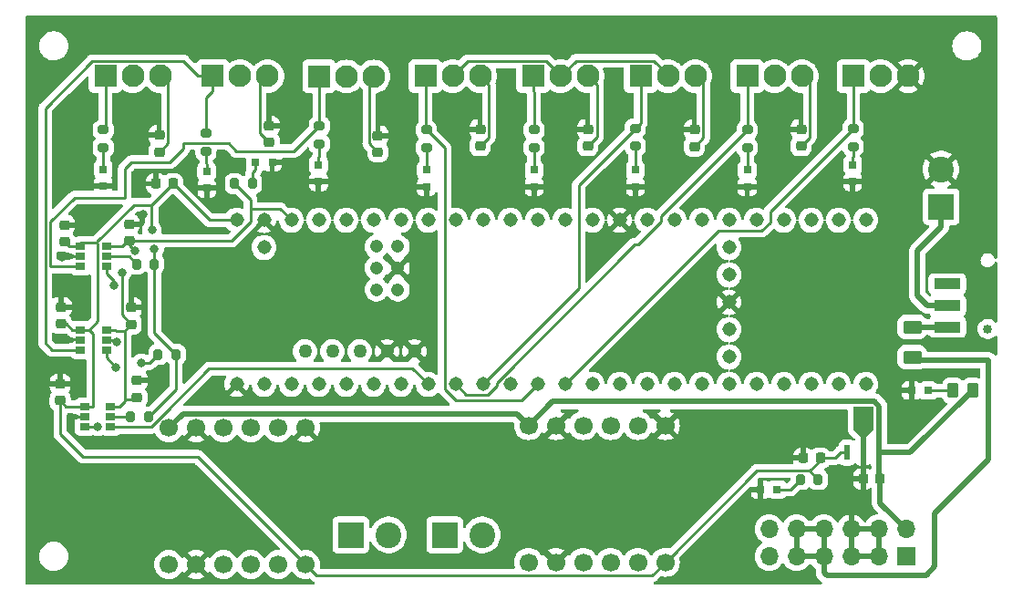
<source format=gbr>
%TF.GenerationSoftware,KiCad,Pcbnew,7.0.7*%
%TF.CreationDate,2024-02-18T14:41:38-05:00*%
%TF.ProjectId,Frankii FInal,4672616e-6b69-4692-9046-496e616c2e6b,rev?*%
%TF.SameCoordinates,Original*%
%TF.FileFunction,Copper,L1,Top*%
%TF.FilePolarity,Positive*%
%FSLAX46Y46*%
G04 Gerber Fmt 4.6, Leading zero omitted, Abs format (unit mm)*
G04 Created by KiCad (PCBNEW 7.0.7) date 2024-02-18 14:41:38*
%MOMM*%
%LPD*%
G01*
G04 APERTURE LIST*
G04 Aperture macros list*
%AMRoundRect*
0 Rectangle with rounded corners*
0 $1 Rounding radius*
0 $2 $3 $4 $5 $6 $7 $8 $9 X,Y pos of 4 corners*
0 Add a 4 corners polygon primitive as box body*
4,1,4,$2,$3,$4,$5,$6,$7,$8,$9,$2,$3,0*
0 Add four circle primitives for the rounded corners*
1,1,$1+$1,$2,$3*
1,1,$1+$1,$4,$5*
1,1,$1+$1,$6,$7*
1,1,$1+$1,$8,$9*
0 Add four rect primitives between the rounded corners*
20,1,$1+$1,$2,$3,$4,$5,0*
20,1,$1+$1,$4,$5,$6,$7,0*
20,1,$1+$1,$6,$7,$8,$9,0*
20,1,$1+$1,$8,$9,$2,$3,0*%
G04 Aperture macros list end*
%TA.AperFunction,SMDPad,CuDef*%
%ADD10RoundRect,0.200000X0.200000X0.275000X-0.200000X0.275000X-0.200000X-0.275000X0.200000X-0.275000X0*%
%TD*%
%TA.AperFunction,SMDPad,CuDef*%
%ADD11RoundRect,0.200000X0.275000X-0.200000X0.275000X0.200000X-0.275000X0.200000X-0.275000X-0.200000X0*%
%TD*%
%TA.AperFunction,SMDPad,CuDef*%
%ADD12R,0.900001X0.650001*%
%TD*%
%TA.AperFunction,ComponentPad*%
%ADD13C,1.700000*%
%TD*%
%TA.AperFunction,ComponentPad*%
%ADD14R,2.100000X2.100000*%
%TD*%
%TA.AperFunction,ComponentPad*%
%ADD15C,2.100000*%
%TD*%
%TA.AperFunction,SMDPad,CuDef*%
%ADD16R,0.711200X0.762000*%
%TD*%
%TA.AperFunction,SMDPad,CuDef*%
%ADD17RoundRect,0.225000X-0.250000X0.225000X-0.250000X-0.225000X0.250000X-0.225000X0.250000X0.225000X0*%
%TD*%
%TA.AperFunction,WasherPad*%
%ADD18C,0.853092*%
%TD*%
%TA.AperFunction,SMDPad,CuDef*%
%ADD19R,2.489200X0.990600*%
%TD*%
%TA.AperFunction,SMDPad,CuDef*%
%ADD20RoundRect,0.250000X-0.262500X-0.450000X0.262500X-0.450000X0.262500X0.450000X-0.262500X0.450000X0*%
%TD*%
%TA.AperFunction,SMDPad,CuDef*%
%ADD21RoundRect,0.225000X-0.225000X-0.250000X0.225000X-0.250000X0.225000X0.250000X-0.225000X0.250000X0*%
%TD*%
%TA.AperFunction,SMDPad,CuDef*%
%ADD22R,0.762000X0.711200*%
%TD*%
%TA.AperFunction,SMDPad,CuDef*%
%ADD23RoundRect,0.225000X0.250000X-0.225000X0.250000X0.225000X-0.250000X0.225000X-0.250000X-0.225000X0*%
%TD*%
%TA.AperFunction,ComponentPad*%
%ADD24R,2.400000X2.400000*%
%TD*%
%TA.AperFunction,ComponentPad*%
%ADD25C,2.400000*%
%TD*%
%TA.AperFunction,SMDPad,CuDef*%
%ADD26RoundRect,0.225000X0.225000X0.250000X-0.225000X0.250000X-0.225000X-0.250000X0.225000X-0.250000X0*%
%TD*%
%TA.AperFunction,SMDPad,CuDef*%
%ADD27R,0.533400X1.397000*%
%TD*%
%TA.AperFunction,SMDPad,CuDef*%
%ADD28RoundRect,0.200000X-0.200000X-0.275000X0.200000X-0.275000X0.200000X0.275000X-0.200000X0.275000X0*%
%TD*%
%TA.AperFunction,ComponentPad*%
%ADD29C,1.308000*%
%TD*%
%TA.AperFunction,ComponentPad*%
%ADD30C,1.258000*%
%TD*%
%TA.AperFunction,ComponentPad*%
%ADD31C,1.208000*%
%TD*%
%TA.AperFunction,SMDPad,CuDef*%
%ADD32RoundRect,0.250000X0.625000X-0.375000X0.625000X0.375000X-0.625000X0.375000X-0.625000X-0.375000X0*%
%TD*%
%TA.AperFunction,ComponentPad*%
%ADD33R,1.700000X1.700000*%
%TD*%
%TA.AperFunction,ComponentPad*%
%ADD34O,1.700000X1.700000*%
%TD*%
%TA.AperFunction,ViaPad*%
%ADD35C,0.800000*%
%TD*%
%TA.AperFunction,Conductor*%
%ADD36C,0.250000*%
%TD*%
%TA.AperFunction,Conductor*%
%ADD37C,0.500000*%
%TD*%
G04 APERTURE END LIST*
%TA.AperFunction,EtchedComponent*%
%TO.C,U1*%
G36*
X177383000Y-110772800D02*
G01*
X176709900Y-111420500D01*
X176709900Y-112207900D01*
X176176500Y-112207900D01*
X176176500Y-111395100D01*
X175503400Y-110772800D01*
X175503400Y-108677300D01*
X177383000Y-108677300D01*
X177383000Y-110772800D01*
G37*
%TD.AperFunction*%
%TD*%
D10*
%TO.P,RL3,1*%
%TO.N,+5V*%
X110050000Y-109600000D03*
%TO.P,RL3,2*%
%TO.N,Net-(U4-DIR)*%
X108400000Y-109600000D03*
%TD*%
%TO.P,RL2,1*%
%TO.N,+5V*%
X112625000Y-103800000D03*
%TO.P,RL2,2*%
%TO.N,Net-(U3-DIR)*%
X110975000Y-103800000D03*
%TD*%
%TO.P,RL1,1*%
%TO.N,+5V*%
X110625000Y-95400000D03*
%TO.P,RL1,2*%
%TO.N,Net-(U2-DIR)*%
X108975000Y-95400000D03*
%TD*%
D11*
%TO.P,R6,1*%
%TO.N,Net-(LED10-Pad1)*%
X145871700Y-84591100D03*
%TO.P,R6,2*%
%TO.N,LS3*%
X145871700Y-82941100D03*
%TD*%
D12*
%TO.P,U2,1,VCCA*%
%TO.N,+5V*%
X103771700Y-93741099D03*
%TO.P,U2,2,GND*%
%TO.N,GND*%
X103771700Y-94691100D03*
%TO.P,U2,3,A*%
%TO.N,IR5v1*%
X103771700Y-95641098D03*
%TO.P,U2,4,B*%
%TO.N,IR3v1*%
X106171700Y-95641098D03*
%TO.P,U2,5,DIR*%
%TO.N,Net-(U2-DIR)*%
X106171700Y-94691100D03*
%TO.P,U2,6,VCCB*%
%TO.N,+3.3V*%
X106171700Y-93741099D03*
%TD*%
D13*
%TO.P,DRV8256P2,1,VIN*%
%TO.N,+9V*%
X145361700Y-110391100D03*
%TO.P,DRV8256P2,2,GND*%
%TO.N,GND*%
X147901700Y-110391100D03*
%TO.P,DRV8256P2,3,OUT1*%
%TO.N,RM1*%
X150441700Y-110391100D03*
%TO.P,DRV8256P2,4,OUT2*%
%TO.N,RM2*%
X152981700Y-110391100D03*
%TO.P,DRV8256P2,5,VREF*%
%TO.N,unconnected-(DRV8256P2-VREF-Pad5)*%
X155521700Y-110391100D03*
%TO.P,DRV8256P2,6,GND*%
%TO.N,GND*%
X158061700Y-110391100D03*
%TO.P,DRV8256P2,7,SLEEP*%
%TO.N,+5V*%
X158061700Y-123091100D03*
%TO.P,DRV8256P2,9,FAULT*%
%TO.N,unconnected-(DRV8256P2-FAULT-Pad9)*%
X155521700Y-123091100D03*
%TO.P,DRV8256P2,10,IN2*%
%TO.N,RIN2*%
X152981700Y-123091100D03*
%TO.P,DRV8256P2,11,IN1*%
%TO.N,RIN1*%
X150441700Y-123091100D03*
%TO.P,DRV8256P2,12,GND*%
%TO.N,GND*%
X147901700Y-123091100D03*
%TO.P,DRV8256P2,13,VM*%
%TO.N,unconnected-(DRV8256P2-VM-Pad13)*%
X145361700Y-123091100D03*
%TD*%
D14*
%TO.P,J6,1,Pin_1*%
%TO.N,IR5v2*%
X116051700Y-77941100D03*
D15*
%TO.P,J6,2,Pin_2*%
%TO.N,+5V*%
X118591700Y-77941100D03*
%TO.P,J6,3,Pin_3*%
%TO.N,Net-(J6-Pin_3)*%
X121131700Y-77941100D03*
%TD*%
D16*
%TO.P,LED10,1*%
%TO.N,Net-(LED10-Pad1)*%
X145871700Y-86666400D03*
%TO.P,LED10,2*%
%TO.N,GND*%
X145871700Y-88215800D03*
%TD*%
%TO.P,LED8,1*%
%TO.N,Net-(LED8-Pad1)*%
X175471700Y-86191700D03*
%TO.P,LED8,2*%
%TO.N,GND*%
X175471700Y-87741100D03*
%TD*%
D17*
%TO.P,C4,1*%
%TO.N,GND*%
X101971700Y-99391100D03*
%TO.P,C4,2*%
%TO.N,+5V*%
X101971700Y-100941100D03*
%TD*%
D18*
%TO.P,SW1,*%
%TO.N,*%
X187998800Y-101436200D03*
D19*
%TO.P,SW1,1,1*%
%TO.N,Net-(Fuse1-Pad2)*%
X184249300Y-101236575D03*
%TO.P,SW1,2,2*%
%TO.N,Net-(J2-Pad1)*%
X184249300Y-99236325D03*
%TO.P,SW1,3,3*%
%TO.N,unconnected-(SW1-Pad3)*%
X184249300Y-97236075D03*
%TD*%
D20*
%TO.P,R3,1*%
%TO.N,Net-(LED9-Pad1)*%
X184759200Y-107141100D03*
%TO.P,R3,2*%
%TO.N,+9V*%
X186584200Y-107141100D03*
%TD*%
D17*
%TO.P,C6,1*%
%TO.N,GND*%
X101871700Y-106541100D03*
%TO.P,C6,2*%
%TO.N,+5V*%
X101871700Y-108091100D03*
%TD*%
D16*
%TO.P,LED3,1*%
%TO.N,Net-(LED3-Pad1)*%
X135871700Y-86666400D03*
%TO.P,LED3,2*%
%TO.N,GND*%
X135871700Y-88215800D03*
%TD*%
D17*
%TO.P,C10,1*%
%TO.N,GND*%
X160771700Y-82941100D03*
%TO.P,C10,2*%
%TO.N,Net-(J4-Pin_3)*%
X160771700Y-84491100D03*
%TD*%
D14*
%TO.P,J7,1,Pin_1*%
%TO.N,IR5v3*%
X106071700Y-77941100D03*
D15*
%TO.P,J7,2,Pin_2*%
%TO.N,+5V*%
X108611700Y-77941100D03*
%TO.P,J7,3,Pin_3*%
%TO.N,Net-(J7-Pin_3)*%
X111151700Y-77941100D03*
%TD*%
D17*
%TO.P,C15,1*%
%TO.N,GND*%
X140871700Y-82891100D03*
%TO.P,C15,2*%
%TO.N,Net-(J9-Pin_3)*%
X140871700Y-84441100D03*
%TD*%
%TO.P,C12,1*%
%TO.N,GND*%
X121271700Y-82566100D03*
%TO.P,C12,2*%
%TO.N,Net-(J6-Pin_3)*%
X121271700Y-84116100D03*
%TD*%
D14*
%TO.P,J4,1,Pin_1*%
%TO.N,LS2*%
X155771700Y-77941100D03*
D15*
%TO.P,J4,2,Pin_2*%
%TO.N,+3.3V*%
X158311700Y-77941100D03*
%TO.P,J4,3,Pin_3*%
%TO.N,Net-(J4-Pin_3)*%
X160851700Y-77941100D03*
%TD*%
D11*
%TO.P,R8,1*%
%TO.N,Net-(LED7-Pad1)*%
X125933300Y-84238700D03*
%TO.P,R8,2*%
%TO.N,IR5v1*%
X125933300Y-82588700D03*
%TD*%
%TO.P,R11,1*%
%TO.N,Net-(LED8-Pad1)*%
X175506500Y-84473700D03*
%TO.P,R11,2*%
%TO.N,SM*%
X175506500Y-82823700D03*
%TD*%
D17*
%TO.P,C2,1*%
%TO.N,GND*%
X102271700Y-91766100D03*
%TO.P,C2,2*%
%TO.N,+5V*%
X102271700Y-93316100D03*
%TD*%
D21*
%TO.P,C1,1*%
%TO.N,GND*%
X170893200Y-113412500D03*
%TO.P,C1,2*%
%TO.N,+5V*%
X172443200Y-113412500D03*
%TD*%
D11*
%TO.P,R9,1*%
%TO.N,Net-(LED11-Pad1)*%
X115416100Y-84913700D03*
%TO.P,R9,2*%
%TO.N,IR5v2*%
X115416100Y-83263700D03*
%TD*%
D22*
%TO.P,LED5,1*%
%TO.N,Net-(LED5-Pad1)*%
X168446400Y-116341100D03*
%TO.P,LED5,2*%
%TO.N,GND*%
X166897000Y-116341100D03*
%TD*%
D23*
%TO.P,C7,1*%
%TO.N,+3.3V*%
X109000000Y-107775000D03*
%TO.P,C7,2*%
%TO.N,GND*%
X109000000Y-106225000D03*
%TD*%
D14*
%TO.P,J8,1,Pin_1*%
%TO.N,LS3*%
X145791700Y-77941100D03*
D15*
%TO.P,J8,2,Pin_2*%
%TO.N,+3.3V*%
X148331700Y-77941100D03*
%TO.P,J8,3,Pin_3*%
%TO.N,Net-(J8-Pin_3)*%
X150871700Y-77941100D03*
%TD*%
D17*
%TO.P,C11,1*%
%TO.N,GND*%
X131371700Y-83466400D03*
%TO.P,C11,2*%
%TO.N,Net-(J5-Pin_3)*%
X131371700Y-85016400D03*
%TD*%
D24*
%TO.P,J2,1,1*%
%TO.N,Net-(J2-Pad1)*%
X183671700Y-90091100D03*
D25*
%TO.P,J2,2,2*%
%TO.N,GND*%
X183671700Y-86591100D03*
%TD*%
D26*
%TO.P,C8,1*%
%TO.N,+5V*%
X112336700Y-87941100D03*
%TO.P,C8,2*%
%TO.N,GND*%
X110786700Y-87941100D03*
%TD*%
D27*
%TO.P,U1,1,OUTPUT*%
%TO.N,+5V*%
X174943200Y-112906400D03*
%TO.P,U1,2,GND*%
%TO.N,GND*%
X176443200Y-112906400D03*
%TO.P,U1,3,INPUT*%
%TO.N,+9V*%
X177943200Y-112906400D03*
%TD*%
D11*
%TO.P,R7,1*%
%TO.N,Net-(LED3-Pad1)*%
X135871700Y-84591100D03*
%TO.P,R7,2*%
%TO.N,LS4*%
X135871700Y-82941100D03*
%TD*%
D17*
%TO.P,C13,1*%
%TO.N,GND*%
X111071700Y-83441100D03*
%TO.P,C13,2*%
%TO.N,Net-(J7-Pin_3)*%
X111071700Y-84991100D03*
%TD*%
%TO.P,C14,1*%
%TO.N,GND*%
X150871700Y-82891100D03*
%TO.P,C14,2*%
%TO.N,Net-(J8-Pin_3)*%
X150871700Y-84441100D03*
%TD*%
D12*
%TO.P,U3,1,VCCA*%
%TO.N,+5V*%
X103771700Y-101491099D03*
%TO.P,U3,2,GND*%
%TO.N,GND*%
X103771700Y-102441100D03*
%TO.P,U3,3,A*%
%TO.N,IR5v2*%
X103771700Y-103391098D03*
%TO.P,U3,4,B*%
%TO.N,IR3v2*%
X106171700Y-103391098D03*
%TO.P,U3,5,DIR*%
%TO.N,Net-(U3-DIR)*%
X106171700Y-102441100D03*
%TO.P,U3,6,VCCB*%
%TO.N,+3.3V*%
X106171700Y-101491099D03*
%TD*%
D11*
%TO.P,R5,1*%
%TO.N,Net-(LED6-Pad1)*%
X155271700Y-84441100D03*
%TO.P,R5,2*%
%TO.N,LS2*%
X155271700Y-82791100D03*
%TD*%
D12*
%TO.P,U4,1,VCCA*%
%TO.N,+5V*%
X104171700Y-108641099D03*
%TO.P,U4,2,GND*%
%TO.N,GND*%
X104171700Y-109591100D03*
%TO.P,U4,3,A*%
%TO.N,IR5v3*%
X104171700Y-110541098D03*
%TO.P,U4,4,B*%
%TO.N,IR3v3*%
X106571700Y-110541098D03*
%TO.P,U4,5,DIR*%
%TO.N,Net-(U4-DIR)*%
X106571700Y-109591100D03*
%TO.P,U4,6,VCCB*%
%TO.N,+3.3V*%
X106571700Y-108641099D03*
%TD*%
D11*
%TO.P,R10,1*%
%TO.N,Net-(LED4-Pad1)*%
X105871700Y-84591700D03*
%TO.P,R10,2*%
%TO.N,IR5v3*%
X105871700Y-82941700D03*
%TD*%
D14*
%TO.P,J3,1,Pin_1*%
%TO.N,LS1*%
X165671700Y-77941100D03*
D15*
%TO.P,J3,2,Pin_2*%
%TO.N,+3.3V*%
X168211700Y-77941100D03*
%TO.P,J3,3,Pin_3*%
%TO.N,Net-(J3-Pin_3)*%
X170751700Y-77941100D03*
%TD*%
D16*
%TO.P,LED4,1*%
%TO.N,Net-(LED4-Pad1)*%
X105871700Y-86591700D03*
%TO.P,LED4,2*%
%TO.N,GND*%
X105871700Y-88141100D03*
%TD*%
%TO.P,LED2,1*%
%TO.N,Net-(LED2-Pad1)*%
X165671700Y-86666400D03*
%TO.P,LED2,2*%
%TO.N,GND*%
X165671700Y-88215800D03*
%TD*%
D28*
%TO.P,R2,1*%
%TO.N,Net-(LED5-Pad1)*%
X170618200Y-115412500D03*
%TO.P,R2,2*%
%TO.N,+5V*%
X172268200Y-115412500D03*
%TD*%
D14*
%TO.P,J5,1,Pin_1*%
%TO.N,IR5v1*%
X125911700Y-77966400D03*
D15*
%TO.P,J5,2,Pin_2*%
%TO.N,+5V*%
X128451700Y-77966400D03*
%TO.P,J5,3,Pin_3*%
%TO.N,Net-(J5-Pin_3)*%
X130991700Y-77966400D03*
%TD*%
D17*
%TO.P,C9,1*%
%TO.N,GND*%
X170671700Y-82891100D03*
%TO.P,C9,2*%
%TO.N,Net-(J3-Pin_3)*%
X170671700Y-84441100D03*
%TD*%
D14*
%TO.P,J9,1,Pin_1*%
%TO.N,LS4*%
X135791700Y-77941100D03*
D15*
%TO.P,J9,2,Pin_2*%
%TO.N,+3.3V*%
X138331700Y-77941100D03*
%TO.P,J9,3,Pin_3*%
%TO.N,Net-(J9-Pin_3)*%
X140871700Y-77941100D03*
%TD*%
D11*
%TO.P,R4,1*%
%TO.N,Net-(LED2-Pad1)*%
X165671700Y-84591100D03*
%TO.P,R4,2*%
%TO.N,LS1*%
X165671700Y-82941100D03*
%TD*%
D26*
%TO.P,C5IN1,1*%
%TO.N,+9V*%
X177993200Y-115341100D03*
%TO.P,C5IN1,2*%
%TO.N,GND*%
X176443200Y-115341100D03*
%TD*%
D29*
%TO.P,U5,0,RX1*%
%TO.N,unconnected-(U5-RX1-Pad0)*%
X120801700Y-106561100D03*
%TO.P,U5,1,TX1*%
%TO.N,unconnected-(U5-TX1-Pad1)*%
X123341700Y-106561100D03*
%TO.P,U5,2,OUT2*%
%TO.N,LIN1*%
X125881700Y-106561100D03*
%TO.P,U5,3,LRCLK2*%
%TO.N,LIN2*%
X128421700Y-106561100D03*
%TO.P,U5,3.3V_1,3.3V*%
%TO.N,+3.3V*%
X153821700Y-106561100D03*
%TO.P,U5,3.3V_2,3.3V*%
X123341700Y-91321100D03*
%TO.P,U5,3.3V_3,3.3V*%
X163981700Y-101481100D03*
%TO.P,U5,4,BCLK2*%
%TO.N,IR3v2*%
X130961700Y-106561100D03*
%TO.P,U5,5,IN2*%
%TO.N,IR3v1*%
X133501700Y-106561100D03*
D30*
%TO.P,U5,5V,5V*%
%TO.N,unconnected-(U5-Pad5V)*%
X124611700Y-103511100D03*
D29*
%TO.P,U5,6,OUT1D*%
%TO.N,IR3v3*%
X136041700Y-106561100D03*
%TO.P,U5,7,RX2*%
%TO.N,LS1*%
X138581700Y-106561100D03*
%TO.P,U5,8,TX2*%
%TO.N,LS2*%
X141121700Y-106561100D03*
%TO.P,U5,9,OUT1C*%
%TO.N,LS3*%
X143661700Y-106561100D03*
%TO.P,U5,10,CS1*%
%TO.N,LS4*%
X146201700Y-106561100D03*
%TO.P,U5,11,MOSI*%
%TO.N,SM*%
X148741700Y-106561100D03*
%TO.P,U5,12,MISO*%
%TO.N,unconnected-(U5-MISO-Pad12)*%
X151281700Y-106561100D03*
%TO.P,U5,13,SCK*%
%TO.N,unconnected-(U5-SCK-Pad13)*%
X151281700Y-91321100D03*
%TO.P,U5,14,A0*%
%TO.N,unconnected-(U5-A0-Pad14)*%
X148741700Y-91321100D03*
%TO.P,U5,15,A1*%
%TO.N,unconnected-(U5-A1-Pad15)*%
X146201700Y-91321100D03*
%TO.P,U5,16,A2*%
%TO.N,unconnected-(U5-A2-Pad16)*%
X143661700Y-91321100D03*
%TO.P,U5,17,A3*%
%TO.N,unconnected-(U5-A3-Pad17)*%
X141121700Y-91321100D03*
%TO.P,U5,18,A4*%
%TO.N,unconnected-(U5-A4-Pad18)*%
X138581700Y-91321100D03*
%TO.P,U5,19,A5*%
%TO.N,unconnected-(U5-A5-Pad19)*%
X136041700Y-91321100D03*
%TO.P,U5,20,A6*%
%TO.N,unconnected-(U5-A6-Pad20)*%
X133501700Y-91321100D03*
%TO.P,U5,21,A7*%
%TO.N,unconnected-(U5-A7-Pad21)*%
X130961700Y-91321100D03*
%TO.P,U5,22,A8*%
%TO.N,unconnected-(U5-A8-Pad22)*%
X128421700Y-91321100D03*
%TO.P,U5,23,A9*%
%TO.N,unconnected-(U5-A9-Pad23)*%
X125881700Y-91321100D03*
%TO.P,U5,24,A10*%
%TO.N,RIN1*%
X156361700Y-106561100D03*
%TO.P,U5,25,A11*%
%TO.N,RIN2*%
X158901700Y-106561100D03*
%TO.P,U5,26,A12*%
%TO.N,unconnected-(U5-A12-Pad26)*%
X161441700Y-106561100D03*
%TO.P,U5,27,A13*%
%TO.N,unconnected-(U5-A13-Pad27)*%
X163981700Y-106561100D03*
%TO.P,U5,28,RX7*%
%TO.N,unconnected-(U5-RX7-Pad28)*%
X166521700Y-106561100D03*
%TO.P,U5,29,TX7*%
%TO.N,unconnected-(U5-TX7-Pad29)*%
X169061700Y-106561100D03*
%TO.P,U5,30,CRX3*%
%TO.N,unconnected-(U5-CRX3-Pad30)*%
X171601700Y-106561100D03*
%TO.P,U5,31,CTX3*%
%TO.N,unconnected-(U5-CTX3-Pad31)*%
X174141700Y-106561100D03*
%TO.P,U5,32,OUT1B*%
%TO.N,unconnected-(U5-OUT1B-Pad32)*%
X176681700Y-106561100D03*
%TO.P,U5,33,MCLK2*%
%TO.N,unconnected-(U5-MCLK2-Pad33)*%
X176681700Y-91321100D03*
%TO.P,U5,34,RX8*%
%TO.N,unconnected-(U5-RX8-Pad34)*%
X174141700Y-91321100D03*
%TO.P,U5,35,TX8*%
%TO.N,unconnected-(U5-TX8-Pad35)*%
X171601700Y-91321100D03*
%TO.P,U5,36,CS2*%
%TO.N,unconnected-(U5-CS2-Pad36)*%
X169061700Y-91321100D03*
%TO.P,U5,37,CS3*%
%TO.N,unconnected-(U5-CS3-Pad37)*%
X166521700Y-91321100D03*
%TO.P,U5,38,A14*%
%TO.N,unconnected-(U5-A14-Pad38)*%
X163981700Y-91321100D03*
%TO.P,U5,39,A15*%
%TO.N,unconnected-(U5-A15-Pad39)*%
X161441700Y-91321100D03*
%TO.P,U5,40,A16*%
%TO.N,unconnected-(U5-A16-Pad40)*%
X158901700Y-91321100D03*
%TO.P,U5,41,A17*%
%TO.N,unconnected-(U5-A17-Pad41)*%
X156361700Y-91321100D03*
D30*
%TO.P,U5,D+,D+*%
%TO.N,unconnected-(U5-PadD+)*%
X129691700Y-103511100D03*
%TO.P,U5,D-,D-*%
%TO.N,unconnected-(U5-PadD-)*%
X127151700Y-103511100D03*
D29*
%TO.P,U5,GND1,GND*%
%TO.N,GND*%
X118261700Y-106561100D03*
%TO.P,U5,GND2,GND*%
X153821700Y-91321100D03*
%TO.P,U5,GND3,GND*%
X120801700Y-91321100D03*
%TO.P,U5,GND4,GND*%
X163981700Y-98941100D03*
D31*
%TO.P,U5,GND5,GND*%
X133231700Y-95771100D03*
%TO.P,U5,LED,LED*%
%TO.N,unconnected-(U5-PadLED)*%
X131231700Y-95771100D03*
D29*
%TO.P,U5,ON/OFF,ON/OFF*%
%TO.N,unconnected-(U5-PadON{slash}OFF)*%
X163981700Y-93861100D03*
%TO.P,U5,PROGRAM,PROGRAM*%
%TO.N,unconnected-(U5-PadPROGRAM)*%
X163981700Y-96401100D03*
D31*
%TO.P,U5,R+,R+*%
%TO.N,unconnected-(U5-PadR+)*%
X131231700Y-93771100D03*
%TO.P,U5,R-,R-*%
%TO.N,unconnected-(U5-PadR-)*%
X133231700Y-93771100D03*
%TO.P,U5,T+,T+*%
%TO.N,unconnected-(U5-PadT+)*%
X133231700Y-97771100D03*
%TO.P,U5,T-,T-*%
%TO.N,unconnected-(U5-PadT-)*%
X131231700Y-97771100D03*
D30*
%TO.P,U5,USB_GND1,USB_GND*%
%TO.N,GND*%
X132231700Y-103511100D03*
%TO.P,U5,USB_GND2,USB_GND*%
X134771700Y-103511100D03*
D29*
%TO.P,U5,VBAT,VBAT*%
%TO.N,unconnected-(U5-PadVBAT)*%
X163981700Y-104021100D03*
%TO.P,U5,VIN,VIN*%
%TO.N,+5V*%
X118261700Y-91321100D03*
%TO.P,U5,VUSB,VUSB*%
%TO.N,unconnected-(U5-PadVUSB)*%
X120801700Y-93861100D03*
%TD*%
D13*
%TO.P,DRV8256P1,1,VIN*%
%TO.N,+9V*%
X111961700Y-110591100D03*
%TO.P,DRV8256P1,2,GND*%
%TO.N,GND*%
X114501700Y-110591100D03*
%TO.P,DRV8256P1,3,OUT1*%
%TO.N,LM1*%
X117041700Y-110591100D03*
%TO.P,DRV8256P1,4,OUT2*%
%TO.N,LM2*%
X119581700Y-110591100D03*
%TO.P,DRV8256P1,5,VREF*%
%TO.N,unconnected-(DRV8256P1-VREF-Pad5)*%
X122121700Y-110591100D03*
%TO.P,DRV8256P1,6,GND*%
%TO.N,GND*%
X124661700Y-110591100D03*
%TO.P,DRV8256P1,7,SLEEP*%
%TO.N,+5V*%
X124661700Y-123291100D03*
%TO.P,DRV8256P1,9,FAULT*%
%TO.N,unconnected-(DRV8256P1-FAULT-Pad9)*%
X122121700Y-123291100D03*
%TO.P,DRV8256P1,10,IN2*%
%TO.N,LIN2*%
X119581700Y-123291100D03*
%TO.P,DRV8256P1,11,IN1*%
%TO.N,LIN1*%
X117041700Y-123291100D03*
%TO.P,DRV8256P1,12,GND*%
%TO.N,GND*%
X114501700Y-123291100D03*
%TO.P,DRV8256P1,13,VM*%
%TO.N,unconnected-(DRV8256P1-VM-Pad13)*%
X111961700Y-123291100D03*
%TD*%
D23*
%TO.P,C5,1*%
%TO.N,+3.3V*%
X108471700Y-100991100D03*
%TO.P,C5,2*%
%TO.N,GND*%
X108471700Y-99441100D03*
%TD*%
D16*
%TO.P,LED7,1*%
%TO.N,Net-(LED7-Pad1)*%
X125871700Y-86191700D03*
%TO.P,LED7,2*%
%TO.N,GND*%
X125871700Y-87741100D03*
%TD*%
D22*
%TO.P,LED1,1*%
%TO.N,Net-(LED1-Pad1)*%
X120012300Y-85941100D03*
%TO.P,LED1,2*%
%TO.N,GND*%
X121561700Y-85941100D03*
%TD*%
D32*
%TO.P,Fuse1,1*%
%TO.N,+12V*%
X180998800Y-104036200D03*
%TO.P,Fuse1,2*%
%TO.N,Net-(Fuse1-Pad2)*%
X180998800Y-101236200D03*
%TD*%
D22*
%TO.P,LED9,1*%
%TO.N,Net-(LED9-Pad1)*%
X182471700Y-107141100D03*
%TO.P,LED9,2*%
%TO.N,GND*%
X180922300Y-107141100D03*
%TD*%
D16*
%TO.P,LED6,1*%
%TO.N,Net-(LED6-Pad1)*%
X155271700Y-86666400D03*
%TO.P,LED6,2*%
%TO.N,GND*%
X155271700Y-88215800D03*
%TD*%
%TO.P,LED11,1*%
%TO.N,Net-(LED11-Pad1)*%
X115471700Y-86791700D03*
%TO.P,LED11,2*%
%TO.N,GND*%
X115471700Y-88341100D03*
%TD*%
D23*
%TO.P,C3,1*%
%TO.N,+3.3V*%
X108271700Y-93241100D03*
%TO.P,C3,2*%
%TO.N,GND*%
X108271700Y-91691100D03*
%TD*%
D10*
%TO.P,R1,1*%
%TO.N,Net-(LED1-Pad1)*%
X119711700Y-87941100D03*
%TO.P,R1,2*%
%TO.N,+3.3V*%
X118061700Y-87941100D03*
%TD*%
D14*
%TO.P,J1,1,Pin_1*%
%TO.N,SM*%
X175531700Y-77941100D03*
D15*
%TO.P,J1,2,Pin_2*%
%TO.N,+3.3V*%
X178071700Y-77941100D03*
%TO.P,J1,3,Pin_3*%
%TO.N,GND*%
X180611700Y-77941100D03*
%TD*%
D24*
%TO.P,J10,1,1*%
%TO.N,RM1*%
X137571700Y-120541100D03*
D25*
%TO.P,J10,2,2*%
%TO.N,RM2*%
X141071700Y-120541100D03*
%TD*%
D24*
%TO.P,J11,1,1*%
%TO.N,LM1*%
X128871700Y-120541100D03*
D25*
%TO.P,J11,2,2*%
%TO.N,LM2*%
X132371700Y-120541100D03*
%TD*%
D33*
%TO.P,PowerRegulator1,1,VOUT*%
%TO.N,+9V*%
X180411700Y-122541100D03*
D34*
%TO.P,PowerRegulator1,2,VOUT*%
X180411700Y-120001100D03*
%TO.P,PowerRegulator1,3,GND*%
%TO.N,GND*%
X177871700Y-122541100D03*
%TO.P,PowerRegulator1,4,GND*%
X177871700Y-120001100D03*
%TO.P,PowerRegulator1,5,GND*%
X175331700Y-122541100D03*
%TO.P,PowerRegulator1,6,GND*%
X175331700Y-120001100D03*
%TO.P,PowerRegulator1,7,VIN*%
%TO.N,+12V*%
X172791700Y-122541100D03*
%TO.P,PowerRegulator1,8,VIN*%
X172791700Y-120001100D03*
%TO.P,PowerRegulator1,9,VRP*%
X170251700Y-122541100D03*
%TO.P,PowerRegulator1,10,VRP*%
X170251700Y-120001100D03*
%TO.P,PowerRegulator1,11,EN*%
%TO.N,unconnected-(PowerRegulator1-EN-Pad11)*%
X167711700Y-122541100D03*
%TO.P,PowerRegulator1,12,PG*%
%TO.N,unconnected-(PowerRegulator1-PG-Pad12)*%
X167711700Y-120001100D03*
%TD*%
D35*
%TO.N,GND*%
X113400000Y-100600000D03*
%TO.N,+3.3V*%
X107600000Y-96200000D03*
X108800000Y-94200000D03*
%TO.N,GND*%
X109600000Y-98400000D03*
X109600000Y-90800000D03*
X111400000Y-106400000D03*
%TO.N,Net-(U3-DIR)*%
X109400000Y-104600000D03*
X107124100Y-102600000D03*
%TO.N,+5V*%
X110600000Y-94000000D03*
X110400000Y-92200000D03*
%TO.N,GND*%
X153271700Y-77741100D03*
X109071700Y-87141100D03*
X104071700Y-90741100D03*
X113600000Y-95000000D03*
X101871700Y-96941100D03*
X102071700Y-94741100D03*
X114271700Y-92141100D03*
X108271700Y-84741100D03*
X101871700Y-102341100D03*
%TO.N,IR5v3*%
X105371700Y-110482000D03*
%TO.N,IR3v1*%
X106867600Y-97353300D03*
%TO.N,IR3v2*%
X107078200Y-105014100D03*
%TD*%
D36*
%TO.N,+3.3V*%
X107600000Y-100119400D02*
X108471700Y-100991100D01*
X107600000Y-96200000D02*
X107600000Y-100119400D01*
X108271700Y-93671700D02*
X108800000Y-94200000D01*
X108271700Y-93241100D02*
X108271700Y-93671700D01*
%TO.N,Net-(U2-DIR)*%
X108266100Y-94691100D02*
X108975000Y-95400000D01*
X106171700Y-94691100D02*
X108266100Y-94691100D01*
%TO.N,Net-(U4-DIR)*%
X108391100Y-109591100D02*
X108400000Y-109600000D01*
X106571700Y-109591100D02*
X108391100Y-109591100D01*
%TO.N,+5V*%
X110625000Y-101800000D02*
X110625000Y-95400000D01*
X112625000Y-103800000D02*
X110625000Y-101800000D01*
X112625000Y-107025000D02*
X110050000Y-109600000D01*
X112625000Y-103800000D02*
X112625000Y-107025000D01*
%TO.N,Net-(U3-DIR)*%
X109400000Y-104600000D02*
X110175000Y-104600000D01*
X110175000Y-104600000D02*
X110975000Y-103800000D01*
X106965200Y-102441100D02*
X107124100Y-102600000D01*
X106171700Y-102441100D02*
X106965200Y-102441100D01*
%TO.N,+5V*%
X104948600Y-101891100D02*
X104548600Y-101491100D01*
X102421700Y-108641100D02*
X104948600Y-108641100D01*
X104948600Y-108641100D02*
X104948600Y-101891100D01*
X101871700Y-108091100D02*
X102421700Y-108641100D01*
X110625000Y-95400000D02*
X110650000Y-95425000D01*
%TO.N,+3.3V*%
X107989700Y-108000000D02*
X107848600Y-108141100D01*
X108775000Y-108000000D02*
X107989700Y-108000000D01*
X109000000Y-107775000D02*
X108775000Y-108000000D01*
%TO.N,IR3v3*%
X134591500Y-105110900D02*
X136041700Y-106561100D01*
X115689100Y-105110900D02*
X134591500Y-105110900D01*
X111600000Y-109200000D02*
X115689100Y-105110900D01*
X111600000Y-109267462D02*
X111600000Y-109200000D01*
X106571700Y-110541100D02*
X110326362Y-110541100D01*
X110326362Y-110541100D02*
X111600000Y-109267462D01*
%TO.N,+5V*%
X110600000Y-94000000D02*
X110600000Y-94975000D01*
X110361800Y-92161800D02*
X110400000Y-92200000D01*
X110361800Y-89916000D02*
X110361800Y-92161800D01*
X110600000Y-94975000D02*
X110625000Y-95000000D01*
X105345800Y-93464200D02*
X105296700Y-93415100D01*
X105345800Y-100693900D02*
X105345800Y-93464200D01*
X104548600Y-101491100D02*
X105345800Y-100693900D01*
D37*
%TO.N,+9V*%
X144261700Y-109291100D02*
X145361700Y-110391100D01*
X111961700Y-110591100D02*
X113261700Y-109291100D01*
X113261700Y-109291100D02*
X144261700Y-109291100D01*
X177483196Y-108141100D02*
X147611700Y-108141100D01*
X147611700Y-108141100D02*
X145361700Y-110391100D01*
X177943200Y-108601104D02*
X177483196Y-108141100D01*
X177943200Y-112906400D02*
X177943200Y-108601104D01*
X177993200Y-117582600D02*
X180411700Y-120001100D01*
X177993200Y-115341100D02*
X177993200Y-117582600D01*
X177943200Y-112906400D02*
X177943200Y-115291100D01*
X177943200Y-115291100D02*
X177993200Y-115341100D01*
X180818900Y-112906400D02*
X177943200Y-112906400D01*
X186584200Y-107141100D02*
X180818900Y-112906400D01*
%TO.N,+12V*%
X181303700Y-104341100D02*
X180998800Y-104036200D01*
X188071700Y-104341100D02*
X181303700Y-104341100D01*
X188071700Y-113541100D02*
X188071700Y-104341100D01*
X183071700Y-118541100D02*
X188071700Y-113541100D01*
X183071700Y-123478358D02*
X183071700Y-118541100D01*
X182271700Y-124278358D02*
X183071700Y-123478358D01*
X182271700Y-124341100D02*
X182271700Y-124278358D01*
X173071700Y-124341100D02*
X182271700Y-124341100D01*
X172791700Y-124061100D02*
X173071700Y-124341100D01*
X172791700Y-122541100D02*
X172791700Y-124061100D01*
X172791700Y-120001100D02*
X172791700Y-122541100D01*
X170251700Y-120001100D02*
X172791700Y-120001100D01*
X170251700Y-122541100D02*
X172791700Y-122541100D01*
X170251700Y-120001100D02*
X170251700Y-122541100D01*
%TO.N,Net-(Fuse1-Pad2)*%
X184248925Y-101236200D02*
X184249300Y-101236575D01*
X180998800Y-101236200D02*
X184248925Y-101236200D01*
%TO.N,Net-(J2-Pad1)*%
X182366925Y-99236325D02*
X184249300Y-99236325D01*
X181471700Y-98341100D02*
X182366925Y-99236325D01*
X181471700Y-94141100D02*
X181471700Y-98341100D01*
X183671700Y-91941100D02*
X181471700Y-94141100D01*
X183671700Y-90091100D02*
X183671700Y-91941100D01*
D36*
%TO.N,+5V*%
X102444800Y-100941100D02*
X102994800Y-101491100D01*
X171465100Y-114609400D02*
X172268200Y-115412500D01*
X101871700Y-111141100D02*
X101871700Y-108091100D01*
X102696699Y-93741099D02*
X102271700Y-93316100D01*
X166543400Y-114609400D02*
X171465100Y-114609400D01*
X112336700Y-87941100D02*
X110361800Y-89916000D01*
X103771700Y-93741099D02*
X102696699Y-93741099D01*
X104009400Y-113278800D02*
X101871700Y-111141100D01*
X101971700Y-100941100D02*
X102444800Y-100941100D01*
X125690700Y-124320100D02*
X156832700Y-124320100D01*
X158061700Y-123091100D02*
X166543400Y-114609400D01*
X103771700Y-93741100D02*
X103771700Y-93415100D01*
X172443200Y-113412500D02*
X172443200Y-113631300D01*
X173843500Y-113412500D02*
X174349600Y-112906400D01*
X172443200Y-113631300D02*
X171465100Y-114609400D01*
X124661700Y-123291100D02*
X125690700Y-124320100D01*
X105296700Y-93333800D02*
X105296700Y-93415100D01*
X172443200Y-113412500D02*
X173843500Y-113412500D01*
X118261700Y-91321100D02*
X115716700Y-91321100D01*
X114649400Y-113278800D02*
X104009400Y-113278800D01*
X105296700Y-93415100D02*
X103771700Y-93415100D01*
X156832700Y-124320100D02*
X158061700Y-123091100D01*
X115716700Y-91321100D02*
X112336700Y-87941100D01*
X103771700Y-101491100D02*
X104548600Y-101491100D01*
X108714500Y-89916000D02*
X105296700Y-93333800D01*
X110361800Y-89916000D02*
X108714500Y-89916000D01*
X103771700Y-101491100D02*
X102994800Y-101491100D01*
X124661700Y-123291100D02*
X114649400Y-113278800D01*
X174943200Y-112906400D02*
X174349600Y-112906400D01*
%TO.N,+3.3V*%
X123341700Y-91321100D02*
X122316600Y-90296000D01*
X147026700Y-76564200D02*
X148367700Y-77905100D01*
X156975700Y-76519100D02*
X149753700Y-76519100D01*
X107819900Y-101642900D02*
X107100400Y-101642900D01*
X107819900Y-101642900D02*
X108471700Y-100991100D01*
X149753700Y-76519100D02*
X148367700Y-77905100D01*
X108271700Y-93241100D02*
X117766800Y-93241100D01*
X119531700Y-90296000D02*
X119531700Y-89411100D01*
X122316600Y-90296000D02*
X119531700Y-90296000D01*
X158311700Y-77855100D02*
X156975700Y-76519100D01*
X107848600Y-108141100D02*
X107348600Y-108641100D01*
X117766800Y-93241100D02*
X119531700Y-91476200D01*
X107100400Y-101642900D02*
X106948600Y-101491100D01*
X148367700Y-77905100D02*
X148331700Y-77941100D01*
X106171700Y-101491100D02*
X106948600Y-101491100D01*
X139708600Y-76564200D02*
X147026700Y-76564200D01*
X107848600Y-108141100D02*
X107848600Y-101671600D01*
X106571700Y-108641100D02*
X107348600Y-108641100D01*
X107610800Y-93741100D02*
X108110800Y-93241100D01*
X108110800Y-93241100D02*
X108271700Y-93241100D01*
X106948600Y-93741100D02*
X107610800Y-93741100D01*
X107848600Y-101671600D02*
X107819900Y-101642900D01*
X158311700Y-77941100D02*
X158311700Y-77855100D01*
X119531700Y-91476200D02*
X119531700Y-90296000D01*
X138331700Y-77941100D02*
X139708600Y-76564200D01*
X106171700Y-93741100D02*
X106948600Y-93741100D01*
X119531700Y-89411100D02*
X118061700Y-87941100D01*
%TO.N,Net-(J3-Pin_3)*%
X170671700Y-84441100D02*
X171487400Y-83625400D01*
X171487400Y-83625400D02*
X171487400Y-78676800D01*
X171487400Y-78676800D02*
X170751700Y-77941100D01*
%TO.N,Net-(J4-Pin_3)*%
X161605500Y-78694900D02*
X160851700Y-77941100D01*
X160771700Y-84491100D02*
X161605500Y-83657300D01*
X161605500Y-83657300D02*
X161605500Y-78694900D01*
%TO.N,Net-(J5-Pin_3)*%
X130567200Y-84211900D02*
X130567200Y-78390900D01*
X131371700Y-85016400D02*
X130567200Y-84211900D01*
X130567200Y-78390900D02*
X130991700Y-77966400D01*
%TO.N,Net-(J6-Pin_3)*%
X121271700Y-84116100D02*
X120403800Y-83248200D01*
X120403800Y-83248200D02*
X120403800Y-78669000D01*
X120403800Y-78669000D02*
X121131700Y-77941100D01*
%TO.N,Net-(J7-Pin_3)*%
X111071700Y-84991100D02*
X111876400Y-84186400D01*
X111876400Y-78665800D02*
X111151700Y-77941100D01*
X111876400Y-84186400D02*
X111876400Y-78665800D01*
%TO.N,Net-(J8-Pin_3)*%
X151722200Y-78791600D02*
X150871700Y-77941100D01*
X151722200Y-83590600D02*
X151722200Y-78791600D01*
X150871700Y-84441100D02*
X151722200Y-83590600D01*
%TO.N,Net-(J9-Pin_3)*%
X140871700Y-84441100D02*
X141681800Y-83631000D01*
X141681800Y-78751200D02*
X140871700Y-77941100D01*
X141681800Y-83631000D02*
X141681800Y-78751200D01*
%TO.N,SM*%
X167791700Y-91503300D02*
X167791700Y-90538500D01*
X175531700Y-77941100D02*
X175531700Y-82798500D01*
X166987900Y-92307100D02*
X167791700Y-91503300D01*
X148741700Y-106561100D02*
X162995700Y-92307100D01*
X175531700Y-82798500D02*
X175506500Y-82823700D01*
X167791700Y-90538500D02*
X175506500Y-82823700D01*
X162995700Y-92307100D02*
X166987900Y-92307100D01*
%TO.N,LS1*%
X141545600Y-107571100D02*
X139591700Y-107571100D01*
X142391700Y-106725000D02*
X141545600Y-107571100D01*
X139591700Y-107571100D02*
X138581700Y-106561100D01*
X165671700Y-82941100D02*
X157631700Y-90981100D01*
X155208300Y-93591700D02*
X142391700Y-106408300D01*
X142391700Y-106408300D02*
X142391700Y-106725000D01*
X155511300Y-93591700D02*
X155208300Y-93591700D01*
X157631700Y-91471300D02*
X155511300Y-93591700D01*
X165671700Y-77941100D02*
X165671700Y-82941100D01*
X157631700Y-90981100D02*
X157631700Y-91471300D01*
%TO.N,LS2*%
X155771700Y-82291100D02*
X155271700Y-82791100D01*
X150011700Y-88051100D02*
X155271700Y-82791100D01*
X150011700Y-97671100D02*
X150011700Y-88051100D01*
X155771700Y-77941100D02*
X155771700Y-82291100D01*
X141121700Y-106561100D02*
X150011700Y-97671100D01*
%TO.N,IR5v1*%
X107871700Y-89218200D02*
X103205800Y-89218200D01*
X100971700Y-95641100D02*
X103771700Y-95641100D01*
X118228100Y-84898100D02*
X117496400Y-84166400D01*
X112071700Y-85941100D02*
X108471700Y-85941100D01*
X125911700Y-82567100D02*
X125933300Y-82588700D01*
X103205800Y-89218200D02*
X100948700Y-91475300D01*
X100948700Y-95618100D02*
X100971700Y-95641100D01*
X108471700Y-85941100D02*
X107871700Y-86541100D01*
X113302400Y-84710400D02*
X112071700Y-85941100D01*
X125911700Y-82567100D02*
X123580700Y-84898100D01*
X107871700Y-86541100D02*
X107871700Y-89218200D01*
X117496400Y-84166400D02*
X113302400Y-84166400D01*
X125911700Y-77966400D02*
X125911700Y-82567100D01*
X123580700Y-84898100D02*
X118228100Y-84898100D01*
X113302400Y-84166400D02*
X113302400Y-84710400D01*
X100948700Y-91475300D02*
X100948700Y-95618100D01*
%TO.N,IR5v2*%
X100476500Y-80943200D02*
X104855500Y-76564200D01*
X115416100Y-79953600D02*
X115416100Y-83263700D01*
X100476500Y-102745900D02*
X100476500Y-80943200D01*
X101121700Y-103391100D02*
X100476500Y-102745900D01*
X113297900Y-76564200D02*
X114674800Y-77941100D01*
X116051700Y-77941100D02*
X116051700Y-79318000D01*
X116051700Y-79318000D02*
X115416100Y-79953600D01*
X103771700Y-103391100D02*
X101121700Y-103391100D01*
X104855500Y-76564200D02*
X113297900Y-76564200D01*
X114674800Y-77941100D02*
X116051700Y-77941100D01*
%TO.N,IR5v3*%
X104171700Y-110541100D02*
X105312600Y-110541100D01*
X106071700Y-77941100D02*
X106071700Y-82741700D01*
X105312600Y-110541100D02*
X105371700Y-110482000D01*
X106071700Y-82741700D02*
X105871700Y-82941700D01*
%TO.N,LS3*%
X145871700Y-79398000D02*
X145871700Y-82941100D01*
X145791700Y-79318000D02*
X145871700Y-79398000D01*
X145791700Y-77941100D02*
X145791700Y-79318000D01*
%TO.N,LS4*%
X144687200Y-108075600D02*
X138644100Y-108075600D01*
X137561600Y-84631000D02*
X135871700Y-82941100D01*
X135791700Y-77941100D02*
X135791700Y-82861100D01*
X137561600Y-106993100D02*
X137561600Y-84631000D01*
X135791700Y-82861100D02*
X135871700Y-82941100D01*
X146201700Y-106561100D02*
X144687200Y-108075600D01*
X138644100Y-108075600D02*
X137561600Y-106993100D01*
%TO.N,Net-(LED1-Pad1)*%
X120012300Y-85941100D02*
X120012300Y-86623600D01*
X119711700Y-86924200D02*
X119711700Y-87941100D01*
X120012300Y-86623600D02*
X119711700Y-86924200D01*
%TO.N,Net-(LED2-Pad1)*%
X165671700Y-86666400D02*
X165671700Y-84591100D01*
%TO.N,Net-(LED3-Pad1)*%
X135871700Y-86666400D02*
X135871700Y-84591100D01*
%TO.N,Net-(LED4-Pad1)*%
X105871700Y-86591700D02*
X105871700Y-84591700D01*
%TO.N,Net-(LED5-Pad1)*%
X169689600Y-116341100D02*
X170618200Y-115412500D01*
X168446400Y-116341100D02*
X169689600Y-116341100D01*
%TO.N,Net-(LED6-Pad1)*%
X155271700Y-86666400D02*
X155271700Y-84441100D01*
%TO.N,Net-(LED7-Pad1)*%
X125871700Y-86191700D02*
X125871700Y-85483800D01*
X125871700Y-85483800D02*
X125933300Y-85422200D01*
X125933300Y-85422200D02*
X125933300Y-84238700D01*
%TO.N,Net-(LED8-Pad1)*%
X175506500Y-85449000D02*
X175506500Y-84473700D01*
X175471700Y-85483800D02*
X175506500Y-85449000D01*
X175471700Y-86191700D02*
X175471700Y-85483800D01*
%TO.N,Net-(LED9-Pad1)*%
X184759200Y-107141100D02*
X182471700Y-107141100D01*
%TO.N,Net-(LED10-Pad1)*%
X145871700Y-86666400D02*
X145871700Y-84591100D01*
%TO.N,Net-(LED11-Pad1)*%
X115471700Y-86791700D02*
X115471700Y-86083800D01*
X115471700Y-86083800D02*
X115416100Y-86028200D01*
X115416100Y-86028200D02*
X115416100Y-84913700D01*
%TO.N,IR3v1*%
X106171700Y-95641100D02*
X106171700Y-96293000D01*
X106867600Y-96988900D02*
X106867600Y-97353300D01*
X106171700Y-96293000D02*
X106867600Y-96988900D01*
%TO.N,IR3v2*%
X107078200Y-105014100D02*
X106171700Y-104107600D01*
X106171700Y-104107600D02*
X106171700Y-103391100D01*
%TD*%
%TA.AperFunction,Conductor*%
%TO.N,GND*%
G36*
X188814239Y-72361285D02*
G01*
X188859994Y-72414089D01*
X188871200Y-72465600D01*
X188871199Y-94813906D01*
X188851514Y-94880945D01*
X188798710Y-94926700D01*
X188729552Y-94936644D01*
X188665996Y-94907619D01*
X188629268Y-94852224D01*
X188597445Y-94754283D01*
X188557663Y-94691597D01*
X188508513Y-94614148D01*
X188459673Y-94568284D01*
X188387528Y-94500535D01*
X188387520Y-94500529D01*
X188242086Y-94420576D01*
X188242076Y-94420573D01*
X188081329Y-94379300D01*
X188081326Y-94379300D01*
X187957012Y-94379300D01*
X187957002Y-94379300D01*
X187833677Y-94394881D01*
X187833674Y-94394881D01*
X187679362Y-94455978D01*
X187679357Y-94455981D01*
X187545084Y-94553537D01*
X187545083Y-94553538D01*
X187439291Y-94681420D01*
X187368625Y-94831593D01*
X187352455Y-94916366D01*
X187337526Y-94994625D01*
X187337526Y-94994627D01*
X187337526Y-94994628D01*
X187347947Y-95160269D01*
X187399234Y-95318116D01*
X187488167Y-95458252D01*
X187609151Y-95571864D01*
X187609159Y-95571870D01*
X187733977Y-95640489D01*
X187754597Y-95651825D01*
X187915354Y-95693100D01*
X187915358Y-95693100D01*
X188039666Y-95693100D01*
X188039668Y-95693100D01*
X188039673Y-95693099D01*
X188039677Y-95693099D01*
X188053048Y-95691409D01*
X188163003Y-95677519D01*
X188317319Y-95616421D01*
X188451593Y-95518865D01*
X188557387Y-95390982D01*
X188628054Y-95240807D01*
X188628055Y-95240799D01*
X188629268Y-95237071D01*
X188631012Y-95234520D01*
X188631375Y-95233749D01*
X188631499Y-95233807D01*
X188668704Y-95179395D01*
X188733063Y-95152196D01*
X188801909Y-95164110D01*
X188853386Y-95211354D01*
X188871199Y-95275388D01*
X188871199Y-100696618D01*
X188851514Y-100763657D01*
X188798710Y-100809412D01*
X188729552Y-100819356D01*
X188665996Y-100790331D01*
X188655050Y-100779591D01*
X188622532Y-100743477D01*
X188593384Y-100722300D01*
X188524161Y-100672006D01*
X188464875Y-100628932D01*
X188286855Y-100549672D01*
X188286850Y-100549670D01*
X188096236Y-100509154D01*
X187901364Y-100509154D01*
X187710749Y-100549670D01*
X187710744Y-100549672D01*
X187532724Y-100628932D01*
X187375067Y-100743477D01*
X187244671Y-100888296D01*
X187147237Y-101057058D01*
X187087019Y-101242390D01*
X187087018Y-101242392D01*
X187066648Y-101436200D01*
X187087018Y-101630007D01*
X187087019Y-101630009D01*
X187147237Y-101815341D01*
X187244671Y-101984103D01*
X187345908Y-102096537D01*
X187375069Y-102128924D01*
X187508636Y-102225966D01*
X187532724Y-102243467D01*
X187710744Y-102322727D01*
X187710749Y-102322729D01*
X187901364Y-102363246D01*
X188096236Y-102363246D01*
X188286851Y-102322729D01*
X188464876Y-102243467D01*
X188622531Y-102128924D01*
X188655049Y-102092808D01*
X188714536Y-102056160D01*
X188784393Y-102057491D01*
X188842441Y-102096377D01*
X188870251Y-102160474D01*
X188871199Y-102175781D01*
X188871199Y-103777700D01*
X188851514Y-103844739D01*
X188798710Y-103890494D01*
X188729552Y-103900438D01*
X188665996Y-103871413D01*
X188652210Y-103857406D01*
X188650530Y-103855404D01*
X188642372Y-103847707D01*
X188628004Y-103831562D01*
X188621309Y-103822569D01*
X188595186Y-103800649D01*
X188572220Y-103781378D01*
X188569530Y-103778984D01*
X188553618Y-103763972D01*
X188522918Y-103735008D01*
X188513203Y-103729399D01*
X188495504Y-103717006D01*
X188486914Y-103709798D01*
X188486912Y-103709797D01*
X188486911Y-103709796D01*
X188429640Y-103681034D01*
X188426480Y-103679330D01*
X188394175Y-103660679D01*
X188370982Y-103647288D01*
X188366376Y-103645909D01*
X188360234Y-103644070D01*
X188340160Y-103636095D01*
X188330133Y-103631060D01*
X188330132Y-103631059D01*
X188330131Y-103631059D01*
X188267787Y-103616282D01*
X188264305Y-103615349D01*
X188202911Y-103596970D01*
X188191710Y-103596317D01*
X188170338Y-103593186D01*
X188159424Y-103590600D01*
X188159421Y-103590600D01*
X188095341Y-103590600D01*
X188091740Y-103590495D01*
X188027765Y-103586769D01*
X188027764Y-103586769D01*
X188016723Y-103588716D01*
X187995191Y-103590600D01*
X182480578Y-103590600D01*
X182413539Y-103570915D01*
X182367784Y-103518111D01*
X182362872Y-103505605D01*
X182331433Y-103410730D01*
X182308614Y-103341866D01*
X182216512Y-103192544D01*
X182092456Y-103068488D01*
X181975404Y-102996290D01*
X181943136Y-102976387D01*
X181943131Y-102976385D01*
X181922438Y-102969528D01*
X181776597Y-102921201D01*
X181776595Y-102921200D01*
X181673810Y-102910700D01*
X180323798Y-102910700D01*
X180323781Y-102910701D01*
X180221003Y-102921200D01*
X180221000Y-102921201D01*
X180054468Y-102976385D01*
X180054463Y-102976387D01*
X179905142Y-103068489D01*
X179781089Y-103192542D01*
X179688987Y-103341863D01*
X179688985Y-103341868D01*
X179676286Y-103380191D01*
X179633801Y-103508403D01*
X179633801Y-103508404D01*
X179633800Y-103508404D01*
X179623300Y-103611183D01*
X179623300Y-104461201D01*
X179623301Y-104461219D01*
X179633800Y-104563996D01*
X179633801Y-104563999D01*
X179681858Y-104709023D01*
X179688986Y-104730534D01*
X179781088Y-104879856D01*
X179905144Y-105003912D01*
X180054466Y-105096014D01*
X180221003Y-105151199D01*
X180323791Y-105161700D01*
X181673808Y-105161699D01*
X181776597Y-105151199D01*
X181937461Y-105097893D01*
X181976464Y-105091600D01*
X187197200Y-105091600D01*
X187264239Y-105111285D01*
X187309994Y-105164089D01*
X187321200Y-105215600D01*
X187321200Y-105885983D01*
X187301515Y-105953022D01*
X187248711Y-105998777D01*
X187179553Y-106008721D01*
X187158198Y-106003689D01*
X186999497Y-105951101D01*
X186999495Y-105951100D01*
X186896710Y-105940600D01*
X186271698Y-105940600D01*
X186271680Y-105940601D01*
X186168903Y-105951100D01*
X186168900Y-105951101D01*
X186002368Y-106006285D01*
X186002363Y-106006287D01*
X185853045Y-106098387D01*
X185759381Y-106192051D01*
X185698057Y-106225535D01*
X185628366Y-106220551D01*
X185584019Y-106192051D01*
X185553068Y-106161100D01*
X185490356Y-106098388D01*
X185341034Y-106006286D01*
X185174497Y-105951101D01*
X185174495Y-105951100D01*
X185071710Y-105940600D01*
X184446698Y-105940600D01*
X184446680Y-105940601D01*
X184343903Y-105951100D01*
X184343900Y-105951101D01*
X184177368Y-106006285D01*
X184177363Y-106006287D01*
X184028042Y-106098389D01*
X183903989Y-106222442D01*
X183811887Y-106371763D01*
X183811886Y-106371766D01*
X183793149Y-106428312D01*
X183792389Y-106430605D01*
X183752616Y-106488049D01*
X183688100Y-106514872D01*
X183674683Y-106515600D01*
X183337928Y-106515600D01*
X183270889Y-106495915D01*
X183238662Y-106465911D01*
X183210251Y-106427960D01*
X183210248Y-106427957D01*
X183210246Y-106427954D01*
X183172505Y-106399701D01*
X183095035Y-106341706D01*
X183095028Y-106341702D01*
X182960182Y-106291408D01*
X182960183Y-106291408D01*
X182900583Y-106285001D01*
X182900581Y-106285000D01*
X182900573Y-106285000D01*
X182900564Y-106285000D01*
X182042829Y-106285000D01*
X182042823Y-106285001D01*
X181983216Y-106291408D01*
X181848371Y-106341702D01*
X181848365Y-106341706D01*
X181770893Y-106399701D01*
X181705429Y-106424118D01*
X181637156Y-106409266D01*
X181622272Y-106399701D01*
X181545389Y-106342147D01*
X181545386Y-106342145D01*
X181410679Y-106291903D01*
X181410672Y-106291901D01*
X181351144Y-106285500D01*
X181172300Y-106285500D01*
X181172300Y-107996700D01*
X181351128Y-107996700D01*
X181351144Y-107996699D01*
X181410672Y-107990298D01*
X181410679Y-107990296D01*
X181545386Y-107940054D01*
X181545393Y-107940050D01*
X181622272Y-107882499D01*
X181687736Y-107858081D01*
X181756009Y-107872932D01*
X181770892Y-107882496D01*
X181808214Y-107910436D01*
X181848369Y-107940496D01*
X181848371Y-107940497D01*
X181983217Y-107990791D01*
X181983216Y-107990791D01*
X181990144Y-107991535D01*
X182042827Y-107997200D01*
X182900572Y-107997199D01*
X182960183Y-107990791D01*
X183095031Y-107940496D01*
X183210246Y-107854246D01*
X183221593Y-107839089D01*
X183238662Y-107816289D01*
X183294596Y-107774418D01*
X183337928Y-107766600D01*
X183674683Y-107766600D01*
X183741722Y-107786285D01*
X183787477Y-107839089D01*
X183792386Y-107851589D01*
X183811886Y-107910434D01*
X183903988Y-108059756D01*
X184028044Y-108183812D01*
X184174179Y-108273948D01*
X184220903Y-108325895D01*
X184232126Y-108394857D01*
X184204283Y-108458939D01*
X184196763Y-108467167D01*
X180544351Y-112119581D01*
X180483028Y-112153066D01*
X180456670Y-112155900D01*
X178817700Y-112155900D01*
X178750661Y-112136215D01*
X178704906Y-112083411D01*
X178693700Y-112031900D01*
X178693700Y-108664809D01*
X178695009Y-108646839D01*
X178696675Y-108635462D01*
X178698489Y-108623081D01*
X178698365Y-108621666D01*
X178693936Y-108571038D01*
X178693700Y-108565632D01*
X178693700Y-108557401D01*
X178693700Y-108557395D01*
X178689893Y-108524828D01*
X178685015Y-108469069D01*
X178683199Y-108448305D01*
X178681739Y-108441233D01*
X178681797Y-108441220D01*
X178680165Y-108433861D01*
X178680106Y-108433876D01*
X178678442Y-108426857D01*
X178678441Y-108426849D01*
X178652174Y-108354680D01*
X178628014Y-108281770D01*
X178628009Y-108281763D01*
X178624960Y-108275222D01*
X178625015Y-108275195D01*
X178621733Y-108268417D01*
X178621680Y-108268444D01*
X178618435Y-108261984D01*
X178576228Y-108197812D01*
X178535910Y-108132446D01*
X178531434Y-108126786D01*
X178531481Y-108126748D01*
X178526719Y-108120903D01*
X178526674Y-108120942D01*
X178522034Y-108115413D01*
X178522032Y-108115411D01*
X178522030Y-108115408D01*
X178491261Y-108086379D01*
X178466166Y-108062702D01*
X178058925Y-107655461D01*
X178047145Y-107641830D01*
X178039678Y-107631801D01*
X178032808Y-107622572D01*
X178032806Y-107622570D01*
X177992783Y-107588986D01*
X177988808Y-107585344D01*
X177985886Y-107582422D01*
X177982976Y-107579511D01*
X177957236Y-107559159D01*
X177939852Y-107544572D01*
X177898410Y-107509798D01*
X177898409Y-107509797D01*
X177898405Y-107509794D01*
X177892376Y-107505829D01*
X177892408Y-107505780D01*
X177886049Y-107501728D01*
X177886018Y-107501779D01*
X177879876Y-107497991D01*
X177879874Y-107497990D01*
X177879873Y-107497989D01*
X177829862Y-107474668D01*
X177810254Y-107465524D01*
X177776090Y-107448367D01*
X177741629Y-107431060D01*
X177741627Y-107431059D01*
X177741626Y-107431059D01*
X177734841Y-107428589D01*
X177734861Y-107428533D01*
X177727745Y-107426059D01*
X177727727Y-107426115D01*
X177720871Y-107423843D01*
X177701872Y-107419920D01*
X177647742Y-107391100D01*
X180041300Y-107391100D01*
X180041300Y-107544544D01*
X180047701Y-107604072D01*
X180047703Y-107604079D01*
X180097945Y-107738786D01*
X180097949Y-107738793D01*
X180184109Y-107853887D01*
X180184112Y-107853890D01*
X180299206Y-107940050D01*
X180299213Y-107940054D01*
X180433920Y-107990296D01*
X180433927Y-107990298D01*
X180493455Y-107996699D01*
X180493472Y-107996700D01*
X180672300Y-107996700D01*
X180672300Y-107391100D01*
X180041300Y-107391100D01*
X177647742Y-107391100D01*
X177640199Y-107387084D01*
X177606069Y-107326118D01*
X177610317Y-107256377D01*
X177627994Y-107223758D01*
X177667481Y-107171470D01*
X177762851Y-106979940D01*
X177762851Y-106979937D01*
X177762853Y-106979935D01*
X177788128Y-106891100D01*
X180041300Y-106891100D01*
X180672300Y-106891100D01*
X180672300Y-106285500D01*
X180493455Y-106285500D01*
X180433927Y-106291901D01*
X180433920Y-106291903D01*
X180299213Y-106342145D01*
X180299206Y-106342149D01*
X180184112Y-106428309D01*
X180184109Y-106428312D01*
X180097949Y-106543406D01*
X180097945Y-106543413D01*
X180047703Y-106678120D01*
X180047701Y-106678127D01*
X180041300Y-106737655D01*
X180041300Y-106891100D01*
X177788128Y-106891100D01*
X177807077Y-106824501D01*
X177821404Y-106774148D01*
X177841146Y-106561100D01*
X177839484Y-106543169D01*
X177821404Y-106348052D01*
X177821403Y-106348049D01*
X177762853Y-106142264D01*
X177762850Y-106142258D01*
X177696357Y-106008721D01*
X177667481Y-105950730D01*
X177538541Y-105779986D01*
X177380422Y-105635842D01*
X177380416Y-105635838D01*
X177380413Y-105635836D01*
X177198513Y-105523208D01*
X177198507Y-105523206D01*
X176998997Y-105445915D01*
X176788680Y-105406600D01*
X176574720Y-105406600D01*
X176364403Y-105445915D01*
X176275878Y-105480210D01*
X176164892Y-105523206D01*
X176164886Y-105523208D01*
X175982986Y-105635836D01*
X175982983Y-105635838D01*
X175982979Y-105635840D01*
X175982978Y-105635842D01*
X175872671Y-105736400D01*
X175824858Y-105779987D01*
X175695919Y-105950729D01*
X175600549Y-106142258D01*
X175600546Y-106142264D01*
X175541996Y-106348049D01*
X175541995Y-106348052D01*
X175535171Y-106421704D01*
X175509385Y-106486642D01*
X175452584Y-106527329D01*
X175382803Y-106530849D01*
X175322197Y-106496084D01*
X175290007Y-106434071D01*
X175288229Y-106421704D01*
X175281404Y-106348052D01*
X175281403Y-106348049D01*
X175222853Y-106142264D01*
X175222850Y-106142258D01*
X175156357Y-106008721D01*
X175127481Y-105950730D01*
X174998541Y-105779986D01*
X174840422Y-105635842D01*
X174840416Y-105635838D01*
X174840413Y-105635836D01*
X174658513Y-105523208D01*
X174658507Y-105523206D01*
X174458997Y-105445915D01*
X174248680Y-105406600D01*
X174034720Y-105406600D01*
X173824403Y-105445915D01*
X173735878Y-105480210D01*
X173624892Y-105523206D01*
X173624886Y-105523208D01*
X173442986Y-105635836D01*
X173442983Y-105635838D01*
X173442979Y-105635840D01*
X173442978Y-105635842D01*
X173332671Y-105736400D01*
X173284858Y-105779987D01*
X173155919Y-105950729D01*
X173060549Y-106142258D01*
X173060546Y-106142264D01*
X173001996Y-106348049D01*
X173001995Y-106348052D01*
X172995171Y-106421704D01*
X172969385Y-106486642D01*
X172912584Y-106527329D01*
X172842803Y-106530849D01*
X172782197Y-106496084D01*
X172750007Y-106434071D01*
X172748229Y-106421704D01*
X172741404Y-106348052D01*
X172741403Y-106348049D01*
X172682853Y-106142264D01*
X172682850Y-106142258D01*
X172616357Y-106008721D01*
X172587481Y-105950730D01*
X172458541Y-105779986D01*
X172300422Y-105635842D01*
X172300416Y-105635838D01*
X172300413Y-105635836D01*
X172118513Y-105523208D01*
X172118507Y-105523206D01*
X171918997Y-105445915D01*
X171708680Y-105406600D01*
X171494720Y-105406600D01*
X171284403Y-105445915D01*
X171195878Y-105480210D01*
X171084892Y-105523206D01*
X171084886Y-105523208D01*
X170902986Y-105635836D01*
X170902983Y-105635838D01*
X170902979Y-105635840D01*
X170902978Y-105635842D01*
X170792671Y-105736400D01*
X170744858Y-105779987D01*
X170615919Y-105950729D01*
X170520549Y-106142258D01*
X170520546Y-106142264D01*
X170461996Y-106348049D01*
X170461995Y-106348052D01*
X170455171Y-106421704D01*
X170429385Y-106486642D01*
X170372584Y-106527329D01*
X170302803Y-106530849D01*
X170242197Y-106496084D01*
X170210007Y-106434071D01*
X170208229Y-106421704D01*
X170201404Y-106348052D01*
X170201403Y-106348049D01*
X170142853Y-106142264D01*
X170142850Y-106142258D01*
X170076357Y-106008721D01*
X170047481Y-105950730D01*
X169918541Y-105779986D01*
X169760422Y-105635842D01*
X169760416Y-105635838D01*
X169760413Y-105635836D01*
X169578513Y-105523208D01*
X169578507Y-105523206D01*
X169378997Y-105445915D01*
X169168680Y-105406600D01*
X168954720Y-105406600D01*
X168744403Y-105445915D01*
X168655878Y-105480210D01*
X168544892Y-105523206D01*
X168544886Y-105523208D01*
X168362986Y-105635836D01*
X168362983Y-105635838D01*
X168362979Y-105635840D01*
X168362978Y-105635842D01*
X168252671Y-105736400D01*
X168204858Y-105779987D01*
X168075919Y-105950729D01*
X167980549Y-106142258D01*
X167980546Y-106142264D01*
X167921996Y-106348049D01*
X167921995Y-106348052D01*
X167915171Y-106421704D01*
X167889385Y-106486642D01*
X167832584Y-106527329D01*
X167762803Y-106530849D01*
X167702197Y-106496084D01*
X167670007Y-106434071D01*
X167668229Y-106421704D01*
X167661404Y-106348052D01*
X167661403Y-106348049D01*
X167602853Y-106142264D01*
X167602850Y-106142258D01*
X167536357Y-106008721D01*
X167507481Y-105950730D01*
X167378541Y-105779986D01*
X167220422Y-105635842D01*
X167220416Y-105635838D01*
X167220413Y-105635836D01*
X167038513Y-105523208D01*
X167038507Y-105523206D01*
X166838997Y-105445915D01*
X166628680Y-105406600D01*
X166414720Y-105406600D01*
X166204403Y-105445915D01*
X166115878Y-105480210D01*
X166004892Y-105523206D01*
X166004886Y-105523208D01*
X165822986Y-105635836D01*
X165822983Y-105635838D01*
X165822979Y-105635840D01*
X165822978Y-105635842D01*
X165712671Y-105736400D01*
X165664858Y-105779987D01*
X165535919Y-105950729D01*
X165440549Y-106142258D01*
X165440546Y-106142264D01*
X165381996Y-106348049D01*
X165381995Y-106348052D01*
X165375171Y-106421704D01*
X165349385Y-106486642D01*
X165292584Y-106527329D01*
X165222803Y-106530849D01*
X165162197Y-106496084D01*
X165130007Y-106434071D01*
X165128229Y-106421704D01*
X165121404Y-106348052D01*
X165121403Y-106348049D01*
X165062853Y-106142264D01*
X165062850Y-106142258D01*
X164996357Y-106008721D01*
X164967481Y-105950730D01*
X164838541Y-105779986D01*
X164680422Y-105635842D01*
X164680416Y-105635838D01*
X164680413Y-105635836D01*
X164498513Y-105523208D01*
X164498507Y-105523206D01*
X164298997Y-105445915D01*
X164122853Y-105412988D01*
X164060574Y-105381321D01*
X164025301Y-105321008D01*
X164028235Y-105251200D01*
X164068444Y-105194060D01*
X164122852Y-105169212D01*
X164298997Y-105136285D01*
X164498510Y-105058993D01*
X164680422Y-104946358D01*
X164838541Y-104802214D01*
X164967481Y-104631470D01*
X165062851Y-104439940D01*
X165062851Y-104439937D01*
X165062853Y-104439935D01*
X165108966Y-104277863D01*
X165121404Y-104234148D01*
X165141146Y-104021100D01*
X165140754Y-104016875D01*
X165121404Y-103808052D01*
X165121403Y-103808049D01*
X165115404Y-103786966D01*
X165100621Y-103735007D01*
X165062853Y-103602264D01*
X165062850Y-103602258D01*
X165017459Y-103511100D01*
X164967481Y-103410730D01*
X164838541Y-103239986D01*
X164680422Y-103095842D01*
X164680416Y-103095838D01*
X164680413Y-103095836D01*
X164498513Y-102983208D01*
X164498507Y-102983206D01*
X164298997Y-102905915D01*
X164122853Y-102872988D01*
X164060574Y-102841321D01*
X164025301Y-102781008D01*
X164028235Y-102711200D01*
X164068444Y-102654060D01*
X164122852Y-102629212D01*
X164298997Y-102596285D01*
X164498510Y-102518993D01*
X164680422Y-102406358D01*
X164838541Y-102262214D01*
X164967481Y-102091470D01*
X165062851Y-101899940D01*
X165062851Y-101899937D01*
X165062853Y-101899935D01*
X165108623Y-101739068D01*
X165121404Y-101694148D01*
X165124457Y-101661201D01*
X179623300Y-101661201D01*
X179623301Y-101661219D01*
X179633800Y-101763996D01*
X179633801Y-101763999D01*
X179688985Y-101930531D01*
X179688987Y-101930536D01*
X179695026Y-101940326D01*
X179781088Y-102079856D01*
X179905144Y-102203912D01*
X180054466Y-102296014D01*
X180221003Y-102351199D01*
X180323791Y-102361700D01*
X181673808Y-102361699D01*
X181776597Y-102351199D01*
X181943134Y-102296014D01*
X182092456Y-102203912D01*
X182216512Y-102079856D01*
X182237639Y-102045602D01*
X182289587Y-101998879D01*
X182343178Y-101986700D01*
X182508188Y-101986700D01*
X182575227Y-102006385D01*
X182607452Y-102036386D01*
X182647154Y-102089421D01*
X182693277Y-102123949D01*
X182762364Y-102175668D01*
X182762371Y-102175672D01*
X182897217Y-102225966D01*
X182897216Y-102225966D01*
X182904144Y-102226710D01*
X182956827Y-102232375D01*
X185541772Y-102232374D01*
X185601383Y-102225966D01*
X185736231Y-102175671D01*
X185851446Y-102089421D01*
X185937696Y-101974206D01*
X185987991Y-101839358D01*
X185994400Y-101779748D01*
X185994399Y-100693403D01*
X185987991Y-100633792D01*
X185986178Y-100628932D01*
X185937697Y-100498946D01*
X185937693Y-100498939D01*
X185851448Y-100383731D01*
X185851446Y-100383730D01*
X185851446Y-100383729D01*
X185787307Y-100335714D01*
X185745438Y-100279783D01*
X185740454Y-100210091D01*
X185773939Y-100148768D01*
X185787300Y-100137190D01*
X185851446Y-100089171D01*
X185937696Y-99973956D01*
X185987991Y-99839108D01*
X185994400Y-99779498D01*
X185994399Y-98693153D01*
X185987991Y-98633542D01*
X185980500Y-98613458D01*
X185937697Y-98498696D01*
X185937693Y-98498689D01*
X185851448Y-98383481D01*
X185851446Y-98383480D01*
X185851446Y-98383479D01*
X185787307Y-98335464D01*
X185745438Y-98279533D01*
X185740454Y-98209841D01*
X185773939Y-98148518D01*
X185787300Y-98136940D01*
X185851446Y-98088921D01*
X185937696Y-97973706D01*
X185987991Y-97838858D01*
X185994400Y-97779248D01*
X185994399Y-96692903D01*
X185987991Y-96633292D01*
X185980850Y-96614147D01*
X185937697Y-96498446D01*
X185937693Y-96498439D01*
X185851447Y-96383230D01*
X185851444Y-96383227D01*
X185736235Y-96296981D01*
X185736228Y-96296977D01*
X185601382Y-96246683D01*
X185601383Y-96246683D01*
X185541783Y-96240276D01*
X185541781Y-96240275D01*
X185541773Y-96240275D01*
X185541764Y-96240275D01*
X182956829Y-96240275D01*
X182956823Y-96240276D01*
X182897216Y-96246683D01*
X182762371Y-96296977D01*
X182762364Y-96296981D01*
X182647155Y-96383227D01*
X182647152Y-96383230D01*
X182560906Y-96498439D01*
X182560902Y-96498446D01*
X182510608Y-96633292D01*
X182504353Y-96691479D01*
X182504201Y-96692898D01*
X182504200Y-96692910D01*
X182504200Y-97779245D01*
X182504201Y-97779251D01*
X182510608Y-97838858D01*
X182560902Y-97973703D01*
X182560906Y-97973710D01*
X182647152Y-98088919D01*
X182647155Y-98088922D01*
X182711290Y-98136934D01*
X182753161Y-98192868D01*
X182758145Y-98262559D01*
X182724659Y-98323882D01*
X182711290Y-98335467D01*
X182692161Y-98349787D01*
X182626697Y-98374204D01*
X182558424Y-98359353D01*
X182530169Y-98338201D01*
X182258519Y-98066551D01*
X182225034Y-98005228D01*
X182222200Y-97978870D01*
X182222200Y-94503328D01*
X182241885Y-94436289D01*
X182258514Y-94415652D01*
X184157342Y-92516824D01*
X184170971Y-92505047D01*
X184190230Y-92490710D01*
X184217164Y-92458611D01*
X184223801Y-92450701D01*
X184227461Y-92446706D01*
X184230337Y-92443831D01*
X184233291Y-92440877D01*
X184253640Y-92415140D01*
X184303002Y-92356314D01*
X184303006Y-92356305D01*
X184306974Y-92350275D01*
X184307025Y-92350308D01*
X184311072Y-92343956D01*
X184311020Y-92343924D01*
X184314812Y-92337775D01*
X184347275Y-92268158D01*
X184369160Y-92224581D01*
X184381740Y-92199533D01*
X184381742Y-92199521D01*
X184384209Y-92192746D01*
X184384267Y-92192767D01*
X184386743Y-92185646D01*
X184386686Y-92185628D01*
X184388957Y-92178773D01*
X184404492Y-92103534D01*
X184422198Y-92028828D01*
X184422200Y-92028821D01*
X184422200Y-92028810D01*
X184423038Y-92021648D01*
X184423098Y-92021655D01*
X184423864Y-92014155D01*
X184423805Y-92014150D01*
X184424434Y-92006960D01*
X184424111Y-91995873D01*
X184422200Y-91930182D01*
X184422200Y-91915598D01*
X184441885Y-91848560D01*
X184494689Y-91802805D01*
X184546200Y-91791599D01*
X184919571Y-91791599D01*
X184919572Y-91791599D01*
X184979183Y-91785191D01*
X185114031Y-91734896D01*
X185229246Y-91648646D01*
X185315496Y-91533431D01*
X185365791Y-91398583D01*
X185372200Y-91338973D01*
X185372199Y-88843228D01*
X185365791Y-88783617D01*
X185361297Y-88771569D01*
X185315497Y-88648771D01*
X185315493Y-88648764D01*
X185229247Y-88533555D01*
X185229244Y-88533552D01*
X185114035Y-88447306D01*
X185114028Y-88447302D01*
X184979182Y-88397008D01*
X184979183Y-88397008D01*
X184919583Y-88390601D01*
X184919581Y-88390600D01*
X184919573Y-88390600D01*
X184919565Y-88390600D01*
X184396379Y-88390600D01*
X184329340Y-88370915D01*
X184283585Y-88318111D01*
X184273641Y-88248953D01*
X184302666Y-88185397D01*
X184342578Y-88154880D01*
X184524081Y-88067473D01*
X184684885Y-87957837D01*
X183999556Y-87272509D01*
X183966071Y-87211186D01*
X183971055Y-87141495D01*
X184011749Y-87086453D01*
X184099625Y-87019025D01*
X184167054Y-86931148D01*
X184223479Y-86889948D01*
X184293225Y-86885793D01*
X184353109Y-86918956D01*
X185038245Y-87604093D01*
X185080245Y-87551427D01*
X185207641Y-87330771D01*
X185300726Y-87093594D01*
X185300731Y-87093577D01*
X185357426Y-86845179D01*
X185376467Y-86591104D01*
X185376467Y-86591095D01*
X185357426Y-86337020D01*
X185300731Y-86088622D01*
X185300726Y-86088605D01*
X185207641Y-85851428D01*
X185207642Y-85851428D01*
X185080244Y-85630771D01*
X185038245Y-85578105D01*
X184353109Y-86263242D01*
X184291786Y-86296727D01*
X184222094Y-86291743D01*
X184167053Y-86251048D01*
X184099625Y-86163175D01*
X184095486Y-86159999D01*
X184011749Y-86095745D01*
X183970547Y-86039319D01*
X183966392Y-85969573D01*
X183999555Y-85909690D01*
X184684885Y-85224361D01*
X184524077Y-85114724D01*
X184524076Y-85114723D01*
X184294523Y-85004178D01*
X184294525Y-85004178D01*
X184051047Y-84929075D01*
X184051041Y-84929073D01*
X183799104Y-84891100D01*
X183544295Y-84891100D01*
X183292358Y-84929073D01*
X183292352Y-84929075D01*
X183048875Y-85004178D01*
X182819324Y-85114723D01*
X182819316Y-85114728D01*
X182658513Y-85224361D01*
X183343843Y-85909690D01*
X183377328Y-85971013D01*
X183372344Y-86040704D01*
X183331649Y-86095746D01*
X183243775Y-86163174D01*
X183243774Y-86163175D01*
X183176346Y-86251049D01*
X183119918Y-86292251D01*
X183050172Y-86296406D01*
X182990290Y-86263243D01*
X182305153Y-85578106D01*
X182263155Y-85630770D01*
X182135758Y-85851428D01*
X182042673Y-86088605D01*
X182042668Y-86088622D01*
X181985973Y-86337020D01*
X181966933Y-86591095D01*
X181966933Y-86591104D01*
X181985973Y-86845179D01*
X182042668Y-87093577D01*
X182042673Y-87093594D01*
X182135758Y-87330771D01*
X182135757Y-87330771D01*
X182263157Y-87551432D01*
X182305152Y-87604093D01*
X182990290Y-86918955D01*
X183051613Y-86885470D01*
X183121304Y-86890454D01*
X183176345Y-86931149D01*
X183224714Y-86994184D01*
X183243775Y-87019025D01*
X183331648Y-87086453D01*
X183372850Y-87142881D01*
X183377005Y-87212627D01*
X183343842Y-87272509D01*
X182658513Y-87957837D01*
X182819323Y-88067475D01*
X182819324Y-88067476D01*
X183000823Y-88154880D01*
X183052683Y-88201702D01*
X183070996Y-88269129D01*
X183049949Y-88335753D01*
X182996222Y-88380421D01*
X182947022Y-88390600D01*
X182423829Y-88390600D01*
X182423823Y-88390601D01*
X182364216Y-88397008D01*
X182229371Y-88447302D01*
X182229364Y-88447306D01*
X182114155Y-88533552D01*
X182114152Y-88533555D01*
X182027906Y-88648764D01*
X182027902Y-88648771D01*
X181977608Y-88783617D01*
X181971666Y-88838893D01*
X181971201Y-88843223D01*
X181971200Y-88843235D01*
X181971200Y-91338970D01*
X181971201Y-91338976D01*
X181977608Y-91398583D01*
X182027902Y-91533428D01*
X182027906Y-91533435D01*
X182114152Y-91648644D01*
X182114155Y-91648647D01*
X182229364Y-91734893D01*
X182229371Y-91734897D01*
X182274318Y-91751661D01*
X182364217Y-91785191D01*
X182423827Y-91791600D01*
X182460469Y-91791599D01*
X182527506Y-91811282D01*
X182573262Y-91864085D01*
X182583207Y-91933243D01*
X182554184Y-91996799D01*
X182548150Y-92003280D01*
X180986058Y-93565372D01*
X180972429Y-93577151D01*
X180953168Y-93591490D01*
X180919598Y-93631497D01*
X180915953Y-93635476D01*
X180910109Y-93641322D01*
X180889759Y-93667059D01*
X180840395Y-93725889D01*
X180836429Y-93731919D01*
X180836382Y-93731888D01*
X180832330Y-93738247D01*
X180832379Y-93738277D01*
X180828589Y-93744421D01*
X180796124Y-93814041D01*
X180761660Y-93882666D01*
X180759188Y-93889457D01*
X180759132Y-93889436D01*
X180756660Y-93896550D01*
X180756715Y-93896569D01*
X180754442Y-93903427D01*
X180746674Y-93941045D01*
X180738907Y-93978665D01*
X180730204Y-94015389D01*
X180721198Y-94053386D01*
X180720361Y-94060554D01*
X180720301Y-94060547D01*
X180719535Y-94068045D01*
X180719595Y-94068051D01*
X180718965Y-94075240D01*
X180721200Y-94152016D01*
X180721200Y-98277394D01*
X180719891Y-98295363D01*
X180716410Y-98319125D01*
X180720964Y-98371164D01*
X180721200Y-98376570D01*
X180721200Y-98384809D01*
X180723405Y-98403680D01*
X180725006Y-98417374D01*
X180731700Y-98493891D01*
X180733161Y-98500967D01*
X180733103Y-98500978D01*
X180734734Y-98508337D01*
X180734792Y-98508324D01*
X180736457Y-98515350D01*
X180762725Y-98587524D01*
X180786885Y-98660431D01*
X180789936Y-98666974D01*
X180789882Y-98666998D01*
X180793170Y-98673788D01*
X180793221Y-98673763D01*
X180796461Y-98680213D01*
X180796462Y-98680214D01*
X180796463Y-98680217D01*
X180826473Y-98725846D01*
X180838665Y-98744383D01*
X180878987Y-98809755D01*
X180883466Y-98815419D01*
X180883419Y-98815456D01*
X180888182Y-98821302D01*
X180888228Y-98821264D01*
X180892873Y-98826800D01*
X180948719Y-98879487D01*
X181791194Y-99721962D01*
X181802974Y-99735593D01*
X181817314Y-99754855D01*
X181817316Y-99754857D01*
X181857334Y-99788435D01*
X181861324Y-99792091D01*
X181867145Y-99797912D01*
X181867147Y-99797915D01*
X181887119Y-99813706D01*
X181892869Y-99818252D01*
X181951711Y-99867627D01*
X181951719Y-99867631D01*
X181957749Y-99871598D01*
X181957715Y-99871648D01*
X181964062Y-99875691D01*
X181964094Y-99875641D01*
X181970243Y-99879433D01*
X181970245Y-99879434D01*
X181970248Y-99879436D01*
X182039855Y-99911894D01*
X182108492Y-99946365D01*
X182108501Y-99946367D01*
X182115280Y-99948835D01*
X182115259Y-99948892D01*
X182122376Y-99951365D01*
X182122395Y-99951309D01*
X182129255Y-99953582D01*
X182204456Y-99969109D01*
X182204457Y-99969109D01*
X182279204Y-99986825D01*
X182279213Y-99986825D01*
X182286377Y-99987663D01*
X182286370Y-99987722D01*
X182293871Y-99988488D01*
X182293877Y-99988429D01*
X182301065Y-99989058D01*
X182301068Y-99989057D01*
X182301069Y-99989058D01*
X182377823Y-99986825D01*
X182508468Y-99986825D01*
X182575507Y-100006510D01*
X182607734Y-100036513D01*
X182647155Y-100089172D01*
X182711290Y-100137184D01*
X182753161Y-100193118D01*
X182758145Y-100262809D01*
X182724659Y-100324132D01*
X182711290Y-100335716D01*
X182647157Y-100383726D01*
X182647152Y-100383731D01*
X182640555Y-100392544D01*
X182608014Y-100436011D01*
X182552082Y-100477882D01*
X182508749Y-100485700D01*
X182343178Y-100485700D01*
X182276139Y-100466015D01*
X182237639Y-100426797D01*
X182216512Y-100392544D01*
X182092456Y-100268488D01*
X181943134Y-100176386D01*
X181776597Y-100121201D01*
X181776595Y-100121200D01*
X181673810Y-100110700D01*
X180323798Y-100110700D01*
X180323781Y-100110701D01*
X180221003Y-100121200D01*
X180221000Y-100121201D01*
X180054468Y-100176385D01*
X180054463Y-100176387D01*
X179905142Y-100268489D01*
X179781089Y-100392542D01*
X179688987Y-100541863D01*
X179688985Y-100541868D01*
X179675504Y-100582552D01*
X179633801Y-100708403D01*
X179633801Y-100708404D01*
X179633800Y-100708404D01*
X179623300Y-100811183D01*
X179623300Y-101661201D01*
X165124457Y-101661201D01*
X165141146Y-101481100D01*
X165121404Y-101268052D01*
X165079618Y-101121189D01*
X165062853Y-101062264D01*
X165062850Y-101062258D01*
X165060261Y-101057058D01*
X164967481Y-100870730D01*
X164838541Y-100699986D01*
X164680422Y-100555842D01*
X164680416Y-100555838D01*
X164680413Y-100555836D01*
X164498513Y-100443208D01*
X164498507Y-100443206D01*
X164298997Y-100365915D01*
X164137452Y-100335717D01*
X164121495Y-100332734D01*
X164059214Y-100301065D01*
X164023941Y-100240753D01*
X164026875Y-100170945D01*
X164067084Y-100113805D01*
X164121495Y-100088956D01*
X164298863Y-100055800D01*
X164498285Y-99978544D01*
X164498286Y-99978543D01*
X164601613Y-99914565D01*
X164165566Y-99478519D01*
X164132081Y-99417196D01*
X164137065Y-99347505D01*
X164178936Y-99291571D01*
X164196945Y-99280358D01*
X164219745Y-99268741D01*
X164309341Y-99179145D01*
X164320954Y-99156352D01*
X164368925Y-99105558D01*
X164436746Y-99088761D01*
X164502881Y-99111297D01*
X164519119Y-99124966D01*
X164957718Y-99563565D01*
X164967055Y-99551201D01*
X164967057Y-99551198D01*
X165062378Y-99359769D01*
X165062384Y-99359754D01*
X165120910Y-99154056D01*
X165120911Y-99154054D01*
X165140644Y-98941100D01*
X165140644Y-98941099D01*
X165120911Y-98728145D01*
X165120910Y-98728143D01*
X165062384Y-98522445D01*
X165062378Y-98522430D01*
X164967053Y-98330993D01*
X164957719Y-98318633D01*
X164957718Y-98318633D01*
X164519119Y-98757232D01*
X164457796Y-98790717D01*
X164388104Y-98785733D01*
X164332171Y-98743861D01*
X164320956Y-98725851D01*
X164309341Y-98703055D01*
X164309337Y-98703051D01*
X164309336Y-98703049D01*
X164219750Y-98613463D01*
X164219747Y-98613461D01*
X164219745Y-98613459D01*
X164196950Y-98601844D01*
X164146156Y-98553871D01*
X164129361Y-98486050D01*
X164151898Y-98419915D01*
X164165566Y-98403680D01*
X164601613Y-97967633D01*
X164601612Y-97967632D01*
X164498289Y-97903657D01*
X164498283Y-97903654D01*
X164298862Y-97826399D01*
X164121495Y-97793243D01*
X164059214Y-97761575D01*
X164023941Y-97701262D01*
X164026875Y-97631454D01*
X164067084Y-97574314D01*
X164121491Y-97549466D01*
X164298997Y-97516285D01*
X164498510Y-97438993D01*
X164680422Y-97326358D01*
X164838541Y-97182214D01*
X164967481Y-97011470D01*
X165062851Y-96819940D01*
X165062851Y-96819937D01*
X165062853Y-96819935D01*
X165098996Y-96692903D01*
X165121404Y-96614148D01*
X165141146Y-96401100D01*
X165138179Y-96369086D01*
X165121404Y-96188052D01*
X165121403Y-96188049D01*
X165116727Y-96171616D01*
X165104414Y-96128337D01*
X165062853Y-95982264D01*
X165062850Y-95982258D01*
X165030903Y-95918099D01*
X164967481Y-95790730D01*
X164838541Y-95619986D01*
X164680422Y-95475842D01*
X164680416Y-95475838D01*
X164680413Y-95475836D01*
X164498513Y-95363208D01*
X164498507Y-95363206D01*
X164298997Y-95285915D01*
X164122853Y-95252988D01*
X164060574Y-95221321D01*
X164025301Y-95161008D01*
X164028235Y-95091200D01*
X164068444Y-95034060D01*
X164122852Y-95009212D01*
X164298997Y-94976285D01*
X164498510Y-94898993D01*
X164680422Y-94786358D01*
X164838541Y-94642214D01*
X164967481Y-94471470D01*
X165062851Y-94279940D01*
X165062851Y-94279937D01*
X165062853Y-94279935D01*
X165109269Y-94116798D01*
X165121404Y-94074148D01*
X165141146Y-93861100D01*
X165132192Y-93764477D01*
X165121404Y-93648052D01*
X165121403Y-93648049D01*
X165062853Y-93442264D01*
X165062850Y-93442258D01*
X164992741Y-93301459D01*
X164967481Y-93250730D01*
X164877312Y-93131327D01*
X164852620Y-93065966D01*
X164867185Y-92997631D01*
X164916382Y-92948018D01*
X164976266Y-92932600D01*
X166905157Y-92932600D01*
X166920777Y-92934324D01*
X166920804Y-92934039D01*
X166928560Y-92934771D01*
X166928567Y-92934773D01*
X166997714Y-92932600D01*
X167027250Y-92932600D01*
X167034128Y-92931730D01*
X167039941Y-92931272D01*
X167086527Y-92929809D01*
X167105769Y-92924217D01*
X167124812Y-92920274D01*
X167144692Y-92917764D01*
X167188022Y-92900607D01*
X167193546Y-92898717D01*
X167197697Y-92897511D01*
X167238290Y-92885718D01*
X167255529Y-92875522D01*
X167273003Y-92866962D01*
X167291627Y-92859588D01*
X167291627Y-92859587D01*
X167291632Y-92859586D01*
X167329349Y-92832182D01*
X167334205Y-92828992D01*
X167374320Y-92805270D01*
X167388489Y-92791099D01*
X167403279Y-92778468D01*
X167419487Y-92766694D01*
X167449199Y-92730776D01*
X167453112Y-92726476D01*
X168054450Y-92125138D01*
X168115772Y-92091655D01*
X168185464Y-92096639D01*
X168225668Y-92121184D01*
X168362978Y-92246358D01*
X168362983Y-92246361D01*
X168362986Y-92246363D01*
X168544886Y-92358991D01*
X168544887Y-92358991D01*
X168544890Y-92358993D01*
X168744403Y-92436285D01*
X168954720Y-92475600D01*
X168954722Y-92475600D01*
X169168678Y-92475600D01*
X169168680Y-92475600D01*
X169378997Y-92436285D01*
X169578510Y-92358993D01*
X169760422Y-92246358D01*
X169918541Y-92102214D01*
X170047481Y-91931470D01*
X170142851Y-91739940D01*
X170142851Y-91739937D01*
X170142853Y-91739935D01*
X170194290Y-91559150D01*
X170201404Y-91534148D01*
X170208229Y-91460494D01*
X170234015Y-91395557D01*
X170290816Y-91354870D01*
X170360597Y-91351350D01*
X170421203Y-91386115D01*
X170453393Y-91448128D01*
X170455171Y-91460495D01*
X170461995Y-91534147D01*
X170461996Y-91534150D01*
X170520546Y-91739935D01*
X170520549Y-91739941D01*
X170592706Y-91884852D01*
X170615919Y-91931470D01*
X170744859Y-92102214D01*
X170902978Y-92246358D01*
X170902983Y-92246361D01*
X170902986Y-92246363D01*
X171084886Y-92358991D01*
X171084887Y-92358991D01*
X171084890Y-92358993D01*
X171284403Y-92436285D01*
X171494720Y-92475600D01*
X171494722Y-92475600D01*
X171708678Y-92475600D01*
X171708680Y-92475600D01*
X171918997Y-92436285D01*
X172118510Y-92358993D01*
X172300422Y-92246358D01*
X172458541Y-92102214D01*
X172587481Y-91931470D01*
X172682851Y-91739940D01*
X172682851Y-91739937D01*
X172682853Y-91739935D01*
X172734290Y-91559150D01*
X172741404Y-91534148D01*
X172748229Y-91460494D01*
X172774015Y-91395557D01*
X172830816Y-91354870D01*
X172900597Y-91351350D01*
X172961203Y-91386115D01*
X172993393Y-91448128D01*
X172995171Y-91460495D01*
X173001995Y-91534147D01*
X173001996Y-91534150D01*
X173060546Y-91739935D01*
X173060549Y-91739941D01*
X173132706Y-91884852D01*
X173155919Y-91931470D01*
X173284859Y-92102214D01*
X173442978Y-92246358D01*
X173442983Y-92246361D01*
X173442986Y-92246363D01*
X173624886Y-92358991D01*
X173624887Y-92358991D01*
X173624890Y-92358993D01*
X173824403Y-92436285D01*
X174034720Y-92475600D01*
X174034722Y-92475600D01*
X174248678Y-92475600D01*
X174248680Y-92475600D01*
X174458997Y-92436285D01*
X174658510Y-92358993D01*
X174840422Y-92246358D01*
X174998541Y-92102214D01*
X175127481Y-91931470D01*
X175222851Y-91739940D01*
X175222851Y-91739937D01*
X175222853Y-91739935D01*
X175274290Y-91559150D01*
X175281404Y-91534148D01*
X175288229Y-91460494D01*
X175314015Y-91395557D01*
X175370816Y-91354870D01*
X175440597Y-91351350D01*
X175501203Y-91386115D01*
X175533393Y-91448128D01*
X175535171Y-91460495D01*
X175541995Y-91534147D01*
X175541996Y-91534150D01*
X175600546Y-91739935D01*
X175600549Y-91739941D01*
X175672706Y-91884852D01*
X175695919Y-91931470D01*
X175824859Y-92102214D01*
X175982978Y-92246358D01*
X175982983Y-92246361D01*
X175982986Y-92246363D01*
X176164886Y-92358991D01*
X176164887Y-92358991D01*
X176164890Y-92358993D01*
X176364403Y-92436285D01*
X176574720Y-92475600D01*
X176574722Y-92475600D01*
X176788678Y-92475600D01*
X176788680Y-92475600D01*
X176998997Y-92436285D01*
X177198510Y-92358993D01*
X177380422Y-92246358D01*
X177538541Y-92102214D01*
X177667481Y-91931470D01*
X177762851Y-91739940D01*
X177762851Y-91739937D01*
X177762853Y-91739935D01*
X177814290Y-91559150D01*
X177821404Y-91534148D01*
X177841146Y-91321100D01*
X177838267Y-91290036D01*
X177821404Y-91108052D01*
X177821403Y-91108049D01*
X177762853Y-90902264D01*
X177762850Y-90902258D01*
X177667481Y-90710730D01*
X177538541Y-90539986D01*
X177380422Y-90395842D01*
X177380416Y-90395838D01*
X177380413Y-90395836D01*
X177198513Y-90283208D01*
X177198507Y-90283206D01*
X176998997Y-90205915D01*
X176788680Y-90166600D01*
X176574720Y-90166600D01*
X176364403Y-90205915D01*
X176284489Y-90236874D01*
X176164892Y-90283206D01*
X176164886Y-90283208D01*
X175982986Y-90395836D01*
X175982983Y-90395838D01*
X175982979Y-90395840D01*
X175982978Y-90395842D01*
X175824859Y-90539986D01*
X175824858Y-90539987D01*
X175695919Y-90710729D01*
X175600549Y-90902258D01*
X175600546Y-90902264D01*
X175541996Y-91108049D01*
X175541995Y-91108052D01*
X175535171Y-91181704D01*
X175509385Y-91246642D01*
X175452584Y-91287329D01*
X175382803Y-91290849D01*
X175322197Y-91256084D01*
X175290007Y-91194071D01*
X175288229Y-91181704D01*
X175281404Y-91108052D01*
X175281403Y-91108049D01*
X175222853Y-90902264D01*
X175222850Y-90902258D01*
X175127481Y-90710730D01*
X174998541Y-90539986D01*
X174840422Y-90395842D01*
X174840416Y-90395838D01*
X174840413Y-90395836D01*
X174658513Y-90283208D01*
X174658507Y-90283206D01*
X174458997Y-90205915D01*
X174248680Y-90166600D01*
X174034720Y-90166600D01*
X173824403Y-90205915D01*
X173744489Y-90236874D01*
X173624892Y-90283206D01*
X173624886Y-90283208D01*
X173442986Y-90395836D01*
X173442983Y-90395838D01*
X173442979Y-90395840D01*
X173442978Y-90395842D01*
X173284859Y-90539986D01*
X173284858Y-90539987D01*
X173155919Y-90710729D01*
X173060549Y-90902258D01*
X173060546Y-90902264D01*
X173001996Y-91108049D01*
X173001995Y-91108052D01*
X172995171Y-91181704D01*
X172969385Y-91246642D01*
X172912584Y-91287329D01*
X172842803Y-91290849D01*
X172782197Y-91256084D01*
X172750007Y-91194071D01*
X172748229Y-91181704D01*
X172741404Y-91108052D01*
X172741403Y-91108049D01*
X172682853Y-90902264D01*
X172682850Y-90902258D01*
X172587481Y-90710730D01*
X172458541Y-90539986D01*
X172300422Y-90395842D01*
X172300416Y-90395838D01*
X172300413Y-90395836D01*
X172118513Y-90283208D01*
X172118507Y-90283206D01*
X171918997Y-90205915D01*
X171708680Y-90166600D01*
X171494720Y-90166600D01*
X171284403Y-90205915D01*
X171204489Y-90236874D01*
X171084892Y-90283206D01*
X171084886Y-90283208D01*
X170902986Y-90395836D01*
X170902983Y-90395838D01*
X170902979Y-90395840D01*
X170902978Y-90395842D01*
X170744859Y-90539986D01*
X170744858Y-90539987D01*
X170615919Y-90710729D01*
X170520549Y-90902258D01*
X170520546Y-90902264D01*
X170461996Y-91108049D01*
X170461995Y-91108052D01*
X170455171Y-91181704D01*
X170429385Y-91246642D01*
X170372584Y-91287329D01*
X170302803Y-91290849D01*
X170242197Y-91256084D01*
X170210007Y-91194071D01*
X170208229Y-91181704D01*
X170201404Y-91108052D01*
X170201403Y-91108049D01*
X170142853Y-90902264D01*
X170142850Y-90902258D01*
X170047481Y-90710730D01*
X169918541Y-90539986D01*
X169760422Y-90395842D01*
X169760416Y-90395838D01*
X169760413Y-90395836D01*
X169578513Y-90283208D01*
X169578507Y-90283206D01*
X169378997Y-90205915D01*
X169298404Y-90190849D01*
X169236124Y-90159181D01*
X169200851Y-90098869D01*
X169203785Y-90029061D01*
X169233507Y-89981282D01*
X171223689Y-87991100D01*
X174616100Y-87991100D01*
X174616100Y-88169944D01*
X174622501Y-88229472D01*
X174622503Y-88229479D01*
X174672745Y-88364186D01*
X174672749Y-88364193D01*
X174758909Y-88479287D01*
X174758912Y-88479290D01*
X174874006Y-88565450D01*
X174874013Y-88565454D01*
X175008720Y-88615696D01*
X175008727Y-88615698D01*
X175068255Y-88622099D01*
X175068272Y-88622100D01*
X175221700Y-88622100D01*
X175221700Y-87991100D01*
X175721700Y-87991100D01*
X175721700Y-88622100D01*
X175875128Y-88622100D01*
X175875144Y-88622099D01*
X175934672Y-88615698D01*
X175934679Y-88615696D01*
X176069386Y-88565454D01*
X176069393Y-88565450D01*
X176184487Y-88479290D01*
X176184490Y-88479287D01*
X176270650Y-88364193D01*
X176270654Y-88364186D01*
X176320896Y-88229479D01*
X176320898Y-88229472D01*
X176327299Y-88169944D01*
X176327300Y-88169927D01*
X176327300Y-87991100D01*
X175721700Y-87991100D01*
X175221700Y-87991100D01*
X174616100Y-87991100D01*
X171223689Y-87991100D01*
X174363027Y-84851762D01*
X174424348Y-84818279D01*
X174494040Y-84823263D01*
X174549973Y-84865135D01*
X174569090Y-84902552D01*
X174588022Y-84963306D01*
X174676028Y-85108885D01*
X174796315Y-85229172D01*
X174796317Y-85229173D01*
X174796318Y-85229174D01*
X174796610Y-85229403D01*
X174796768Y-85229624D01*
X174801619Y-85234475D01*
X174800812Y-85235281D01*
X174837244Y-85286242D01*
X174840697Y-85356026D01*
X174805875Y-85416600D01*
X174794450Y-85426281D01*
X174758560Y-85453148D01*
X174758551Y-85453157D01*
X174672306Y-85568364D01*
X174672302Y-85568371D01*
X174622008Y-85703217D01*
X174615601Y-85762816D01*
X174615601Y-85762823D01*
X174615600Y-85762835D01*
X174615600Y-86620570D01*
X174615601Y-86620576D01*
X174622008Y-86680183D01*
X174672302Y-86815028D01*
X174672304Y-86815031D01*
X174730301Y-86892505D01*
X174754719Y-86957968D01*
X174739868Y-87026241D01*
X174730302Y-87041127D01*
X174672747Y-87118010D01*
X174672745Y-87118013D01*
X174622503Y-87252720D01*
X174622501Y-87252727D01*
X174616100Y-87312255D01*
X174616100Y-87491100D01*
X176327300Y-87491100D01*
X176327300Y-87312272D01*
X176327299Y-87312255D01*
X176320898Y-87252727D01*
X176320896Y-87252720D01*
X176270654Y-87118013D01*
X176270652Y-87118010D01*
X176213098Y-87041127D01*
X176188681Y-86975662D01*
X176203533Y-86907389D01*
X176213094Y-86892510D01*
X176271096Y-86815031D01*
X176321391Y-86680183D01*
X176327800Y-86620573D01*
X176327799Y-85762828D01*
X176321391Y-85703217D01*
X176321051Y-85702306D01*
X176271097Y-85568371D01*
X176271093Y-85568364D01*
X176184848Y-85453157D01*
X176184846Y-85453154D01*
X176184844Y-85453152D01*
X176184842Y-85453150D01*
X176181685Y-85450787D01*
X176179321Y-85447629D01*
X176178572Y-85446880D01*
X176178679Y-85446772D01*
X176139816Y-85394851D01*
X176132000Y-85351523D01*
X176132000Y-85350301D01*
X176151685Y-85283262D01*
X176191848Y-85244185D01*
X176216685Y-85229172D01*
X176336972Y-85108885D01*
X176424978Y-84963306D01*
X176475586Y-84800896D01*
X176482000Y-84730316D01*
X176482000Y-84217084D01*
X176475586Y-84146504D01*
X176424978Y-83984094D01*
X176336972Y-83838515D01*
X176336970Y-83838513D01*
X176336969Y-83838511D01*
X176234839Y-83736381D01*
X176201354Y-83675058D01*
X176206338Y-83605366D01*
X176234839Y-83561019D01*
X176336968Y-83458889D01*
X176336969Y-83458888D01*
X176336972Y-83458885D01*
X176424978Y-83313306D01*
X176475586Y-83150896D01*
X176482000Y-83080316D01*
X176482000Y-82567084D01*
X176475586Y-82496504D01*
X176424978Y-82334094D01*
X176336972Y-82188515D01*
X176336970Y-82188513D01*
X176336969Y-82188511D01*
X176216688Y-82068230D01*
X176210782Y-82063603D01*
X176211625Y-82062526D01*
X176169858Y-82016912D01*
X176157200Y-81962331D01*
X176157200Y-79615599D01*
X176176885Y-79548560D01*
X176229689Y-79502805D01*
X176281200Y-79491599D01*
X176629571Y-79491599D01*
X176629572Y-79491599D01*
X176689183Y-79485191D01*
X176824031Y-79434896D01*
X176939246Y-79348646D01*
X177016787Y-79245064D01*
X177072719Y-79203195D01*
X177142411Y-79198211D01*
X177180841Y-79213649D01*
X177198807Y-79224659D01*
X177365610Y-79326877D01*
X177591081Y-79420269D01*
X177591078Y-79420269D01*
X177591084Y-79420270D01*
X177591088Y-79420272D01*
X177828398Y-79477246D01*
X178071700Y-79496394D01*
X178315002Y-79477246D01*
X178552312Y-79420272D01*
X178777789Y-79326877D01*
X178985879Y-79199359D01*
X179171459Y-79040859D01*
X179293611Y-78897836D01*
X179316075Y-78883171D01*
X179963182Y-78236064D01*
X180024505Y-78202579D01*
X180094196Y-78207563D01*
X180150130Y-78249434D01*
X180153214Y-78254349D01*
X180153249Y-78254325D01*
X180158141Y-78261256D01*
X180228850Y-78336966D01*
X180261338Y-78371752D01*
X180296398Y-78393073D01*
X180343449Y-78444723D01*
X180355107Y-78513613D01*
X180327670Y-78577870D01*
X180319650Y-78586701D01*
X179703756Y-79202594D01*
X179905838Y-79326431D01*
X180131242Y-79419796D01*
X180368480Y-79476751D01*
X180368479Y-79476751D01*
X180611700Y-79495892D01*
X180854919Y-79476751D01*
X181092157Y-79419796D01*
X181317561Y-79326431D01*
X181519642Y-79202594D01*
X180904866Y-78587818D01*
X180871381Y-78526495D01*
X180876365Y-78456803D01*
X180914288Y-78403953D01*
X181017439Y-78320034D01*
X181067752Y-78248755D01*
X181122493Y-78205339D01*
X181192018Y-78198410D01*
X181254253Y-78230168D01*
X181256737Y-78232584D01*
X181873194Y-78849042D01*
X181997031Y-78646961D01*
X182090396Y-78421557D01*
X182147351Y-78184319D01*
X182166492Y-77941100D01*
X182147351Y-77697880D01*
X182090396Y-77460642D01*
X181997031Y-77235238D01*
X181873194Y-77033156D01*
X181260217Y-77646134D01*
X181198894Y-77679619D01*
X181129202Y-77674635D01*
X181073269Y-77632763D01*
X181070186Y-77627850D01*
X181070151Y-77627875D01*
X181065258Y-77620943D01*
X181010361Y-77562164D01*
X180962062Y-77510448D01*
X180927000Y-77489126D01*
X180879948Y-77437474D01*
X180868291Y-77368584D01*
X180895729Y-77304327D01*
X180903748Y-77295497D01*
X181519642Y-76679604D01*
X181317561Y-76555768D01*
X181092157Y-76462403D01*
X180854919Y-76405448D01*
X180854920Y-76405448D01*
X180611700Y-76386307D01*
X180368480Y-76405448D01*
X180131242Y-76462403D01*
X179905846Y-76555765D01*
X179905841Y-76555768D01*
X179703756Y-76679604D01*
X180318533Y-77294380D01*
X180352018Y-77355703D01*
X180347034Y-77425394D01*
X180309108Y-77478248D01*
X180205962Y-77562164D01*
X180205958Y-77562169D01*
X180155647Y-77633443D01*
X180100904Y-77676860D01*
X180031379Y-77683789D01*
X179969144Y-77652030D01*
X179966662Y-77649615D01*
X179328127Y-77011079D01*
X179293609Y-76984361D01*
X179171459Y-76841341D01*
X178998768Y-76693849D01*
X178985876Y-76682838D01*
X178985873Y-76682837D01*
X178777789Y-76555322D01*
X178552318Y-76461930D01*
X178552321Y-76461930D01*
X178420378Y-76430253D01*
X178315002Y-76404954D01*
X178315000Y-76404953D01*
X178314997Y-76404953D01*
X178099643Y-76388005D01*
X178071700Y-76385806D01*
X178071699Y-76385806D01*
X177828402Y-76404953D01*
X177786533Y-76415005D01*
X177652001Y-76447304D01*
X177591080Y-76461930D01*
X177365610Y-76555322D01*
X177180842Y-76668549D01*
X177113396Y-76686794D01*
X177046794Y-76665678D01*
X177016786Y-76637133D01*
X176939247Y-76533555D01*
X176939244Y-76533552D01*
X176824035Y-76447306D01*
X176824028Y-76447302D01*
X176689182Y-76397008D01*
X176689183Y-76397008D01*
X176629583Y-76390601D01*
X176629581Y-76390600D01*
X176629573Y-76390600D01*
X176629564Y-76390600D01*
X174433829Y-76390600D01*
X174433823Y-76390601D01*
X174374216Y-76397008D01*
X174239371Y-76447302D01*
X174239364Y-76447306D01*
X174124155Y-76533552D01*
X174124152Y-76533555D01*
X174037906Y-76648764D01*
X174037902Y-76648771D01*
X173987608Y-76783617D01*
X173981201Y-76843216D01*
X173981200Y-76843235D01*
X173981200Y-79038970D01*
X173981201Y-79038976D01*
X173987608Y-79098583D01*
X174037902Y-79233428D01*
X174037906Y-79233435D01*
X174124152Y-79348644D01*
X174124155Y-79348647D01*
X174239364Y-79434893D01*
X174239371Y-79434897D01*
X174267985Y-79445569D01*
X174374217Y-79485191D01*
X174433827Y-79491600D01*
X174782200Y-79491599D01*
X174849239Y-79511283D01*
X174894994Y-79564087D01*
X174906200Y-79615599D01*
X174906200Y-81931863D01*
X174886515Y-81998902D01*
X174846352Y-82037979D01*
X174796311Y-82068230D01*
X174676030Y-82188511D01*
X174588022Y-82334093D01*
X174537413Y-82496507D01*
X174531000Y-82567086D01*
X174531000Y-82863246D01*
X174511315Y-82930285D01*
X174494681Y-82950927D01*
X167407908Y-90037699D01*
X167395651Y-90047520D01*
X167395834Y-90047741D01*
X167389823Y-90052713D01*
X167342472Y-90103136D01*
X167321589Y-90124019D01*
X167321577Y-90124032D01*
X167317321Y-90129517D01*
X167313537Y-90133947D01*
X167281637Y-90167918D01*
X167281636Y-90167920D01*
X167271984Y-90185476D01*
X167261310Y-90201726D01*
X167249029Y-90217561D01*
X167249023Y-90217570D01*
X167239150Y-90240384D01*
X167194458Y-90294090D01*
X167127824Y-90315107D01*
X167060405Y-90296764D01*
X167060073Y-90296558D01*
X167038515Y-90283210D01*
X167038514Y-90283209D01*
X167038510Y-90283207D01*
X166838997Y-90205915D01*
X166628680Y-90166600D01*
X166414720Y-90166600D01*
X166204403Y-90205915D01*
X166124489Y-90236874D01*
X166004892Y-90283206D01*
X166004886Y-90283208D01*
X165822986Y-90395836D01*
X165822983Y-90395838D01*
X165822979Y-90395840D01*
X165822978Y-90395842D01*
X165664859Y-90539986D01*
X165664858Y-90539987D01*
X165535919Y-90710729D01*
X165440549Y-90902258D01*
X165440546Y-90902264D01*
X165381996Y-91108049D01*
X165381995Y-91108052D01*
X165375171Y-91181704D01*
X165349385Y-91246642D01*
X165292584Y-91287329D01*
X165222803Y-91290849D01*
X165162197Y-91256084D01*
X165130007Y-91194071D01*
X165128229Y-91181704D01*
X165121404Y-91108052D01*
X165121403Y-91108049D01*
X165062853Y-90902264D01*
X165062850Y-90902258D01*
X164967481Y-90710730D01*
X164838541Y-90539986D01*
X164680422Y-90395842D01*
X164680416Y-90395838D01*
X164680413Y-90395836D01*
X164498513Y-90283208D01*
X164498507Y-90283206D01*
X164298997Y-90205915D01*
X164088680Y-90166600D01*
X163874720Y-90166600D01*
X163664403Y-90205915D01*
X163584489Y-90236874D01*
X163464892Y-90283206D01*
X163464886Y-90283208D01*
X163282986Y-90395836D01*
X163282983Y-90395838D01*
X163282979Y-90395840D01*
X163282978Y-90395842D01*
X163124859Y-90539986D01*
X163124858Y-90539987D01*
X162995919Y-90710729D01*
X162900549Y-90902258D01*
X162900546Y-90902264D01*
X162841996Y-91108049D01*
X162841995Y-91108052D01*
X162835171Y-91181704D01*
X162809385Y-91246642D01*
X162752584Y-91287329D01*
X162682803Y-91290849D01*
X162622197Y-91256084D01*
X162590007Y-91194071D01*
X162588229Y-91181704D01*
X162581404Y-91108052D01*
X162581403Y-91108049D01*
X162522853Y-90902264D01*
X162522850Y-90902258D01*
X162427481Y-90710730D01*
X162298541Y-90539986D01*
X162140422Y-90395842D01*
X162140416Y-90395838D01*
X162140413Y-90395836D01*
X161958513Y-90283208D01*
X161958507Y-90283206D01*
X161758997Y-90205915D01*
X161548680Y-90166600D01*
X161334720Y-90166600D01*
X161124403Y-90205915D01*
X161044489Y-90236874D01*
X160924892Y-90283206D01*
X160924886Y-90283208D01*
X160742986Y-90395836D01*
X160742983Y-90395838D01*
X160742979Y-90395840D01*
X160742978Y-90395842D01*
X160584859Y-90539986D01*
X160584858Y-90539987D01*
X160455919Y-90710729D01*
X160360549Y-90902258D01*
X160360546Y-90902264D01*
X160301996Y-91108049D01*
X160301995Y-91108052D01*
X160295171Y-91181704D01*
X160269385Y-91246642D01*
X160212584Y-91287329D01*
X160142803Y-91290849D01*
X160082197Y-91256084D01*
X160050007Y-91194071D01*
X160048229Y-91181704D01*
X160041404Y-91108052D01*
X160041403Y-91108049D01*
X159982853Y-90902264D01*
X159982850Y-90902258D01*
X159887481Y-90710730D01*
X159758541Y-90539986D01*
X159600422Y-90395842D01*
X159600416Y-90395838D01*
X159600413Y-90395836D01*
X159502577Y-90335259D01*
X159425416Y-90287483D01*
X159378781Y-90235456D01*
X159367677Y-90166475D01*
X159395630Y-90102440D01*
X159403002Y-90094387D01*
X161031589Y-88465800D01*
X164816100Y-88465800D01*
X164816100Y-88644644D01*
X164822501Y-88704172D01*
X164822503Y-88704179D01*
X164872745Y-88838886D01*
X164872749Y-88838893D01*
X164958909Y-88953987D01*
X164958912Y-88953990D01*
X165074006Y-89040150D01*
X165074013Y-89040154D01*
X165208720Y-89090396D01*
X165208727Y-89090398D01*
X165268255Y-89096799D01*
X165268272Y-89096800D01*
X165421700Y-89096800D01*
X165421700Y-88465800D01*
X165921700Y-88465800D01*
X165921700Y-89096800D01*
X166075128Y-89096800D01*
X166075144Y-89096799D01*
X166134672Y-89090398D01*
X166134679Y-89090396D01*
X166269386Y-89040154D01*
X166269393Y-89040150D01*
X166384487Y-88953990D01*
X166384490Y-88953987D01*
X166470650Y-88838893D01*
X166470654Y-88838886D01*
X166520896Y-88704179D01*
X166520898Y-88704172D01*
X166527299Y-88644644D01*
X166527300Y-88644627D01*
X166527300Y-88465800D01*
X165921700Y-88465800D01*
X165421700Y-88465800D01*
X164816100Y-88465800D01*
X161031589Y-88465800D01*
X164528227Y-84969162D01*
X164589548Y-84935679D01*
X164659240Y-84940663D01*
X164715173Y-84982535D01*
X164734290Y-85019952D01*
X164753222Y-85080706D01*
X164823032Y-85196186D01*
X164841230Y-85226288D01*
X164961511Y-85346569D01*
X164961513Y-85346570D01*
X164961515Y-85346572D01*
X164986350Y-85361585D01*
X165033537Y-85413110D01*
X165046200Y-85467701D01*
X165046200Y-85800172D01*
X165026515Y-85867211D01*
X164996511Y-85899438D01*
X164958560Y-85927848D01*
X164958551Y-85927857D01*
X164872306Y-86043064D01*
X164872302Y-86043071D01*
X164822008Y-86177917D01*
X164817466Y-86220168D01*
X164815601Y-86237523D01*
X164815600Y-86237535D01*
X164815600Y-87095270D01*
X164815601Y-87095276D01*
X164822008Y-87154883D01*
X164872302Y-87289728D01*
X164872304Y-87289731D01*
X164930301Y-87367205D01*
X164954719Y-87432668D01*
X164939868Y-87500941D01*
X164930302Y-87515827D01*
X164872747Y-87592710D01*
X164872745Y-87592713D01*
X164822504Y-87727419D01*
X164822501Y-87727427D01*
X164816100Y-87786955D01*
X164816100Y-87965800D01*
X166527300Y-87965800D01*
X166527300Y-87786972D01*
X166527299Y-87786955D01*
X166520898Y-87727427D01*
X166520896Y-87727419D01*
X166470654Y-87592713D01*
X166470652Y-87592710D01*
X166413098Y-87515827D01*
X166388681Y-87450362D01*
X166403533Y-87382089D01*
X166413094Y-87367210D01*
X166471096Y-87289731D01*
X166521391Y-87154883D01*
X166527800Y-87095273D01*
X166527799Y-86237528D01*
X166521391Y-86177917D01*
X166518631Y-86170518D01*
X166471097Y-86043071D01*
X166471093Y-86043064D01*
X166384848Y-85927857D01*
X166384846Y-85927854D01*
X166384842Y-85927851D01*
X166384839Y-85927848D01*
X166346889Y-85899438D01*
X166305018Y-85843504D01*
X166297200Y-85800172D01*
X166297200Y-85467701D01*
X166316885Y-85400662D01*
X166357048Y-85361585D01*
X166381885Y-85346572D01*
X166502172Y-85226285D01*
X166590178Y-85080706D01*
X166640786Y-84918296D01*
X166647200Y-84847716D01*
X166647200Y-84334484D01*
X166640786Y-84263904D01*
X166590178Y-84101494D01*
X166502172Y-83955915D01*
X166502170Y-83955913D01*
X166502169Y-83955911D01*
X166400039Y-83853781D01*
X166366554Y-83792458D01*
X166371538Y-83722766D01*
X166400039Y-83678419D01*
X166502168Y-83576289D01*
X166502169Y-83576288D01*
X166502168Y-83576288D01*
X166502172Y-83576285D01*
X166590178Y-83430706D01*
X166640786Y-83268296D01*
X166647200Y-83197716D01*
X166647200Y-82684484D01*
X166643257Y-82641100D01*
X169696700Y-82641100D01*
X170421700Y-82641100D01*
X170421700Y-81941100D01*
X170421699Y-81941099D01*
X170373393Y-81941100D01*
X170373375Y-81941101D01*
X170274092Y-81951244D01*
X170113218Y-82004552D01*
X170113207Y-82004557D01*
X169968971Y-82093524D01*
X169968967Y-82093527D01*
X169849127Y-82213367D01*
X169849124Y-82213371D01*
X169760157Y-82357607D01*
X169760152Y-82357618D01*
X169706844Y-82518493D01*
X169696700Y-82617777D01*
X169696700Y-82641100D01*
X166643257Y-82641100D01*
X166640786Y-82613904D01*
X166590178Y-82451494D01*
X166502172Y-82305915D01*
X166502170Y-82305913D01*
X166502169Y-82305911D01*
X166381888Y-82185630D01*
X166381886Y-82185629D01*
X166381885Y-82185628D01*
X166357048Y-82170613D01*
X166309862Y-82119084D01*
X166297200Y-82064497D01*
X166297200Y-79615599D01*
X166316885Y-79548560D01*
X166369689Y-79502805D01*
X166421200Y-79491599D01*
X166769571Y-79491599D01*
X166769572Y-79491599D01*
X166829183Y-79485191D01*
X166964031Y-79434896D01*
X167079246Y-79348646D01*
X167156787Y-79245064D01*
X167212719Y-79203195D01*
X167282411Y-79198211D01*
X167320841Y-79213649D01*
X167338807Y-79224659D01*
X167505610Y-79326877D01*
X167731081Y-79420269D01*
X167731078Y-79420269D01*
X167731084Y-79420270D01*
X167731088Y-79420272D01*
X167968398Y-79477246D01*
X168211700Y-79496394D01*
X168455002Y-79477246D01*
X168692312Y-79420272D01*
X168917789Y-79326877D01*
X169125879Y-79199359D01*
X169311459Y-79040859D01*
X169360553Y-78983376D01*
X169387410Y-78951932D01*
X169445916Y-78913738D01*
X169515784Y-78913239D01*
X169574831Y-78950593D01*
X169575990Y-78951932D01*
X169650332Y-79038976D01*
X169651941Y-79040859D01*
X169736179Y-79112805D01*
X169837523Y-79199361D01*
X169837526Y-79199362D01*
X170045610Y-79326877D01*
X170271081Y-79420269D01*
X170271078Y-79420269D01*
X170271084Y-79420270D01*
X170271088Y-79420272D01*
X170508398Y-79477246D01*
X170747629Y-79496073D01*
X170812917Y-79520957D01*
X170854388Y-79577188D01*
X170861900Y-79619691D01*
X170861900Y-83017100D01*
X170842215Y-83084139D01*
X170789411Y-83129894D01*
X170737900Y-83141100D01*
X169696701Y-83141100D01*
X169696701Y-83164422D01*
X169706844Y-83263707D01*
X169760152Y-83424581D01*
X169760157Y-83424592D01*
X169849124Y-83568828D01*
X169849127Y-83568832D01*
X169858360Y-83578065D01*
X169891845Y-83639388D01*
X169886861Y-83709080D01*
X169858363Y-83753424D01*
X169848733Y-83763053D01*
X169848729Y-83763059D01*
X169759701Y-83907394D01*
X169759696Y-83907405D01*
X169706351Y-84068390D01*
X169696200Y-84167747D01*
X169696200Y-84714437D01*
X169696201Y-84714455D01*
X169706350Y-84813807D01*
X169706351Y-84813810D01*
X169759696Y-84974794D01*
X169759701Y-84974805D01*
X169848729Y-85119140D01*
X169848732Y-85119144D01*
X169968655Y-85239067D01*
X169968659Y-85239070D01*
X170112994Y-85328098D01*
X170112997Y-85328099D01*
X170113003Y-85328103D01*
X170273992Y-85381449D01*
X170373355Y-85391600D01*
X170970044Y-85391599D01*
X170970052Y-85391598D01*
X170970055Y-85391598D01*
X171025492Y-85385935D01*
X171069408Y-85381449D01*
X171230397Y-85328103D01*
X171374744Y-85239068D01*
X171494668Y-85119144D01*
X171583703Y-84974797D01*
X171637049Y-84813808D01*
X171647200Y-84714445D01*
X171647199Y-84401551D01*
X171666883Y-84334513D01*
X171683513Y-84313876D01*
X171871188Y-84126201D01*
X171883442Y-84116386D01*
X171883259Y-84116164D01*
X171889266Y-84111192D01*
X171889277Y-84111186D01*
X171922271Y-84076051D01*
X171936627Y-84060764D01*
X171947071Y-84050318D01*
X171957520Y-84039871D01*
X171961779Y-84034378D01*
X171965552Y-84029961D01*
X171997462Y-83995982D01*
X172007115Y-83978420D01*
X172017789Y-83962170D01*
X172030073Y-83946336D01*
X172048580Y-83903567D01*
X172051149Y-83898324D01*
X172056061Y-83889390D01*
X172073597Y-83857492D01*
X172078577Y-83838091D01*
X172084878Y-83819688D01*
X172092838Y-83801296D01*
X172100130Y-83755249D01*
X172101311Y-83749552D01*
X172102893Y-83743392D01*
X172112900Y-83704419D01*
X172112900Y-83684383D01*
X172114427Y-83664982D01*
X172114650Y-83663576D01*
X172117560Y-83645204D01*
X172113175Y-83598815D01*
X172112900Y-83592977D01*
X172112900Y-78759542D01*
X172114624Y-78743922D01*
X172114339Y-78743896D01*
X172115072Y-78736138D01*
X172115071Y-78736137D01*
X172115073Y-78736133D01*
X172114671Y-78723370D01*
X172132238Y-78655748D01*
X172132786Y-78654843D01*
X172137477Y-78647189D01*
X172230872Y-78421712D01*
X172287846Y-78184402D01*
X172306994Y-77941100D01*
X172287846Y-77697798D01*
X172230872Y-77460488D01*
X172230867Y-77460476D01*
X172137477Y-77235010D01*
X172009962Y-77026926D01*
X172009961Y-77026923D01*
X171960455Y-76968959D01*
X171851459Y-76841341D01*
X171678768Y-76693849D01*
X171665876Y-76682838D01*
X171665873Y-76682837D01*
X171457789Y-76555322D01*
X171232318Y-76461930D01*
X171232321Y-76461930D01*
X171100378Y-76430253D01*
X170995002Y-76404954D01*
X170995000Y-76404953D01*
X170994997Y-76404953D01*
X170779643Y-76388005D01*
X170751700Y-76385806D01*
X170751699Y-76385806D01*
X170508402Y-76404953D01*
X170466533Y-76415005D01*
X170332001Y-76447304D01*
X170271080Y-76461930D01*
X170045610Y-76555322D01*
X169837526Y-76682837D01*
X169837523Y-76682838D01*
X169651941Y-76841341D01*
X169575990Y-76930268D01*
X169517483Y-76968461D01*
X169447615Y-76968959D01*
X169388569Y-76931605D01*
X169387410Y-76930268D01*
X169346961Y-76882909D01*
X169311459Y-76841341D01*
X169138768Y-76693849D01*
X169125876Y-76682838D01*
X169125873Y-76682837D01*
X168917789Y-76555322D01*
X168692318Y-76461930D01*
X168692321Y-76461930D01*
X168560378Y-76430253D01*
X168455002Y-76404954D01*
X168455000Y-76404953D01*
X168454997Y-76404953D01*
X168239643Y-76388005D01*
X168211700Y-76385806D01*
X168211699Y-76385806D01*
X167968402Y-76404953D01*
X167926533Y-76415005D01*
X167792001Y-76447304D01*
X167731080Y-76461930D01*
X167505610Y-76555322D01*
X167320842Y-76668549D01*
X167253396Y-76686794D01*
X167186794Y-76665678D01*
X167156786Y-76637133D01*
X167079247Y-76533555D01*
X167079244Y-76533552D01*
X166964035Y-76447306D01*
X166964028Y-76447302D01*
X166829182Y-76397008D01*
X166829183Y-76397008D01*
X166769583Y-76390601D01*
X166769581Y-76390600D01*
X166769573Y-76390600D01*
X166769564Y-76390600D01*
X164573829Y-76390600D01*
X164573823Y-76390601D01*
X164514216Y-76397008D01*
X164379371Y-76447302D01*
X164379364Y-76447306D01*
X164264155Y-76533552D01*
X164264152Y-76533555D01*
X164177906Y-76648764D01*
X164177902Y-76648771D01*
X164127608Y-76783617D01*
X164121201Y-76843216D01*
X164121200Y-76843235D01*
X164121200Y-79038970D01*
X164121201Y-79038976D01*
X164127608Y-79098583D01*
X164177902Y-79233428D01*
X164177906Y-79233435D01*
X164264152Y-79348644D01*
X164264155Y-79348647D01*
X164379364Y-79434893D01*
X164379371Y-79434897D01*
X164407985Y-79445569D01*
X164514217Y-79485191D01*
X164573827Y-79491600D01*
X164922200Y-79491599D01*
X164989239Y-79511283D01*
X165034994Y-79564087D01*
X165046200Y-79615599D01*
X165046200Y-82064497D01*
X165026515Y-82131536D01*
X164986352Y-82170613D01*
X164961513Y-82185629D01*
X164961511Y-82185630D01*
X164841230Y-82305911D01*
X164753222Y-82451493D01*
X164702613Y-82613907D01*
X164696200Y-82684486D01*
X164696200Y-82980646D01*
X164676515Y-83047685D01*
X164659881Y-83068327D01*
X157286401Y-90441806D01*
X157225078Y-90475291D01*
X157155386Y-90470307D01*
X157115182Y-90445762D01*
X157060422Y-90395842D01*
X157060420Y-90395840D01*
X156878513Y-90283208D01*
X156878507Y-90283206D01*
X156678997Y-90205915D01*
X156468680Y-90166600D01*
X156254720Y-90166600D01*
X156044403Y-90205915D01*
X155964489Y-90236874D01*
X155844892Y-90283206D01*
X155844886Y-90283208D01*
X155662986Y-90395836D01*
X155662983Y-90395838D01*
X155662979Y-90395840D01*
X155662978Y-90395842D01*
X155504859Y-90539986D01*
X155504858Y-90539987D01*
X155375919Y-90710729D01*
X155280549Y-90902258D01*
X155280546Y-90902264D01*
X155221996Y-91108049D01*
X155221996Y-91108052D01*
X155214920Y-91184412D01*
X155189134Y-91249349D01*
X155132333Y-91290036D01*
X155062552Y-91293556D01*
X155001946Y-91258790D01*
X154969756Y-91196778D01*
X154967978Y-91184411D01*
X154960911Y-91108145D01*
X154960910Y-91108143D01*
X154902384Y-90902445D01*
X154902378Y-90902430D01*
X154807053Y-90710993D01*
X154797719Y-90698633D01*
X154797718Y-90698633D01*
X154359119Y-91137232D01*
X154297796Y-91170717D01*
X154228104Y-91165733D01*
X154172171Y-91123861D01*
X154160956Y-91105851D01*
X154149341Y-91083055D01*
X154149337Y-91083051D01*
X154149336Y-91083049D01*
X154059750Y-90993463D01*
X154059747Y-90993461D01*
X154059745Y-90993459D01*
X154036950Y-90981844D01*
X153986156Y-90933871D01*
X153969361Y-90866050D01*
X153991898Y-90799915D01*
X154005566Y-90783680D01*
X154441613Y-90347633D01*
X154441612Y-90347632D01*
X154338289Y-90283657D01*
X154338283Y-90283654D01*
X154138862Y-90206399D01*
X153928632Y-90167100D01*
X153714768Y-90167100D01*
X153504537Y-90206399D01*
X153305115Y-90283655D01*
X153201785Y-90347633D01*
X153637833Y-90783680D01*
X153671318Y-90845003D01*
X153666334Y-90914694D01*
X153624463Y-90970628D01*
X153606448Y-90981845D01*
X153583656Y-90993458D01*
X153583649Y-90993463D01*
X153494063Y-91083049D01*
X153494058Y-91083056D01*
X153482445Y-91105848D01*
X153434470Y-91156644D01*
X153366649Y-91173438D01*
X153300514Y-91150900D01*
X153284280Y-91137233D01*
X152845680Y-90698632D01*
X152845679Y-90698632D01*
X152836346Y-90710994D01*
X152836344Y-90710996D01*
X152741021Y-90902430D01*
X152741015Y-90902445D01*
X152682489Y-91108143D01*
X152682489Y-91108144D01*
X152675421Y-91184413D01*
X152649634Y-91249350D01*
X152592833Y-91290037D01*
X152523052Y-91293556D01*
X152462446Y-91258790D01*
X152430257Y-91196777D01*
X152428480Y-91184423D01*
X152421404Y-91108052D01*
X152388800Y-90993460D01*
X152362853Y-90902264D01*
X152362850Y-90902258D01*
X152267481Y-90710730D01*
X152138541Y-90539986D01*
X151980422Y-90395842D01*
X151980416Y-90395838D01*
X151980413Y-90395836D01*
X151798513Y-90283208D01*
X151798507Y-90283206D01*
X151598997Y-90205915D01*
X151388680Y-90166600D01*
X151174720Y-90166600D01*
X150964403Y-90205915D01*
X150964400Y-90205915D01*
X150964400Y-90205916D01*
X150805993Y-90267283D01*
X150736370Y-90273145D01*
X150674630Y-90240435D01*
X150640375Y-90179538D01*
X150637200Y-90151656D01*
X150637200Y-88465800D01*
X154416100Y-88465800D01*
X154416100Y-88644644D01*
X154422501Y-88704172D01*
X154422503Y-88704179D01*
X154472745Y-88838886D01*
X154472749Y-88838893D01*
X154558909Y-88953987D01*
X154558912Y-88953990D01*
X154674006Y-89040150D01*
X154674013Y-89040154D01*
X154808720Y-89090396D01*
X154808727Y-89090398D01*
X154868255Y-89096799D01*
X154868272Y-89096800D01*
X155021700Y-89096800D01*
X155021700Y-88465800D01*
X155521700Y-88465800D01*
X155521700Y-89096800D01*
X155675128Y-89096800D01*
X155675144Y-89096799D01*
X155734672Y-89090398D01*
X155734679Y-89090396D01*
X155869386Y-89040154D01*
X155869393Y-89040150D01*
X155984487Y-88953990D01*
X155984490Y-88953987D01*
X156070650Y-88838893D01*
X156070654Y-88838886D01*
X156120896Y-88704179D01*
X156120898Y-88704172D01*
X156127299Y-88644644D01*
X156127300Y-88644627D01*
X156127300Y-88465800D01*
X155521700Y-88465800D01*
X155021700Y-88465800D01*
X154416100Y-88465800D01*
X150637200Y-88465800D01*
X150637200Y-88361552D01*
X150656885Y-88294513D01*
X150673519Y-88273871D01*
X152395628Y-86551762D01*
X154128227Y-84819162D01*
X154189548Y-84785679D01*
X154259240Y-84790663D01*
X154315173Y-84832535D01*
X154334290Y-84869952D01*
X154353222Y-84930706D01*
X154428286Y-85054877D01*
X154441230Y-85076288D01*
X154561511Y-85196569D01*
X154561513Y-85196570D01*
X154561515Y-85196572D01*
X154586350Y-85211585D01*
X154633537Y-85263110D01*
X154646200Y-85317701D01*
X154646200Y-85800172D01*
X154626515Y-85867211D01*
X154596511Y-85899438D01*
X154558560Y-85927848D01*
X154558551Y-85927857D01*
X154472306Y-86043064D01*
X154472302Y-86043071D01*
X154422008Y-86177917D01*
X154417466Y-86220168D01*
X154415601Y-86237523D01*
X154415600Y-86237535D01*
X154415600Y-87095270D01*
X154415601Y-87095276D01*
X154422008Y-87154883D01*
X154472302Y-87289728D01*
X154472304Y-87289731D01*
X154530301Y-87367205D01*
X154554719Y-87432668D01*
X154539868Y-87500941D01*
X154530302Y-87515827D01*
X154472747Y-87592710D01*
X154472745Y-87592713D01*
X154422504Y-87727419D01*
X154422501Y-87727427D01*
X154416100Y-87786955D01*
X154416100Y-87965800D01*
X156127300Y-87965800D01*
X156127300Y-87786972D01*
X156127299Y-87786955D01*
X156120898Y-87727427D01*
X156120896Y-87727419D01*
X156070654Y-87592713D01*
X156070652Y-87592710D01*
X156013098Y-87515827D01*
X155988681Y-87450362D01*
X156003533Y-87382089D01*
X156013094Y-87367210D01*
X156071096Y-87289731D01*
X156121391Y-87154883D01*
X156127800Y-87095273D01*
X156127799Y-86237528D01*
X156121391Y-86177917D01*
X156118631Y-86170518D01*
X156071097Y-86043071D01*
X156071093Y-86043064D01*
X155984848Y-85927857D01*
X155984846Y-85927854D01*
X155984842Y-85927851D01*
X155984839Y-85927848D01*
X155946889Y-85899438D01*
X155905018Y-85843504D01*
X155897200Y-85800172D01*
X155897200Y-85317701D01*
X155916885Y-85250662D01*
X155957048Y-85211585D01*
X155981885Y-85196572D01*
X156102172Y-85076285D01*
X156190178Y-84930706D01*
X156240786Y-84768296D01*
X156247200Y-84697716D01*
X156247200Y-84184484D01*
X156240786Y-84113904D01*
X156190178Y-83951494D01*
X156102172Y-83805915D01*
X156102170Y-83805913D01*
X156102169Y-83805911D01*
X156000039Y-83703781D01*
X155966554Y-83642458D01*
X155971538Y-83572766D01*
X156000039Y-83528419D01*
X156102168Y-83426289D01*
X156102169Y-83426288D01*
X156102169Y-83426287D01*
X156102172Y-83426285D01*
X156190178Y-83280706D01*
X156240786Y-83118296D01*
X156247200Y-83047716D01*
X156247200Y-82747580D01*
X156263785Y-82691100D01*
X159796700Y-82691100D01*
X160521700Y-82691100D01*
X160521700Y-81991100D01*
X160521699Y-81991099D01*
X160473393Y-81991100D01*
X160473375Y-81991101D01*
X160374092Y-82001244D01*
X160213218Y-82054552D01*
X160213207Y-82054557D01*
X160068971Y-82143524D01*
X160068967Y-82143527D01*
X159949127Y-82263367D01*
X159949124Y-82263371D01*
X159860157Y-82407607D01*
X159860152Y-82407618D01*
X159806844Y-82568493D01*
X159796700Y-82667777D01*
X159796700Y-82691100D01*
X156263785Y-82691100D01*
X156266885Y-82680542D01*
X156280807Y-82662698D01*
X156281762Y-82661682D01*
X156291413Y-82644124D01*
X156302096Y-82627861D01*
X156314373Y-82612036D01*
X156332883Y-82569258D01*
X156335443Y-82564032D01*
X156357897Y-82523192D01*
X156362878Y-82503787D01*
X156369182Y-82485379D01*
X156377138Y-82466995D01*
X156384429Y-82420953D01*
X156385608Y-82415262D01*
X156397200Y-82370119D01*
X156397200Y-82350082D01*
X156398727Y-82330682D01*
X156401860Y-82310903D01*
X156401860Y-82310900D01*
X156400146Y-82292777D01*
X156397472Y-82264494D01*
X156397200Y-82258699D01*
X156397200Y-79615599D01*
X156416885Y-79548559D01*
X156469689Y-79502805D01*
X156521200Y-79491599D01*
X156869571Y-79491599D01*
X156869572Y-79491599D01*
X156929183Y-79485191D01*
X157064031Y-79434896D01*
X157179246Y-79348646D01*
X157256787Y-79245064D01*
X157312719Y-79203195D01*
X157382411Y-79198211D01*
X157420841Y-79213649D01*
X157438807Y-79224659D01*
X157605610Y-79326877D01*
X157831081Y-79420269D01*
X157831078Y-79420269D01*
X157831084Y-79420270D01*
X157831088Y-79420272D01*
X158068398Y-79477246D01*
X158311700Y-79496394D01*
X158555002Y-79477246D01*
X158792312Y-79420272D01*
X159017789Y-79326877D01*
X159225879Y-79199359D01*
X159411459Y-79040859D01*
X159460553Y-78983376D01*
X159487410Y-78951932D01*
X159545916Y-78913738D01*
X159615784Y-78913239D01*
X159674831Y-78950593D01*
X159675990Y-78951932D01*
X159750332Y-79038976D01*
X159751941Y-79040859D01*
X159836179Y-79112805D01*
X159937523Y-79199361D01*
X159937526Y-79199362D01*
X160145610Y-79326877D01*
X160371081Y-79420269D01*
X160371078Y-79420269D01*
X160371084Y-79420270D01*
X160371088Y-79420272D01*
X160608398Y-79477246D01*
X160851700Y-79496394D01*
X160851701Y-79496393D01*
X160851703Y-79496394D01*
X160856000Y-79496394D01*
X160923039Y-79516079D01*
X160968794Y-79568883D01*
X160980000Y-79620394D01*
X160980000Y-83067100D01*
X160960315Y-83134139D01*
X160907511Y-83179894D01*
X160856000Y-83191100D01*
X159796701Y-83191100D01*
X159796701Y-83214422D01*
X159806844Y-83313707D01*
X159860152Y-83474581D01*
X159860157Y-83474592D01*
X159949124Y-83618828D01*
X159949127Y-83618832D01*
X159958360Y-83628065D01*
X159991845Y-83689388D01*
X159986861Y-83759080D01*
X159958363Y-83803424D01*
X159948733Y-83813053D01*
X159948729Y-83813059D01*
X159859701Y-83957394D01*
X159859696Y-83957405D01*
X159806351Y-84118390D01*
X159796200Y-84217747D01*
X159796200Y-84764437D01*
X159796201Y-84764455D01*
X159806350Y-84863807D01*
X159806351Y-84863810D01*
X159859696Y-85024794D01*
X159859701Y-85024805D01*
X159948729Y-85169140D01*
X159948732Y-85169144D01*
X160068655Y-85289067D01*
X160068659Y-85289070D01*
X160212994Y-85378098D01*
X160212997Y-85378099D01*
X160213003Y-85378103D01*
X160373992Y-85431449D01*
X160473355Y-85441600D01*
X161070044Y-85441599D01*
X161070052Y-85441598D01*
X161070055Y-85441598D01*
X161124460Y-85436040D01*
X161169408Y-85431449D01*
X161330397Y-85378103D01*
X161474744Y-85289068D01*
X161594668Y-85169144D01*
X161683703Y-85024797D01*
X161737049Y-84863808D01*
X161747200Y-84764445D01*
X161747199Y-84451551D01*
X161766883Y-84384513D01*
X161783513Y-84363876D01*
X161989288Y-84158101D01*
X162001542Y-84148286D01*
X162001359Y-84148064D01*
X162007366Y-84143092D01*
X162007377Y-84143086D01*
X162038275Y-84110182D01*
X162054727Y-84092664D01*
X162065171Y-84082218D01*
X162075620Y-84071771D01*
X162079879Y-84066278D01*
X162083652Y-84061861D01*
X162115562Y-84027882D01*
X162125213Y-84010324D01*
X162135896Y-83994061D01*
X162148173Y-83978236D01*
X162166685Y-83935453D01*
X162169238Y-83930241D01*
X162191697Y-83889392D01*
X162196680Y-83869980D01*
X162202981Y-83851580D01*
X162210937Y-83833196D01*
X162218229Y-83787152D01*
X162219406Y-83781471D01*
X162231000Y-83736319D01*
X162231000Y-83716283D01*
X162232527Y-83696882D01*
X162235660Y-83677104D01*
X162231275Y-83630715D01*
X162231000Y-83624877D01*
X162231000Y-78777637D01*
X162232723Y-78762020D01*
X162232438Y-78761993D01*
X162233170Y-78754239D01*
X162233172Y-78754232D01*
X162231187Y-78691075D01*
X162240564Y-78639736D01*
X162330872Y-78421712D01*
X162387846Y-78184402D01*
X162406994Y-77941100D01*
X162387846Y-77697798D01*
X162330872Y-77460488D01*
X162330867Y-77460476D01*
X162237477Y-77235010D01*
X162109962Y-77026926D01*
X162109961Y-77026923D01*
X162060455Y-76968959D01*
X161951459Y-76841341D01*
X161778768Y-76693849D01*
X161765876Y-76682838D01*
X161765873Y-76682837D01*
X161557789Y-76555322D01*
X161332318Y-76461930D01*
X161332321Y-76461930D01*
X161200378Y-76430253D01*
X161095002Y-76404954D01*
X161095000Y-76404953D01*
X161094997Y-76404953D01*
X160879643Y-76388005D01*
X160851700Y-76385806D01*
X160851699Y-76385806D01*
X160608402Y-76404953D01*
X160566533Y-76415005D01*
X160432001Y-76447304D01*
X160371080Y-76461930D01*
X160145610Y-76555322D01*
X159937526Y-76682837D01*
X159937523Y-76682838D01*
X159751941Y-76841341D01*
X159675990Y-76930268D01*
X159617483Y-76968461D01*
X159547615Y-76968959D01*
X159488569Y-76931605D01*
X159487410Y-76930268D01*
X159446961Y-76882909D01*
X159411459Y-76841341D01*
X159238768Y-76693849D01*
X159225876Y-76682838D01*
X159225873Y-76682837D01*
X159017789Y-76555322D01*
X158792318Y-76461930D01*
X158792321Y-76461930D01*
X158660378Y-76430253D01*
X158555002Y-76404954D01*
X158555000Y-76404953D01*
X158554997Y-76404953D01*
X158339643Y-76388005D01*
X158311700Y-76385806D01*
X158311699Y-76385806D01*
X158068401Y-76404953D01*
X157876057Y-76451131D01*
X157806275Y-76447640D01*
X157759429Y-76418238D01*
X157476503Y-76135312D01*
X157466680Y-76123050D01*
X157466459Y-76123234D01*
X157461486Y-76117223D01*
X157459067Y-76114951D01*
X157411064Y-76069873D01*
X157400619Y-76059428D01*
X157390175Y-76048983D01*
X157384686Y-76044725D01*
X157380261Y-76040947D01*
X157346282Y-76009038D01*
X157346280Y-76009036D01*
X157346277Y-76009035D01*
X157328729Y-75999388D01*
X157312463Y-75988704D01*
X157296636Y-75976427D01*
X157296635Y-75976426D01*
X157296633Y-75976425D01*
X157253868Y-75957918D01*
X157248622Y-75955348D01*
X157207793Y-75932903D01*
X157207792Y-75932902D01*
X157188393Y-75927922D01*
X157169981Y-75921618D01*
X157151598Y-75913662D01*
X157151592Y-75913660D01*
X157105574Y-75906372D01*
X157099852Y-75905187D01*
X157054721Y-75893600D01*
X157054719Y-75893600D01*
X157034684Y-75893600D01*
X157015286Y-75892073D01*
X157007862Y-75890897D01*
X156995505Y-75888940D01*
X156995504Y-75888940D01*
X156949116Y-75893325D01*
X156943278Y-75893600D01*
X149836443Y-75893600D01*
X149820822Y-75891875D01*
X149820796Y-75892161D01*
X149813034Y-75891427D01*
X149813033Y-75891427D01*
X149743886Y-75893600D01*
X149714349Y-75893600D01*
X149707466Y-75894469D01*
X149701649Y-75894926D01*
X149655073Y-75896390D01*
X149635829Y-75901981D01*
X149616779Y-75905925D01*
X149596911Y-75908434D01*
X149553584Y-75925588D01*
X149548058Y-75927479D01*
X149503314Y-75940479D01*
X149503310Y-75940481D01*
X149486066Y-75950679D01*
X149468605Y-75959233D01*
X149449974Y-75966610D01*
X149449962Y-75966617D01*
X149412270Y-75994002D01*
X149407387Y-75997209D01*
X149367280Y-76020929D01*
X149353114Y-76035095D01*
X149338324Y-76047727D01*
X149322114Y-76059504D01*
X149322111Y-76059507D01*
X149292410Y-76095409D01*
X149288477Y-76099731D01*
X148951486Y-76436721D01*
X148890163Y-76470206D01*
X148820471Y-76465222D01*
X148816355Y-76463602D01*
X148812322Y-76461931D01*
X148812315Y-76461929D01*
X148812313Y-76461928D01*
X148812312Y-76461928D01*
X148575002Y-76404954D01*
X148575000Y-76404953D01*
X148574997Y-76404953D01*
X148359643Y-76388005D01*
X148331700Y-76385806D01*
X148331699Y-76385806D01*
X148088400Y-76404953D01*
X147884704Y-76453856D01*
X147814921Y-76450365D01*
X147768079Y-76420967D01*
X147662238Y-76315134D01*
X147527495Y-76180401D01*
X147517682Y-76168150D01*
X147517459Y-76168335D01*
X147512487Y-76162324D01*
X147462040Y-76114950D01*
X147441158Y-76094069D01*
X147435689Y-76089827D01*
X147431242Y-76086029D01*
X147414038Y-76069873D01*
X147397282Y-76054138D01*
X147379713Y-76044479D01*
X147363458Y-76033801D01*
X147347620Y-76021517D01*
X147347616Y-76021515D01*
X147307917Y-76004337D01*
X147304862Y-76003015D01*
X147299613Y-76000444D01*
X147258791Y-75978002D01*
X147241590Y-75973586D01*
X147239371Y-75973016D01*
X147220978Y-75966720D01*
X147202573Y-75958756D01*
X147202570Y-75958755D01*
X147202569Y-75958755D01*
X147156562Y-75951469D01*
X147150839Y-75950284D01*
X147105722Y-75938700D01*
X147105719Y-75938700D01*
X147085672Y-75938700D01*
X147066279Y-75937174D01*
X147046480Y-75934039D01*
X147046476Y-75934038D01*
X147000110Y-75938424D01*
X146994269Y-75938700D01*
X139791343Y-75938700D01*
X139775722Y-75936975D01*
X139775695Y-75937261D01*
X139767933Y-75936526D01*
X139698772Y-75938700D01*
X139669249Y-75938700D01*
X139662378Y-75939567D01*
X139656559Y-75940025D01*
X139609974Y-75941489D01*
X139609968Y-75941490D01*
X139590726Y-75947080D01*
X139571687Y-75951023D01*
X139551817Y-75953534D01*
X139551803Y-75953537D01*
X139508483Y-75970688D01*
X139502958Y-75972580D01*
X139458213Y-75985580D01*
X139458210Y-75985581D01*
X139440966Y-75995779D01*
X139423505Y-76004333D01*
X139404874Y-76011710D01*
X139404862Y-76011717D01*
X139367170Y-76039102D01*
X139362287Y-76042309D01*
X139322180Y-76066029D01*
X139308014Y-76080195D01*
X139293224Y-76092827D01*
X139277014Y-76104604D01*
X139277011Y-76104607D01*
X139247310Y-76140509D01*
X139243377Y-76144831D01*
X138951486Y-76436721D01*
X138890163Y-76470206D01*
X138820471Y-76465222D01*
X138816355Y-76463602D01*
X138812322Y-76461931D01*
X138812315Y-76461929D01*
X138812313Y-76461928D01*
X138812312Y-76461928D01*
X138575002Y-76404954D01*
X138575000Y-76404953D01*
X138574997Y-76404953D01*
X138359643Y-76388005D01*
X138331700Y-76385806D01*
X138331699Y-76385806D01*
X138088402Y-76404953D01*
X138046533Y-76415005D01*
X137912001Y-76447304D01*
X137851080Y-76461930D01*
X137625610Y-76555322D01*
X137440842Y-76668549D01*
X137373396Y-76686794D01*
X137306794Y-76665678D01*
X137276786Y-76637133D01*
X137199247Y-76533555D01*
X137199244Y-76533552D01*
X137084035Y-76447306D01*
X137084028Y-76447302D01*
X136949182Y-76397008D01*
X136949183Y-76397008D01*
X136889583Y-76390601D01*
X136889581Y-76390600D01*
X136889573Y-76390600D01*
X136889564Y-76390600D01*
X134693829Y-76390600D01*
X134693823Y-76390601D01*
X134634216Y-76397008D01*
X134499371Y-76447302D01*
X134499364Y-76447306D01*
X134384155Y-76533552D01*
X134384152Y-76533555D01*
X134297906Y-76648764D01*
X134297902Y-76648771D01*
X134247608Y-76783617D01*
X134241201Y-76843216D01*
X134241200Y-76843235D01*
X134241200Y-79038970D01*
X134241201Y-79038976D01*
X134247608Y-79098583D01*
X134297902Y-79233428D01*
X134297906Y-79233435D01*
X134384152Y-79348644D01*
X134384155Y-79348647D01*
X134499364Y-79434893D01*
X134499371Y-79434897D01*
X134527985Y-79445569D01*
X134634217Y-79485191D01*
X134693827Y-79491600D01*
X135042200Y-79491599D01*
X135109239Y-79511283D01*
X135154994Y-79564087D01*
X135166200Y-79615599D01*
X135166200Y-82129580D01*
X135146515Y-82196619D01*
X135129881Y-82217261D01*
X135041231Y-82305910D01*
X135041230Y-82305911D01*
X134953222Y-82451493D01*
X134902613Y-82613907D01*
X134899922Y-82643524D01*
X134896200Y-82684484D01*
X134896200Y-83197716D01*
X134896255Y-83198316D01*
X134902613Y-83268292D01*
X134902613Y-83268294D01*
X134902614Y-83268296D01*
X134953222Y-83430706D01*
X135040585Y-83575222D01*
X135041230Y-83576288D01*
X135143361Y-83678419D01*
X135176846Y-83739742D01*
X135171862Y-83809434D01*
X135143361Y-83853781D01*
X135041231Y-83955910D01*
X135041230Y-83955911D01*
X134953222Y-84101493D01*
X134902613Y-84263907D01*
X134898147Y-84313056D01*
X134896200Y-84334484D01*
X134896200Y-84847716D01*
X134897663Y-84863810D01*
X134902613Y-84918292D01*
X134902613Y-84918294D01*
X134902614Y-84918296D01*
X134953222Y-85080706D01*
X135023032Y-85196186D01*
X135041230Y-85226288D01*
X135161511Y-85346569D01*
X135161513Y-85346570D01*
X135161515Y-85346572D01*
X135186350Y-85361585D01*
X135233537Y-85413110D01*
X135246200Y-85467701D01*
X135246200Y-85800172D01*
X135226515Y-85867211D01*
X135196511Y-85899438D01*
X135158560Y-85927848D01*
X135158551Y-85927857D01*
X135072306Y-86043064D01*
X135072302Y-86043071D01*
X135022008Y-86177917D01*
X135017466Y-86220168D01*
X135015601Y-86237523D01*
X135015600Y-86237535D01*
X135015600Y-87095270D01*
X135015601Y-87095276D01*
X135022008Y-87154883D01*
X135072302Y-87289728D01*
X135072304Y-87289731D01*
X135130301Y-87367205D01*
X135154719Y-87432668D01*
X135139868Y-87500941D01*
X135130302Y-87515827D01*
X135072747Y-87592710D01*
X135072745Y-87592713D01*
X135022504Y-87727419D01*
X135022501Y-87727427D01*
X135016100Y-87786955D01*
X135016100Y-87965800D01*
X135997700Y-87965800D01*
X136064739Y-87985485D01*
X136110494Y-88038289D01*
X136121700Y-88089800D01*
X136121700Y-89096800D01*
X136275128Y-89096800D01*
X136275144Y-89096799D01*
X136334672Y-89090398D01*
X136334679Y-89090396D01*
X136469386Y-89040154D01*
X136469393Y-89040150D01*
X136584487Y-88953990D01*
X136584490Y-88953987D01*
X136670650Y-88838893D01*
X136670654Y-88838886D01*
X136695918Y-88771151D01*
X136737789Y-88715217D01*
X136803253Y-88690800D01*
X136871526Y-88705652D01*
X136920932Y-88755057D01*
X136936100Y-88814484D01*
X136936100Y-90294585D01*
X136916415Y-90361624D01*
X136863611Y-90407379D01*
X136794453Y-90417323D01*
X136746288Y-90397258D01*
X136745297Y-90398860D01*
X136558513Y-90283208D01*
X136558507Y-90283206D01*
X136358997Y-90205915D01*
X136148680Y-90166600D01*
X135934720Y-90166600D01*
X135724403Y-90205915D01*
X135644489Y-90236874D01*
X135524892Y-90283206D01*
X135524886Y-90283208D01*
X135342986Y-90395836D01*
X135342983Y-90395838D01*
X135342979Y-90395840D01*
X135342978Y-90395842D01*
X135184859Y-90539986D01*
X135184858Y-90539987D01*
X135055919Y-90710729D01*
X134960549Y-90902258D01*
X134960546Y-90902264D01*
X134901996Y-91108049D01*
X134901995Y-91108052D01*
X134895171Y-91181704D01*
X134869385Y-91246642D01*
X134812584Y-91287329D01*
X134742803Y-91290849D01*
X134682197Y-91256084D01*
X134650007Y-91194071D01*
X134648229Y-91181704D01*
X134641404Y-91108052D01*
X134641403Y-91108049D01*
X134582853Y-90902264D01*
X134582850Y-90902258D01*
X134487481Y-90710730D01*
X134358541Y-90539986D01*
X134200422Y-90395842D01*
X134200416Y-90395838D01*
X134200413Y-90395836D01*
X134018513Y-90283208D01*
X134018507Y-90283206D01*
X133818997Y-90205915D01*
X133608680Y-90166600D01*
X133394720Y-90166600D01*
X133184403Y-90205915D01*
X133104489Y-90236874D01*
X132984892Y-90283206D01*
X132984886Y-90283208D01*
X132802986Y-90395836D01*
X132802983Y-90395838D01*
X132802979Y-90395840D01*
X132802978Y-90395842D01*
X132644859Y-90539986D01*
X132644858Y-90539987D01*
X132515919Y-90710729D01*
X132420549Y-90902258D01*
X132420546Y-90902264D01*
X132361996Y-91108049D01*
X132361995Y-91108052D01*
X132355171Y-91181704D01*
X132329385Y-91246642D01*
X132272584Y-91287329D01*
X132202803Y-91290849D01*
X132142197Y-91256084D01*
X132110007Y-91194071D01*
X132108229Y-91181704D01*
X132101404Y-91108052D01*
X132101403Y-91108049D01*
X132042853Y-90902264D01*
X132042850Y-90902258D01*
X131947481Y-90710730D01*
X131818541Y-90539986D01*
X131660422Y-90395842D01*
X131660416Y-90395838D01*
X131660413Y-90395836D01*
X131478513Y-90283208D01*
X131478507Y-90283206D01*
X131278997Y-90205915D01*
X131068680Y-90166600D01*
X130854720Y-90166600D01*
X130644403Y-90205915D01*
X130564489Y-90236874D01*
X130444892Y-90283206D01*
X130444886Y-90283208D01*
X130262986Y-90395836D01*
X130262983Y-90395838D01*
X130262979Y-90395840D01*
X130262978Y-90395842D01*
X130104859Y-90539986D01*
X130104858Y-90539987D01*
X129975919Y-90710729D01*
X129880549Y-90902258D01*
X129880546Y-90902264D01*
X129821996Y-91108049D01*
X129821995Y-91108052D01*
X129815171Y-91181704D01*
X129789385Y-91246642D01*
X129732584Y-91287329D01*
X129662803Y-91290849D01*
X129602197Y-91256084D01*
X129570007Y-91194071D01*
X129568229Y-91181704D01*
X129561404Y-91108052D01*
X129561403Y-91108049D01*
X129502853Y-90902264D01*
X129502850Y-90902258D01*
X129407481Y-90710730D01*
X129278541Y-90539986D01*
X129120422Y-90395842D01*
X129120416Y-90395838D01*
X129120413Y-90395836D01*
X128938513Y-90283208D01*
X128938507Y-90283206D01*
X128738997Y-90205915D01*
X128528680Y-90166600D01*
X128314720Y-90166600D01*
X128104403Y-90205915D01*
X128024489Y-90236874D01*
X127904892Y-90283206D01*
X127904886Y-90283208D01*
X127722986Y-90395836D01*
X127722983Y-90395838D01*
X127722979Y-90395840D01*
X127722978Y-90395842D01*
X127564859Y-90539986D01*
X127564858Y-90539987D01*
X127435919Y-90710729D01*
X127340549Y-90902258D01*
X127340546Y-90902264D01*
X127281996Y-91108049D01*
X127281995Y-91108052D01*
X127275171Y-91181704D01*
X127249385Y-91246642D01*
X127192584Y-91287329D01*
X127122803Y-91290849D01*
X127062197Y-91256084D01*
X127030007Y-91194071D01*
X127028229Y-91181704D01*
X127021404Y-91108052D01*
X127021403Y-91108049D01*
X126962853Y-90902264D01*
X126962850Y-90902258D01*
X126867481Y-90710730D01*
X126738541Y-90539986D01*
X126580422Y-90395842D01*
X126580416Y-90395838D01*
X126580413Y-90395836D01*
X126398513Y-90283208D01*
X126398507Y-90283206D01*
X126198997Y-90205915D01*
X125988680Y-90166600D01*
X125774720Y-90166600D01*
X125564403Y-90205915D01*
X125484489Y-90236874D01*
X125364892Y-90283206D01*
X125364886Y-90283208D01*
X125182986Y-90395836D01*
X125182983Y-90395838D01*
X125182979Y-90395840D01*
X125182978Y-90395842D01*
X125024859Y-90539986D01*
X125024858Y-90539987D01*
X124895919Y-90710729D01*
X124800549Y-90902258D01*
X124800546Y-90902264D01*
X124741996Y-91108049D01*
X124741995Y-91108052D01*
X124735171Y-91181704D01*
X124709385Y-91246642D01*
X124652584Y-91287329D01*
X124582803Y-91290849D01*
X124522197Y-91256084D01*
X124490007Y-91194071D01*
X124488229Y-91181704D01*
X124481404Y-91108052D01*
X124481403Y-91108049D01*
X124422853Y-90902264D01*
X124422850Y-90902258D01*
X124327481Y-90710730D01*
X124198541Y-90539986D01*
X124040422Y-90395842D01*
X124040416Y-90395838D01*
X124040413Y-90395836D01*
X123858513Y-90283208D01*
X123858507Y-90283206D01*
X123658997Y-90205915D01*
X123448680Y-90166600D01*
X123234720Y-90166600D01*
X123234716Y-90166600D01*
X123161695Y-90180249D01*
X123092180Y-90173217D01*
X123051232Y-90146041D01*
X122817403Y-89912212D01*
X122807580Y-89899950D01*
X122807359Y-89900134D01*
X122802386Y-89894123D01*
X122787367Y-89880019D01*
X122751964Y-89846773D01*
X122741519Y-89836328D01*
X122731075Y-89825883D01*
X122725586Y-89821625D01*
X122721161Y-89817847D01*
X122687182Y-89785938D01*
X122687180Y-89785936D01*
X122687177Y-89785935D01*
X122669629Y-89776288D01*
X122653363Y-89765604D01*
X122637533Y-89753325D01*
X122594768Y-89734818D01*
X122589522Y-89732248D01*
X122548693Y-89709803D01*
X122548692Y-89709802D01*
X122529293Y-89704822D01*
X122510881Y-89698518D01*
X122492498Y-89690562D01*
X122492492Y-89690560D01*
X122446474Y-89683272D01*
X122440752Y-89682087D01*
X122395621Y-89670500D01*
X122395619Y-89670500D01*
X122375584Y-89670500D01*
X122356186Y-89668973D01*
X122348762Y-89667797D01*
X122336405Y-89665840D01*
X122336404Y-89665840D01*
X122290016Y-89670225D01*
X122284178Y-89670500D01*
X120281200Y-89670500D01*
X120214161Y-89650815D01*
X120168406Y-89598011D01*
X120157200Y-89546500D01*
X120157200Y-89493842D01*
X120158924Y-89478223D01*
X120158639Y-89478197D01*
X120159371Y-89470439D01*
X120159373Y-89470433D01*
X120157199Y-89401285D01*
X120157200Y-89371750D01*
X120156331Y-89364870D01*
X120155872Y-89359043D01*
X120154409Y-89312472D01*
X120148822Y-89293244D01*
X120144874Y-89274184D01*
X120142364Y-89254308D01*
X120142363Y-89254306D01*
X120142363Y-89254304D01*
X120125212Y-89210987D01*
X120123319Y-89205458D01*
X120110318Y-89160709D01*
X120110316Y-89160706D01*
X120100123Y-89143471D01*
X120091561Y-89125994D01*
X120084187Y-89107369D01*
X120060614Y-89074924D01*
X120037134Y-89009118D01*
X120052960Y-88941064D01*
X120103066Y-88892369D01*
X120124036Y-88883655D01*
X120201306Y-88859578D01*
X120346885Y-88771572D01*
X120467172Y-88651285D01*
X120555178Y-88505706D01*
X120605786Y-88343296D01*
X120612200Y-88272716D01*
X120612200Y-87991100D01*
X125016100Y-87991100D01*
X125016100Y-88169944D01*
X125022501Y-88229472D01*
X125022503Y-88229479D01*
X125072745Y-88364186D01*
X125072749Y-88364193D01*
X125158909Y-88479287D01*
X125158912Y-88479290D01*
X125274006Y-88565450D01*
X125274013Y-88565454D01*
X125408720Y-88615696D01*
X125408727Y-88615698D01*
X125468255Y-88622099D01*
X125468272Y-88622100D01*
X125621700Y-88622100D01*
X125621700Y-87991100D01*
X126121700Y-87991100D01*
X126121700Y-88622100D01*
X126275128Y-88622100D01*
X126275144Y-88622099D01*
X126334672Y-88615698D01*
X126334679Y-88615696D01*
X126469386Y-88565454D01*
X126469393Y-88565450D01*
X126584487Y-88479290D01*
X126584490Y-88479287D01*
X126594586Y-88465800D01*
X135016100Y-88465800D01*
X135016100Y-88644644D01*
X135022501Y-88704172D01*
X135022503Y-88704179D01*
X135072745Y-88838886D01*
X135072749Y-88838893D01*
X135158909Y-88953987D01*
X135158912Y-88953990D01*
X135274006Y-89040150D01*
X135274013Y-89040154D01*
X135408720Y-89090396D01*
X135408727Y-89090398D01*
X135468255Y-89096799D01*
X135468272Y-89096800D01*
X135621700Y-89096800D01*
X135621700Y-88465800D01*
X135016100Y-88465800D01*
X126594586Y-88465800D01*
X126670650Y-88364193D01*
X126670654Y-88364186D01*
X126720896Y-88229479D01*
X126720898Y-88229472D01*
X126727299Y-88169944D01*
X126727300Y-88169927D01*
X126727300Y-87991100D01*
X126121700Y-87991100D01*
X125621700Y-87991100D01*
X125016100Y-87991100D01*
X120612200Y-87991100D01*
X120612200Y-87609484D01*
X120605786Y-87538904D01*
X120555178Y-87376494D01*
X120467172Y-87230915D01*
X120467170Y-87230913D01*
X120467169Y-87230911D01*
X120466055Y-87229797D01*
X120465500Y-87228780D01*
X120462543Y-87225006D01*
X120463170Y-87224514D01*
X120432570Y-87168474D01*
X120437554Y-87098782D01*
X120466057Y-87054432D01*
X120470910Y-87049579D01*
X120482420Y-87038070D01*
X120486673Y-87032586D01*
X120490450Y-87028163D01*
X120522362Y-86994182D01*
X120532014Y-86976623D01*
X120542689Y-86960372D01*
X120554974Y-86944536D01*
X120572343Y-86904396D01*
X120573482Y-86901765D01*
X120576054Y-86896513D01*
X120579664Y-86889948D01*
X120598497Y-86855692D01*
X120603480Y-86836280D01*
X120609777Y-86817891D01*
X120617738Y-86799495D01*
X120618058Y-86797470D01*
X120618749Y-86796013D01*
X120619914Y-86792004D01*
X120620560Y-86792191D01*
X120647982Y-86734337D01*
X120666221Y-86717596D01*
X120700272Y-86692106D01*
X120713106Y-86682497D01*
X120778570Y-86658081D01*
X120846843Y-86672933D01*
X120861728Y-86682499D01*
X120938606Y-86740050D01*
X120938613Y-86740054D01*
X121073320Y-86790296D01*
X121073327Y-86790298D01*
X121132855Y-86796699D01*
X121132872Y-86796700D01*
X121311700Y-86796700D01*
X121311700Y-86191100D01*
X121811700Y-86191100D01*
X121811700Y-86796700D01*
X121990528Y-86796700D01*
X121990544Y-86796699D01*
X122050072Y-86790298D01*
X122050079Y-86790296D01*
X122184786Y-86740054D01*
X122184793Y-86740050D01*
X122299887Y-86653890D01*
X122299890Y-86653887D01*
X122386050Y-86538793D01*
X122386054Y-86538786D01*
X122436296Y-86404079D01*
X122436298Y-86404072D01*
X122442699Y-86344544D01*
X122442700Y-86344527D01*
X122442700Y-86191100D01*
X121811700Y-86191100D01*
X121311700Y-86191100D01*
X121311700Y-85815100D01*
X121331385Y-85748061D01*
X121384189Y-85702306D01*
X121435700Y-85691100D01*
X122442700Y-85691100D01*
X122442700Y-85647600D01*
X122462385Y-85580561D01*
X122515189Y-85534806D01*
X122566700Y-85523600D01*
X123497957Y-85523600D01*
X123513577Y-85525324D01*
X123513604Y-85525039D01*
X123521360Y-85525771D01*
X123521367Y-85525773D01*
X123590514Y-85523600D01*
X123620050Y-85523600D01*
X123626928Y-85522730D01*
X123632741Y-85522272D01*
X123679327Y-85520809D01*
X123698569Y-85515217D01*
X123717612Y-85511274D01*
X123737492Y-85508764D01*
X123780822Y-85491607D01*
X123786346Y-85489717D01*
X123790096Y-85488627D01*
X123831090Y-85476718D01*
X123848329Y-85466522D01*
X123865803Y-85457962D01*
X123884427Y-85450588D01*
X123884427Y-85450587D01*
X123884432Y-85450586D01*
X123922149Y-85423182D01*
X123927005Y-85419992D01*
X123967120Y-85396270D01*
X123981289Y-85382099D01*
X123996079Y-85369468D01*
X124012287Y-85357694D01*
X124041999Y-85321776D01*
X124045912Y-85317476D01*
X124779563Y-84583825D01*
X124840884Y-84550342D01*
X124910576Y-84555326D01*
X124966509Y-84597198D01*
X124985627Y-84634617D01*
X125010503Y-84714445D01*
X125014822Y-84728306D01*
X125100452Y-84869955D01*
X125102830Y-84873888D01*
X125223111Y-84994169D01*
X125223113Y-84994170D01*
X125223115Y-84994172D01*
X125247950Y-85009185D01*
X125295136Y-85060712D01*
X125307799Y-85115301D01*
X125307799Y-85179313D01*
X125292463Y-85239046D01*
X125285504Y-85251705D01*
X125285503Y-85251706D01*
X125280522Y-85271107D01*
X125274221Y-85289510D01*
X125266262Y-85307902D01*
X125266261Y-85307905D01*
X125262522Y-85331512D01*
X125232590Y-85394645D01*
X125214361Y-85411376D01*
X125158557Y-85453151D01*
X125158551Y-85453157D01*
X125072306Y-85568364D01*
X125072302Y-85568371D01*
X125022008Y-85703217D01*
X125015601Y-85762816D01*
X125015601Y-85762823D01*
X125015600Y-85762835D01*
X125015600Y-86620570D01*
X125015601Y-86620576D01*
X125022008Y-86680183D01*
X125072302Y-86815028D01*
X125072304Y-86815031D01*
X125130301Y-86892505D01*
X125154719Y-86957968D01*
X125139868Y-87026241D01*
X125130302Y-87041127D01*
X125072747Y-87118010D01*
X125072745Y-87118013D01*
X125022503Y-87252720D01*
X125022501Y-87252727D01*
X125016100Y-87312255D01*
X125016100Y-87491100D01*
X126727300Y-87491100D01*
X126727300Y-87312272D01*
X126727299Y-87312255D01*
X126720898Y-87252727D01*
X126720896Y-87252720D01*
X126670654Y-87118013D01*
X126670652Y-87118010D01*
X126613098Y-87041127D01*
X126588681Y-86975662D01*
X126603533Y-86907389D01*
X126613094Y-86892510D01*
X126671096Y-86815031D01*
X126721391Y-86680183D01*
X126727800Y-86620573D01*
X126727799Y-85762828D01*
X126721391Y-85703217D01*
X126721051Y-85702306D01*
X126671097Y-85568371D01*
X126671096Y-85568369D01*
X126657415Y-85550094D01*
X126584846Y-85453154D01*
X126584845Y-85453153D01*
X126583532Y-85451399D01*
X126559115Y-85385935D01*
X126558800Y-85377115D01*
X126558800Y-85115300D01*
X126578485Y-85048261D01*
X126618648Y-85009185D01*
X126643485Y-84994172D01*
X126763772Y-84873885D01*
X126851778Y-84728306D01*
X126902386Y-84565896D01*
X126908800Y-84495316D01*
X126908800Y-83982084D01*
X126902386Y-83911504D01*
X126851778Y-83749094D01*
X126763772Y-83603515D01*
X126763770Y-83603513D01*
X126763769Y-83603511D01*
X126661639Y-83501381D01*
X126628154Y-83440058D01*
X126633138Y-83370366D01*
X126661639Y-83326019D01*
X126763768Y-83223889D01*
X126763769Y-83223888D01*
X126763768Y-83223888D01*
X126763772Y-83223885D01*
X126851778Y-83078306D01*
X126902386Y-82915896D01*
X126908800Y-82845316D01*
X126908800Y-82332084D01*
X126902386Y-82261504D01*
X126851778Y-82099094D01*
X126763772Y-81953515D01*
X126763770Y-81953513D01*
X126763769Y-81953511D01*
X126643489Y-81833231D01*
X126643485Y-81833228D01*
X126597049Y-81805156D01*
X126549862Y-81753628D01*
X126537200Y-81699040D01*
X126537200Y-79640899D01*
X126556885Y-79573860D01*
X126609689Y-79528105D01*
X126661200Y-79516899D01*
X127009571Y-79516899D01*
X127009572Y-79516899D01*
X127069183Y-79510491D01*
X127204031Y-79460196D01*
X127319246Y-79373946D01*
X127396787Y-79270364D01*
X127452719Y-79228495D01*
X127522411Y-79223511D01*
X127560842Y-79238950D01*
X127745610Y-79352177D01*
X127908859Y-79419796D01*
X127945306Y-79434893D01*
X127971081Y-79445569D01*
X127971078Y-79445569D01*
X127971084Y-79445570D01*
X127971088Y-79445572D01*
X128208398Y-79502546D01*
X128451700Y-79521694D01*
X128695002Y-79502546D01*
X128932312Y-79445572D01*
X129157789Y-79352177D01*
X129365879Y-79224659D01*
X129551459Y-79066159D01*
X129627409Y-78977232D01*
X129685916Y-78939038D01*
X129755784Y-78938539D01*
X129814831Y-78975893D01*
X129815990Y-78977232D01*
X129891941Y-79066159D01*
X129898231Y-79071531D01*
X129936424Y-79130034D01*
X129941700Y-79165821D01*
X129941700Y-84129155D01*
X129939975Y-84144772D01*
X129940261Y-84144799D01*
X129939526Y-84152565D01*
X129941700Y-84221714D01*
X129941700Y-84251243D01*
X129941701Y-84251260D01*
X129942568Y-84258131D01*
X129943026Y-84263950D01*
X129944490Y-84310524D01*
X129944491Y-84310527D01*
X129950080Y-84329767D01*
X129954024Y-84348811D01*
X129956536Y-84368692D01*
X129969546Y-84401552D01*
X129973690Y-84412019D01*
X129975582Y-84417547D01*
X129988581Y-84462288D01*
X129998780Y-84479534D01*
X130007338Y-84497003D01*
X130014714Y-84515632D01*
X130042098Y-84553323D01*
X130045306Y-84558207D01*
X130069027Y-84598316D01*
X130069033Y-84598324D01*
X130083190Y-84612480D01*
X130095828Y-84627276D01*
X130107605Y-84643486D01*
X130107606Y-84643487D01*
X130143509Y-84673188D01*
X130147820Y-84677110D01*
X130256389Y-84785679D01*
X130359881Y-84889171D01*
X130393366Y-84950494D01*
X130396200Y-84976852D01*
X130396200Y-85289736D01*
X130396201Y-85289755D01*
X130406350Y-85389107D01*
X130406351Y-85389110D01*
X130459696Y-85550094D01*
X130459701Y-85550105D01*
X130548729Y-85694440D01*
X130548732Y-85694444D01*
X130668655Y-85814367D01*
X130668659Y-85814370D01*
X130812994Y-85903398D01*
X130812997Y-85903399D01*
X130813003Y-85903403D01*
X130973992Y-85956749D01*
X131073355Y-85966900D01*
X131670044Y-85966899D01*
X131670052Y-85966898D01*
X131670055Y-85966898D01*
X131765061Y-85957193D01*
X131769408Y-85956749D01*
X131930397Y-85903403D01*
X132074744Y-85814368D01*
X132194668Y-85694444D01*
X132283703Y-85550097D01*
X132337049Y-85389108D01*
X132347200Y-85289745D01*
X132347199Y-84743056D01*
X132345897Y-84730313D01*
X132337049Y-84643692D01*
X132337048Y-84643689D01*
X132331609Y-84627276D01*
X132283703Y-84482703D01*
X132283699Y-84482697D01*
X132283698Y-84482694D01*
X132194670Y-84338359D01*
X132194667Y-84338355D01*
X132185039Y-84328727D01*
X132151554Y-84267404D01*
X132156538Y-84197712D01*
X132185045Y-84153359D01*
X132194273Y-84144131D01*
X132283242Y-83999892D01*
X132283247Y-83999881D01*
X132336555Y-83839006D01*
X132346699Y-83739722D01*
X132346700Y-83739709D01*
X132346700Y-83716400D01*
X131316699Y-83716400D01*
X131249660Y-83696715D01*
X131203905Y-83643911D01*
X131192699Y-83592400D01*
X131192699Y-82516400D01*
X131621700Y-82516400D01*
X131621700Y-83216400D01*
X132346699Y-83216400D01*
X132346699Y-83193092D01*
X132346698Y-83193077D01*
X132336555Y-83093792D01*
X132283247Y-82932918D01*
X132283242Y-82932907D01*
X132194275Y-82788671D01*
X132194272Y-82788667D01*
X132074432Y-82668827D01*
X132074428Y-82668824D01*
X131930192Y-82579857D01*
X131930181Y-82579852D01*
X131769306Y-82526544D01*
X131670022Y-82516400D01*
X131621700Y-82516400D01*
X131192699Y-82516400D01*
X131192699Y-81616100D01*
X131192699Y-79610451D01*
X131212383Y-79543416D01*
X131265187Y-79497661D01*
X131287742Y-79489883D01*
X131472312Y-79445572D01*
X131697789Y-79352177D01*
X131905879Y-79224659D01*
X132091459Y-79066159D01*
X132249959Y-78880579D01*
X132377477Y-78672489D01*
X132470872Y-78447012D01*
X132527846Y-78209702D01*
X132546994Y-77966400D01*
X132527846Y-77723098D01*
X132470872Y-77485788D01*
X132462987Y-77466751D01*
X132377477Y-77260310D01*
X132249962Y-77052226D01*
X132249961Y-77052223D01*
X132200455Y-76994259D01*
X132091459Y-76866641D01*
X131938210Y-76735754D01*
X131905876Y-76708138D01*
X131905873Y-76708137D01*
X131697789Y-76580622D01*
X131472318Y-76487230D01*
X131472321Y-76487230D01*
X131333310Y-76453856D01*
X131235002Y-76430254D01*
X131235000Y-76430253D01*
X131234997Y-76430253D01*
X130991700Y-76411106D01*
X130748402Y-76430253D01*
X130748397Y-76430254D01*
X130748398Y-76430254D01*
X130557177Y-76476163D01*
X130511080Y-76487230D01*
X130285610Y-76580622D01*
X130077526Y-76708137D01*
X130077523Y-76708138D01*
X129891941Y-76866641D01*
X129815990Y-76955568D01*
X129757483Y-76993761D01*
X129687615Y-76994259D01*
X129628569Y-76956905D01*
X129627410Y-76955568D01*
X129605801Y-76930268D01*
X129551459Y-76866641D01*
X129398210Y-76735754D01*
X129365876Y-76708138D01*
X129365873Y-76708137D01*
X129157789Y-76580622D01*
X128932318Y-76487230D01*
X128932321Y-76487230D01*
X128793310Y-76453856D01*
X128695002Y-76430254D01*
X128695000Y-76430253D01*
X128694997Y-76430253D01*
X128451700Y-76411106D01*
X128208402Y-76430253D01*
X128208397Y-76430254D01*
X128208398Y-76430254D01*
X128017177Y-76476163D01*
X127971080Y-76487230D01*
X127745610Y-76580622D01*
X127560842Y-76693849D01*
X127493396Y-76712094D01*
X127426794Y-76690978D01*
X127396786Y-76662433D01*
X127319247Y-76558855D01*
X127319244Y-76558852D01*
X127204035Y-76472606D01*
X127204028Y-76472602D01*
X127069182Y-76422308D01*
X127069183Y-76422308D01*
X127009583Y-76415901D01*
X127009581Y-76415900D01*
X127009573Y-76415900D01*
X127009564Y-76415900D01*
X124813829Y-76415900D01*
X124813823Y-76415901D01*
X124754216Y-76422308D01*
X124619371Y-76472602D01*
X124619364Y-76472606D01*
X124504155Y-76558852D01*
X124504152Y-76558855D01*
X124417906Y-76674064D01*
X124417902Y-76674071D01*
X124367608Y-76808917D01*
X124361201Y-76868516D01*
X124361200Y-76868535D01*
X124361200Y-79064270D01*
X124361201Y-79064276D01*
X124367608Y-79123883D01*
X124417902Y-79258728D01*
X124417906Y-79258735D01*
X124504152Y-79373944D01*
X124504155Y-79373947D01*
X124619364Y-79460193D01*
X124619371Y-79460197D01*
X124663755Y-79476751D01*
X124754217Y-79510491D01*
X124813827Y-79516900D01*
X125162199Y-79516899D01*
X125229238Y-79536583D01*
X125274993Y-79589387D01*
X125286199Y-79640899D01*
X125286199Y-81725155D01*
X125266514Y-81792194D01*
X125226357Y-81831267D01*
X125223118Y-81833225D01*
X125223111Y-81833230D01*
X125102830Y-81953511D01*
X125014822Y-82099093D01*
X124964213Y-82261507D01*
X124957799Y-82332087D01*
X124957799Y-82585046D01*
X124938114Y-82652086D01*
X124921480Y-82672727D01*
X123357928Y-84236281D01*
X123296605Y-84269766D01*
X123270247Y-84272600D01*
X122371200Y-84272600D01*
X122304161Y-84252915D01*
X122258406Y-84200111D01*
X122247200Y-84148600D01*
X122247199Y-83842763D01*
X122247198Y-83842744D01*
X122237049Y-83743392D01*
X122237048Y-83743389D01*
X122236038Y-83740340D01*
X122183703Y-83582403D01*
X122183699Y-83582397D01*
X122183698Y-83582394D01*
X122094670Y-83438059D01*
X122094667Y-83438055D01*
X122085039Y-83428427D01*
X122051554Y-83367104D01*
X122056538Y-83297412D01*
X122085045Y-83253059D01*
X122094273Y-83243831D01*
X122183242Y-83099592D01*
X122183247Y-83099581D01*
X122236555Y-82938706D01*
X122246699Y-82839422D01*
X122246700Y-82839409D01*
X122246700Y-82816100D01*
X121153300Y-82816100D01*
X121086261Y-82796415D01*
X121040506Y-82743611D01*
X121029300Y-82692100D01*
X121029300Y-82316100D01*
X121521699Y-82316100D01*
X122246699Y-82316100D01*
X122246699Y-82292792D01*
X122246698Y-82292777D01*
X122236555Y-82193492D01*
X122183247Y-82032618D01*
X122183242Y-82032607D01*
X122094275Y-81888371D01*
X122094272Y-81888367D01*
X121974432Y-81768527D01*
X121974428Y-81768524D01*
X121830192Y-81679557D01*
X121830181Y-81679552D01*
X121669306Y-81626244D01*
X121570022Y-81616100D01*
X121521700Y-81616100D01*
X121521699Y-82316100D01*
X121029300Y-82316100D01*
X121029300Y-79619077D01*
X121048985Y-79552038D01*
X121101789Y-79506283D01*
X121143568Y-79495459D01*
X121375002Y-79477246D01*
X121612312Y-79420272D01*
X121837789Y-79326877D01*
X122045879Y-79199359D01*
X122231459Y-79040859D01*
X122389959Y-78855279D01*
X122517477Y-78647189D01*
X122610872Y-78421712D01*
X122667846Y-78184402D01*
X122686994Y-77941100D01*
X122667846Y-77697798D01*
X122610872Y-77460488D01*
X122610867Y-77460476D01*
X122517477Y-77235010D01*
X122389962Y-77026926D01*
X122389961Y-77026923D01*
X122340455Y-76968959D01*
X122231459Y-76841341D01*
X122058768Y-76693849D01*
X122045876Y-76682838D01*
X122045873Y-76682837D01*
X121837789Y-76555322D01*
X121612318Y-76461930D01*
X121612321Y-76461930D01*
X121480378Y-76430253D01*
X121375002Y-76404954D01*
X121375000Y-76404953D01*
X121374997Y-76404953D01*
X121159643Y-76388005D01*
X121131700Y-76385806D01*
X121131699Y-76385806D01*
X120888402Y-76404953D01*
X120846533Y-76415005D01*
X120712001Y-76447304D01*
X120651080Y-76461930D01*
X120425610Y-76555322D01*
X120217526Y-76682837D01*
X120217523Y-76682838D01*
X120031941Y-76841341D01*
X119955990Y-76930268D01*
X119897483Y-76968461D01*
X119827615Y-76968959D01*
X119768569Y-76931605D01*
X119767410Y-76930268D01*
X119726961Y-76882909D01*
X119691459Y-76841341D01*
X119518768Y-76693849D01*
X119505876Y-76682838D01*
X119505873Y-76682837D01*
X119297789Y-76555322D01*
X119072318Y-76461930D01*
X119072321Y-76461930D01*
X118940378Y-76430253D01*
X118835002Y-76404954D01*
X118835000Y-76404953D01*
X118834997Y-76404953D01*
X118619643Y-76388005D01*
X118591700Y-76385806D01*
X118591699Y-76385806D01*
X118348402Y-76404953D01*
X118306533Y-76415005D01*
X118172001Y-76447304D01*
X118111080Y-76461930D01*
X117885610Y-76555322D01*
X117700842Y-76668549D01*
X117633396Y-76686794D01*
X117566794Y-76665678D01*
X117536786Y-76637133D01*
X117459247Y-76533555D01*
X117459244Y-76533552D01*
X117344035Y-76447306D01*
X117344028Y-76447302D01*
X117209182Y-76397008D01*
X117209183Y-76397008D01*
X117149583Y-76390601D01*
X117149581Y-76390600D01*
X117149573Y-76390600D01*
X117149564Y-76390600D01*
X114953829Y-76390600D01*
X114953823Y-76390601D01*
X114894216Y-76397008D01*
X114759371Y-76447302D01*
X114759364Y-76447306D01*
X114644155Y-76533552D01*
X114644152Y-76533555D01*
X114557906Y-76648764D01*
X114557903Y-76648769D01*
X114546322Y-76679821D01*
X114504450Y-76735754D01*
X114438986Y-76760171D01*
X114370713Y-76745319D01*
X114342459Y-76724168D01*
X113798703Y-76180412D01*
X113788880Y-76168150D01*
X113788659Y-76168334D01*
X113783686Y-76162323D01*
X113765059Y-76144831D01*
X113733264Y-76114973D01*
X113718022Y-76099731D01*
X113712375Y-76094083D01*
X113706886Y-76089825D01*
X113702461Y-76086047D01*
X113668482Y-76054138D01*
X113668480Y-76054136D01*
X113668477Y-76054135D01*
X113650929Y-76044488D01*
X113634663Y-76033804D01*
X113618833Y-76021525D01*
X113576068Y-76003018D01*
X113570822Y-76000448D01*
X113529993Y-75978003D01*
X113529992Y-75978002D01*
X113510593Y-75973022D01*
X113492181Y-75966718D01*
X113473798Y-75958762D01*
X113473792Y-75958760D01*
X113427774Y-75951472D01*
X113422052Y-75950287D01*
X113376921Y-75938700D01*
X113376919Y-75938700D01*
X113356884Y-75938700D01*
X113337486Y-75937173D01*
X113330062Y-75935997D01*
X113317705Y-75934040D01*
X113317704Y-75934040D01*
X113271316Y-75938425D01*
X113265478Y-75938700D01*
X104938237Y-75938700D01*
X104922620Y-75936976D01*
X104922593Y-75937262D01*
X104914831Y-75936527D01*
X104845703Y-75938700D01*
X104816150Y-75938700D01*
X104815429Y-75938790D01*
X104809257Y-75939569D01*
X104803445Y-75940026D01*
X104756873Y-75941490D01*
X104756872Y-75941490D01*
X104737629Y-75947081D01*
X104718579Y-75951025D01*
X104698711Y-75953534D01*
X104698709Y-75953535D01*
X104655384Y-75970688D01*
X104649857Y-75972580D01*
X104605110Y-75985581D01*
X104605109Y-75985582D01*
X104587867Y-75995779D01*
X104570399Y-76004337D01*
X104551769Y-76011713D01*
X104551767Y-76011714D01*
X104514076Y-76039098D01*
X104509194Y-76042305D01*
X104469079Y-76066030D01*
X104454908Y-76080200D01*
X104440123Y-76092828D01*
X104423912Y-76104607D01*
X104394209Y-76140510D01*
X104390277Y-76144831D01*
X100092708Y-80442399D01*
X100080451Y-80452220D01*
X100080634Y-80452441D01*
X100074623Y-80457413D01*
X100027272Y-80507836D01*
X100006389Y-80528719D01*
X100006377Y-80528732D01*
X100002121Y-80534217D01*
X99998337Y-80538647D01*
X99966437Y-80572618D01*
X99966436Y-80572620D01*
X99956784Y-80590176D01*
X99946110Y-80606426D01*
X99933829Y-80622261D01*
X99933824Y-80622268D01*
X99915315Y-80665038D01*
X99912745Y-80670284D01*
X99890303Y-80711106D01*
X99885322Y-80730507D01*
X99879021Y-80748910D01*
X99871062Y-80767302D01*
X99871061Y-80767305D01*
X99863771Y-80813327D01*
X99862587Y-80819046D01*
X99851001Y-80864172D01*
X99851000Y-80864182D01*
X99851000Y-80884216D01*
X99849473Y-80903615D01*
X99846340Y-80923394D01*
X99846340Y-80923395D01*
X99850725Y-80969783D01*
X99851000Y-80975621D01*
X99851000Y-102663155D01*
X99849275Y-102678772D01*
X99849561Y-102678799D01*
X99848826Y-102686565D01*
X99851000Y-102755714D01*
X99851000Y-102785243D01*
X99851001Y-102785260D01*
X99851868Y-102792131D01*
X99852326Y-102797950D01*
X99853790Y-102844524D01*
X99853791Y-102844527D01*
X99859380Y-102863767D01*
X99863324Y-102882811D01*
X99865836Y-102902691D01*
X99882990Y-102946019D01*
X99884882Y-102951547D01*
X99897881Y-102996288D01*
X99908080Y-103013534D01*
X99916638Y-103031003D01*
X99924014Y-103049632D01*
X99951398Y-103087323D01*
X99954606Y-103092207D01*
X99978327Y-103132316D01*
X99978333Y-103132324D01*
X99992490Y-103146480D01*
X100005128Y-103161276D01*
X100016905Y-103177486D01*
X100016906Y-103177487D01*
X100052809Y-103207188D01*
X100057120Y-103211110D01*
X100345584Y-103499574D01*
X100620894Y-103774884D01*
X100630719Y-103787148D01*
X100630940Y-103786966D01*
X100635910Y-103792973D01*
X100635913Y-103792976D01*
X100635914Y-103792977D01*
X100686351Y-103840341D01*
X100707230Y-103861220D01*
X100712704Y-103865466D01*
X100717142Y-103869256D01*
X100751118Y-103901162D01*
X100751122Y-103901164D01*
X100768673Y-103910813D01*
X100784931Y-103921492D01*
X100800764Y-103933774D01*
X100822715Y-103943272D01*
X100843537Y-103952283D01*
X100848781Y-103954852D01*
X100889608Y-103977297D01*
X100909012Y-103982279D01*
X100927410Y-103988578D01*
X100945805Y-103996538D01*
X100991829Y-104003826D01*
X100997532Y-104005007D01*
X101042681Y-104016600D01*
X101062716Y-104016600D01*
X101082113Y-104018126D01*
X101101896Y-104021260D01*
X101148283Y-104016875D01*
X101154122Y-104016600D01*
X102859379Y-104016600D01*
X102926418Y-104036285D01*
X102958645Y-104066288D01*
X102964149Y-104073641D01*
X102964151Y-104073643D01*
X102964153Y-104073645D01*
X102964156Y-104073647D01*
X103079363Y-104159892D01*
X103079370Y-104159896D01*
X103214216Y-104210190D01*
X103214215Y-104210190D01*
X103220299Y-104210844D01*
X103273826Y-104216599D01*
X104199100Y-104216598D01*
X104266139Y-104236282D01*
X104311894Y-104289086D01*
X104323100Y-104340598D01*
X104323100Y-107691598D01*
X104303415Y-107758637D01*
X104250611Y-107804392D01*
X104199100Y-107815598D01*
X103673828Y-107815598D01*
X103673822Y-107815599D01*
X103614215Y-107822006D01*
X103479370Y-107872300D01*
X103479363Y-107872304D01*
X103364156Y-107958549D01*
X103364154Y-107958550D01*
X103364153Y-107958552D01*
X103358643Y-107965912D01*
X103302712Y-108007782D01*
X103259378Y-108015600D01*
X102971199Y-108015600D01*
X102904160Y-107995915D01*
X102858405Y-107943111D01*
X102847199Y-107891600D01*
X102847199Y-107817762D01*
X102847198Y-107817744D01*
X102837049Y-107718392D01*
X102837048Y-107718389D01*
X102831600Y-107701949D01*
X102783703Y-107557403D01*
X102783699Y-107557397D01*
X102783698Y-107557394D01*
X102694670Y-107413059D01*
X102694667Y-107413055D01*
X102685039Y-107403427D01*
X102651554Y-107342104D01*
X102656538Y-107272412D01*
X102685045Y-107228059D01*
X102694273Y-107218831D01*
X102783242Y-107074592D01*
X102783247Y-107074581D01*
X102836555Y-106913706D01*
X102846699Y-106814422D01*
X102846700Y-106814409D01*
X102846700Y-106791100D01*
X100896701Y-106791100D01*
X100896701Y-106814422D01*
X100906844Y-106913707D01*
X100960152Y-107074581D01*
X100960157Y-107074592D01*
X101049124Y-107218828D01*
X101049127Y-107218832D01*
X101058360Y-107228065D01*
X101091845Y-107289388D01*
X101086861Y-107359080D01*
X101058363Y-107403424D01*
X101048733Y-107413053D01*
X101048729Y-107413059D01*
X100959701Y-107557394D01*
X100959696Y-107557405D01*
X100906351Y-107718390D01*
X100896200Y-107817747D01*
X100896200Y-108364437D01*
X100896201Y-108364455D01*
X100906350Y-108463807D01*
X100906351Y-108463810D01*
X100959696Y-108624794D01*
X100959701Y-108624805D01*
X101048729Y-108769140D01*
X101048732Y-108769144D01*
X101168656Y-108889068D01*
X101187296Y-108900565D01*
X101234021Y-108952512D01*
X101246200Y-109006104D01*
X101246200Y-111058355D01*
X101244475Y-111073972D01*
X101244761Y-111073999D01*
X101244026Y-111081765D01*
X101246200Y-111150914D01*
X101246200Y-111180443D01*
X101246201Y-111180460D01*
X101247068Y-111187331D01*
X101247526Y-111193150D01*
X101248990Y-111239724D01*
X101248991Y-111239727D01*
X101254580Y-111258967D01*
X101258524Y-111278011D01*
X101261036Y-111297892D01*
X101265789Y-111309896D01*
X101278190Y-111341219D01*
X101280082Y-111346747D01*
X101293081Y-111391488D01*
X101303280Y-111408734D01*
X101311838Y-111426203D01*
X101319214Y-111444832D01*
X101346598Y-111482523D01*
X101349806Y-111487407D01*
X101373527Y-111527516D01*
X101373533Y-111527524D01*
X101387690Y-111541680D01*
X101400328Y-111556476D01*
X101412105Y-111572686D01*
X101412106Y-111572687D01*
X101448009Y-111602388D01*
X101452320Y-111606310D01*
X103008509Y-113162500D01*
X103508597Y-113662588D01*
X103518422Y-113674851D01*
X103518643Y-113674669D01*
X103523614Y-113680678D01*
X103547954Y-113703534D01*
X103574035Y-113728026D01*
X103594929Y-113748920D01*
X103600411Y-113753173D01*
X103604843Y-113756957D01*
X103638818Y-113788862D01*
X103656376Y-113798514D01*
X103672635Y-113809195D01*
X103688464Y-113821473D01*
X103731238Y-113839982D01*
X103736456Y-113842538D01*
X103777308Y-113864997D01*
X103796716Y-113869980D01*
X103815117Y-113876280D01*
X103833504Y-113884237D01*
X103874468Y-113890725D01*
X103879519Y-113891525D01*
X103885239Y-113892709D01*
X103930381Y-113904300D01*
X103950416Y-113904300D01*
X103969814Y-113905826D01*
X103989594Y-113908959D01*
X103989595Y-113908960D01*
X103989595Y-113908959D01*
X103989596Y-113908960D01*
X104035983Y-113904575D01*
X104041822Y-113904300D01*
X114338948Y-113904300D01*
X114405987Y-113923985D01*
X114426629Y-113940619D01*
X122209769Y-121723760D01*
X122243254Y-121785083D01*
X122238270Y-121854775D01*
X122196398Y-121910708D01*
X122130934Y-121935125D01*
X122122088Y-121935441D01*
X122121699Y-121935441D01*
X121886296Y-121956036D01*
X121886286Y-121956038D01*
X121658044Y-122017194D01*
X121658035Y-122017198D01*
X121443871Y-122117064D01*
X121443869Y-122117065D01*
X121250297Y-122252605D01*
X121083208Y-122419694D01*
X120953274Y-122605259D01*
X120898697Y-122648884D01*
X120829198Y-122656076D01*
X120766844Y-122624554D01*
X120750124Y-122605258D01*
X120620194Y-122419697D01*
X120453102Y-122252606D01*
X120453095Y-122252601D01*
X120259534Y-122117067D01*
X120259530Y-122117065D01*
X120257563Y-122116148D01*
X120045363Y-122017197D01*
X120045359Y-122017196D01*
X120045355Y-122017194D01*
X119817113Y-121956038D01*
X119817103Y-121956036D01*
X119581701Y-121935441D01*
X119581699Y-121935441D01*
X119346296Y-121956036D01*
X119346286Y-121956038D01*
X119118044Y-122017194D01*
X119118035Y-122017198D01*
X118903871Y-122117064D01*
X118903869Y-122117065D01*
X118710297Y-122252605D01*
X118543205Y-122419697D01*
X118413275Y-122605258D01*
X118358698Y-122648883D01*
X118289200Y-122656077D01*
X118226845Y-122624554D01*
X118210125Y-122605258D01*
X118080194Y-122419697D01*
X117913102Y-122252606D01*
X117913095Y-122252601D01*
X117719534Y-122117067D01*
X117719530Y-122117065D01*
X117717563Y-122116148D01*
X117505363Y-122017197D01*
X117505359Y-122017196D01*
X117505355Y-122017194D01*
X117277113Y-121956038D01*
X117277103Y-121956036D01*
X117041701Y-121935441D01*
X117041699Y-121935441D01*
X116806296Y-121956036D01*
X116806286Y-121956038D01*
X116578044Y-122017194D01*
X116578035Y-122017198D01*
X116363871Y-122117064D01*
X116363869Y-122117065D01*
X116170297Y-122252605D01*
X116003205Y-122419697D01*
X115872969Y-122605695D01*
X115818392Y-122649320D01*
X115748894Y-122656514D01*
X115686539Y-122624991D01*
X115669819Y-122605695D01*
X115616625Y-122529726D01*
X115616625Y-122529725D01*
X115110649Y-123035702D01*
X115049326Y-123069187D01*
X114979634Y-123064203D01*
X114923701Y-123022331D01*
X114918653Y-123015061D01*
X114883461Y-122960302D01*
X114781436Y-122871898D01*
X114774800Y-122866148D01*
X114774799Y-122866147D01*
X114768098Y-122860341D01*
X114770408Y-122857674D01*
X114735705Y-122817628D01*
X114725758Y-122748470D01*
X114754780Y-122684913D01*
X114760816Y-122678430D01*
X115263073Y-122176173D01*
X115263073Y-122176172D01*
X115179283Y-122117502D01*
X115179279Y-122117500D01*
X114965192Y-122017670D01*
X114965183Y-122017666D01*
X114737026Y-121956532D01*
X114737015Y-121956530D01*
X114501702Y-121935943D01*
X114501698Y-121935943D01*
X114266384Y-121956530D01*
X114266373Y-121956532D01*
X114038216Y-122017666D01*
X114038207Y-122017670D01*
X113824119Y-122117501D01*
X113740325Y-122176172D01*
X114242583Y-122678430D01*
X114276068Y-122739753D01*
X114271084Y-122809445D01*
X114234057Y-122858905D01*
X114235302Y-122860341D01*
X114228600Y-122866147D01*
X114228600Y-122866148D01*
X114221964Y-122871898D01*
X114119938Y-122960302D01*
X114084746Y-123015062D01*
X114031942Y-123060817D01*
X113962783Y-123070760D01*
X113899228Y-123041734D01*
X113892750Y-123035703D01*
X113386773Y-122529726D01*
X113333581Y-122605694D01*
X113279004Y-122649319D01*
X113209506Y-122656513D01*
X113147151Y-122624991D01*
X113130430Y-122605694D01*
X113000194Y-122419697D01*
X112833102Y-122252606D01*
X112833095Y-122252601D01*
X112639534Y-122117067D01*
X112639530Y-122117065D01*
X112637563Y-122116148D01*
X112425363Y-122017197D01*
X112425359Y-122017196D01*
X112425355Y-122017194D01*
X112197113Y-121956038D01*
X112197103Y-121956036D01*
X111961701Y-121935441D01*
X111961699Y-121935441D01*
X111726296Y-121956036D01*
X111726286Y-121956038D01*
X111498044Y-122017194D01*
X111498035Y-122017198D01*
X111283871Y-122117064D01*
X111283869Y-122117065D01*
X111090297Y-122252605D01*
X110923205Y-122419697D01*
X110787665Y-122613269D01*
X110787664Y-122613271D01*
X110687798Y-122827435D01*
X110687794Y-122827444D01*
X110626638Y-123055686D01*
X110626636Y-123055696D01*
X110606041Y-123291099D01*
X110606041Y-123291100D01*
X110626636Y-123526503D01*
X110626638Y-123526513D01*
X110687794Y-123754755D01*
X110687796Y-123754759D01*
X110687797Y-123754763D01*
X110754011Y-123896759D01*
X110787665Y-123968930D01*
X110787667Y-123968934D01*
X110895981Y-124123621D01*
X110923205Y-124162501D01*
X111090299Y-124329595D01*
X111172245Y-124386974D01*
X111283865Y-124465132D01*
X111283867Y-124465133D01*
X111283870Y-124465135D01*
X111498037Y-124565003D01*
X111726292Y-124626163D01*
X111906471Y-124641927D01*
X111961699Y-124646759D01*
X111961700Y-124646759D01*
X111961701Y-124646759D01*
X112000934Y-124643326D01*
X112197108Y-124626163D01*
X112425363Y-124565003D01*
X112639530Y-124465135D01*
X112833101Y-124329595D01*
X113000195Y-124162501D01*
X113130432Y-123976503D01*
X113185007Y-123932880D01*
X113254505Y-123925686D01*
X113316860Y-123957209D01*
X113333580Y-123976505D01*
X113386773Y-124052473D01*
X113892750Y-123546495D01*
X113954073Y-123513010D01*
X114023764Y-123517994D01*
X114079698Y-123559865D01*
X114084739Y-123567125D01*
X114119939Y-123621898D01*
X114227538Y-123715132D01*
X114235302Y-123721859D01*
X114232993Y-123724522D01*
X114267706Y-123764599D01*
X114277635Y-123833760D01*
X114248598Y-123897310D01*
X114242582Y-123903769D01*
X113740325Y-124406025D01*
X113824121Y-124464699D01*
X114038207Y-124564529D01*
X114038216Y-124564533D01*
X114266373Y-124625667D01*
X114266384Y-124625669D01*
X114501698Y-124646257D01*
X114501702Y-124646257D01*
X114737015Y-124625669D01*
X114737026Y-124625667D01*
X114965183Y-124564533D01*
X114965192Y-124564529D01*
X115179278Y-124464700D01*
X115179282Y-124464698D01*
X115263073Y-124406026D01*
X115263073Y-124406025D01*
X114760816Y-123903769D01*
X114727331Y-123842446D01*
X114732315Y-123772755D01*
X114769340Y-123723293D01*
X114768098Y-123721859D01*
X114775859Y-123715134D01*
X114883461Y-123621898D01*
X114918654Y-123567137D01*
X114971455Y-123521383D01*
X115040614Y-123511439D01*
X115104170Y-123540463D01*
X115110649Y-123546496D01*
X115616625Y-124052473D01*
X115669819Y-123976505D01*
X115724396Y-123932881D01*
X115793895Y-123925688D01*
X115856249Y-123957210D01*
X115872969Y-123976505D01*
X116003205Y-124162501D01*
X116170299Y-124329595D01*
X116252245Y-124386974D01*
X116363865Y-124465132D01*
X116363867Y-124465133D01*
X116363870Y-124465135D01*
X116578037Y-124565003D01*
X116806292Y-124626163D01*
X116986471Y-124641927D01*
X117041699Y-124646759D01*
X117041700Y-124646759D01*
X117041701Y-124646759D01*
X117080934Y-124643326D01*
X117277108Y-124626163D01*
X117505363Y-124565003D01*
X117719530Y-124465135D01*
X117913101Y-124329595D01*
X118080195Y-124162501D01*
X118210124Y-123976942D01*
X118264702Y-123933317D01*
X118334200Y-123926123D01*
X118396555Y-123957646D01*
X118413275Y-123976942D01*
X118543200Y-124162495D01*
X118543205Y-124162501D01*
X118710299Y-124329595D01*
X118792245Y-124386974D01*
X118903865Y-124465132D01*
X118903867Y-124465133D01*
X118903870Y-124465135D01*
X119118037Y-124565003D01*
X119346292Y-124626163D01*
X119526471Y-124641927D01*
X119581699Y-124646759D01*
X119581700Y-124646759D01*
X119581701Y-124646759D01*
X119620934Y-124643326D01*
X119817108Y-124626163D01*
X120045363Y-124565003D01*
X120259530Y-124465135D01*
X120453101Y-124329595D01*
X120620195Y-124162501D01*
X120750124Y-123976942D01*
X120804702Y-123933317D01*
X120874200Y-123926123D01*
X120936555Y-123957646D01*
X120953275Y-123976942D01*
X121083200Y-124162495D01*
X121083205Y-124162501D01*
X121250299Y-124329595D01*
X121332245Y-124386974D01*
X121443865Y-124465132D01*
X121443867Y-124465133D01*
X121443870Y-124465135D01*
X121658037Y-124565003D01*
X121886292Y-124626163D01*
X122066471Y-124641927D01*
X122121699Y-124646759D01*
X122121700Y-124646759D01*
X122121701Y-124646759D01*
X122160934Y-124643326D01*
X122357108Y-124626163D01*
X122585363Y-124565003D01*
X122799530Y-124465135D01*
X122993101Y-124329595D01*
X123160195Y-124162501D01*
X123290124Y-123976942D01*
X123344702Y-123933317D01*
X123414200Y-123926123D01*
X123476555Y-123957646D01*
X123493275Y-123976942D01*
X123623200Y-124162495D01*
X123623205Y-124162501D01*
X123790299Y-124329595D01*
X123872245Y-124386974D01*
X123983865Y-124465132D01*
X123983867Y-124465133D01*
X123983870Y-124465135D01*
X124198037Y-124565003D01*
X124426292Y-124626163D01*
X124606471Y-124641927D01*
X124661699Y-124646759D01*
X124661700Y-124646759D01*
X124661701Y-124646759D01*
X124700934Y-124643326D01*
X124897108Y-124626163D01*
X124997573Y-124599243D01*
X125067422Y-124600906D01*
X125117347Y-124631337D01*
X125189894Y-124703884D01*
X125199719Y-124716148D01*
X125199940Y-124715966D01*
X125204910Y-124721973D01*
X125204913Y-124721976D01*
X125204914Y-124721977D01*
X125255351Y-124769341D01*
X125276230Y-124790220D01*
X125281704Y-124794466D01*
X125286142Y-124798256D01*
X125320118Y-124830162D01*
X125337673Y-124839813D01*
X125353931Y-124850492D01*
X125369764Y-124862774D01*
X125405838Y-124878383D01*
X125412538Y-124881283D01*
X125417781Y-124883852D01*
X125458608Y-124906297D01*
X125461595Y-124907939D01*
X125510858Y-124957487D01*
X125525513Y-125025802D01*
X125500908Y-125091196D01*
X125444854Y-125132906D01*
X125401855Y-125140600D01*
X98796200Y-125140600D01*
X98729161Y-125120915D01*
X98683406Y-125068111D01*
X98672200Y-125016600D01*
X98672200Y-122541100D01*
X99916041Y-122541100D01*
X99936636Y-122776503D01*
X99936638Y-122776513D01*
X99997794Y-123004755D01*
X99997796Y-123004759D01*
X99997797Y-123004763D01*
X100038057Y-123091100D01*
X100097664Y-123218928D01*
X100097665Y-123218930D01*
X100233205Y-123412502D01*
X100400297Y-123579594D01*
X100593869Y-123715134D01*
X100593871Y-123715135D01*
X100808037Y-123815003D01*
X101036292Y-123876163D01*
X101212734Y-123891600D01*
X101330666Y-123891600D01*
X101507108Y-123876163D01*
X101735363Y-123815003D01*
X101949529Y-123715135D01*
X102143101Y-123579595D01*
X102310195Y-123412501D01*
X102445735Y-123218930D01*
X102545603Y-123004763D01*
X102606763Y-122776508D01*
X102627359Y-122541100D01*
X102606763Y-122305692D01*
X102545603Y-122077437D01*
X102445735Y-121863271D01*
X102445734Y-121863269D01*
X102310194Y-121669697D01*
X102143102Y-121502605D01*
X101949530Y-121367065D01*
X101949528Y-121367064D01*
X101791986Y-121293601D01*
X101735363Y-121267197D01*
X101735359Y-121267196D01*
X101735355Y-121267194D01*
X101507113Y-121206038D01*
X101507103Y-121206036D01*
X101330666Y-121190600D01*
X101212734Y-121190600D01*
X101036296Y-121206036D01*
X101036286Y-121206038D01*
X100808044Y-121267194D01*
X100808035Y-121267198D01*
X100593871Y-121367064D01*
X100593869Y-121367065D01*
X100400297Y-121502605D01*
X100233206Y-121669697D01*
X100233201Y-121669704D01*
X100097667Y-121863265D01*
X100097665Y-121863269D01*
X99997798Y-122077435D01*
X99997794Y-122077444D01*
X99936638Y-122305686D01*
X99936636Y-122305696D01*
X99916041Y-122541099D01*
X99916041Y-122541100D01*
X98672200Y-122541100D01*
X98672200Y-106291100D01*
X100896700Y-106291100D01*
X101621700Y-106291100D01*
X101621700Y-105591100D01*
X102121700Y-105591100D01*
X102121700Y-106291100D01*
X102846699Y-106291100D01*
X102846699Y-106267792D01*
X102846698Y-106267777D01*
X102836555Y-106168492D01*
X102783247Y-106007618D01*
X102783242Y-106007607D01*
X102694275Y-105863371D01*
X102694272Y-105863367D01*
X102574432Y-105743527D01*
X102574428Y-105743524D01*
X102430192Y-105654557D01*
X102430181Y-105654552D01*
X102269306Y-105601244D01*
X102170022Y-105591100D01*
X102121700Y-105591100D01*
X101621700Y-105591100D01*
X101621699Y-105591099D01*
X101573393Y-105591100D01*
X101573375Y-105591101D01*
X101474092Y-105601244D01*
X101313218Y-105654552D01*
X101313207Y-105654557D01*
X101168971Y-105743524D01*
X101168967Y-105743527D01*
X101049127Y-105863367D01*
X101049124Y-105863371D01*
X100960157Y-106007607D01*
X100960152Y-106007618D01*
X100906844Y-106168493D01*
X100896700Y-106267777D01*
X100896700Y-106291100D01*
X98672200Y-106291100D01*
X98672200Y-75141100D01*
X99916041Y-75141100D01*
X99936636Y-75376503D01*
X99936638Y-75376513D01*
X99997794Y-75604755D01*
X99997796Y-75604759D01*
X99997797Y-75604763D01*
X100047731Y-75711845D01*
X100097664Y-75818928D01*
X100097665Y-75818930D01*
X100233205Y-76012502D01*
X100400297Y-76179594D01*
X100593869Y-76315134D01*
X100593871Y-76315135D01*
X100808037Y-76415003D01*
X100808043Y-76415004D01*
X100808044Y-76415005D01*
X100862985Y-76429726D01*
X101036292Y-76476163D01*
X101212734Y-76491600D01*
X101330666Y-76491600D01*
X101507108Y-76476163D01*
X101735363Y-76415003D01*
X101949529Y-76315135D01*
X102143101Y-76179595D01*
X102310195Y-76012501D01*
X102445735Y-75818930D01*
X102545603Y-75604763D01*
X102606763Y-75376508D01*
X102627359Y-75141100D01*
X184716041Y-75141100D01*
X184736636Y-75376503D01*
X184736638Y-75376513D01*
X184797794Y-75604755D01*
X184797796Y-75604759D01*
X184797797Y-75604763D01*
X184847731Y-75711846D01*
X184897664Y-75818928D01*
X184897665Y-75818930D01*
X185033205Y-76012502D01*
X185200297Y-76179594D01*
X185393869Y-76315134D01*
X185393871Y-76315135D01*
X185608037Y-76415003D01*
X185608043Y-76415004D01*
X185608044Y-76415005D01*
X185662985Y-76429726D01*
X185836292Y-76476163D01*
X186012734Y-76491600D01*
X186130666Y-76491600D01*
X186307108Y-76476163D01*
X186535363Y-76415003D01*
X186749529Y-76315135D01*
X186943101Y-76179595D01*
X187110195Y-76012501D01*
X187245735Y-75818930D01*
X187345603Y-75604763D01*
X187406763Y-75376508D01*
X187427359Y-75141100D01*
X187406763Y-74905692D01*
X187345603Y-74677437D01*
X187245735Y-74463271D01*
X187245734Y-74463269D01*
X187110194Y-74269697D01*
X186943102Y-74102605D01*
X186749530Y-73967065D01*
X186749528Y-73967064D01*
X186642445Y-73917131D01*
X186535363Y-73867197D01*
X186535359Y-73867196D01*
X186535355Y-73867194D01*
X186307113Y-73806038D01*
X186307103Y-73806036D01*
X186130666Y-73790600D01*
X186012734Y-73790600D01*
X185836296Y-73806036D01*
X185836286Y-73806038D01*
X185608044Y-73867194D01*
X185608035Y-73867198D01*
X185393871Y-73967064D01*
X185393869Y-73967065D01*
X185200297Y-74102605D01*
X185033206Y-74269697D01*
X185033201Y-74269704D01*
X184897667Y-74463265D01*
X184897665Y-74463269D01*
X184797798Y-74677435D01*
X184797794Y-74677444D01*
X184736638Y-74905686D01*
X184736636Y-74905696D01*
X184716041Y-75141099D01*
X184716041Y-75141100D01*
X102627359Y-75141100D01*
X102606763Y-74905692D01*
X102545603Y-74677437D01*
X102445735Y-74463271D01*
X102445734Y-74463269D01*
X102310194Y-74269697D01*
X102143102Y-74102605D01*
X101949530Y-73967065D01*
X101949528Y-73967064D01*
X101842446Y-73917131D01*
X101735363Y-73867197D01*
X101735359Y-73867196D01*
X101735355Y-73867194D01*
X101507113Y-73806038D01*
X101507103Y-73806036D01*
X101330666Y-73790600D01*
X101212734Y-73790600D01*
X101036296Y-73806036D01*
X101036286Y-73806038D01*
X100808044Y-73867194D01*
X100808035Y-73867198D01*
X100593871Y-73967064D01*
X100593869Y-73967065D01*
X100400297Y-74102605D01*
X100233206Y-74269697D01*
X100233201Y-74269704D01*
X100097667Y-74463265D01*
X100097665Y-74463269D01*
X99997798Y-74677435D01*
X99997794Y-74677444D01*
X99936638Y-74905686D01*
X99936636Y-74905696D01*
X99916041Y-75141099D01*
X99916041Y-75141100D01*
X98672200Y-75141100D01*
X98672200Y-72465600D01*
X98691885Y-72398561D01*
X98744689Y-72352806D01*
X98796200Y-72341600D01*
X188747200Y-72341600D01*
X188814239Y-72361285D01*
G37*
%TD.AperFunction*%
%TA.AperFunction,Conductor*%
G36*
X176636239Y-112728085D02*
G01*
X176681994Y-112780889D01*
X176693200Y-112832400D01*
X176693200Y-114104900D01*
X176757728Y-114104900D01*
X176757744Y-114104899D01*
X176817272Y-114098498D01*
X176817279Y-114098496D01*
X176951986Y-114048254D01*
X176951993Y-114048250D01*
X176994389Y-114016513D01*
X177059853Y-113992095D01*
X177128126Y-114006946D01*
X177177532Y-114056351D01*
X177192700Y-114115779D01*
X177192700Y-114340618D01*
X177173015Y-114407657D01*
X177120211Y-114453412D01*
X177051053Y-114463356D01*
X177003604Y-114446157D01*
X176976690Y-114429556D01*
X176976681Y-114429552D01*
X176815806Y-114376244D01*
X176716522Y-114366100D01*
X176693200Y-114366100D01*
X176693200Y-116316099D01*
X176716508Y-116316099D01*
X176716522Y-116316098D01*
X176815807Y-116305955D01*
X176976681Y-116252647D01*
X176976688Y-116252644D01*
X177053602Y-116205202D01*
X177120994Y-116186761D01*
X177187658Y-116207683D01*
X177232428Y-116261324D01*
X177242700Y-116310740D01*
X177242700Y-117518894D01*
X177241391Y-117536863D01*
X177237910Y-117560625D01*
X177242464Y-117612664D01*
X177242700Y-117618070D01*
X177242700Y-117626309D01*
X177246506Y-117658874D01*
X177253200Y-117735391D01*
X177254661Y-117742467D01*
X177254603Y-117742478D01*
X177256234Y-117749837D01*
X177256292Y-117749824D01*
X177257957Y-117756850D01*
X177284225Y-117829024D01*
X177308385Y-117901931D01*
X177311436Y-117908474D01*
X177311382Y-117908498D01*
X177314670Y-117915288D01*
X177314721Y-117915263D01*
X177317961Y-117921713D01*
X177317962Y-117921714D01*
X177317963Y-117921717D01*
X177346675Y-117965372D01*
X177360165Y-117985883D01*
X177400487Y-118051255D01*
X177404966Y-118056919D01*
X177404919Y-118056956D01*
X177409682Y-118062802D01*
X177409728Y-118062764D01*
X177414373Y-118068300D01*
X177470218Y-118120986D01*
X177797208Y-118447976D01*
X177830693Y-118509299D01*
X177825709Y-118578990D01*
X177783838Y-118634924D01*
X177720336Y-118659185D01*
X177636383Y-118666530D01*
X177636373Y-118666532D01*
X177408216Y-118727666D01*
X177408207Y-118727670D01*
X177194122Y-118827499D01*
X177194120Y-118827500D01*
X177000626Y-118962986D01*
X177000620Y-118962991D01*
X176833591Y-119130020D01*
X176833590Y-119130022D01*
X176703275Y-119316131D01*
X176648698Y-119359755D01*
X176579199Y-119366948D01*
X176516845Y-119335426D01*
X176500125Y-119316131D01*
X176369809Y-119130022D01*
X176369808Y-119130020D01*
X176202782Y-118962994D01*
X176009278Y-118827499D01*
X175795192Y-118727670D01*
X175795186Y-118727667D01*
X175581700Y-118670464D01*
X175581700Y-119388798D01*
X175562015Y-119455837D01*
X175509211Y-119501592D01*
X175440055Y-119511536D01*
X175367466Y-119501100D01*
X175367463Y-119501100D01*
X175295937Y-119501100D01*
X175295933Y-119501100D01*
X175223344Y-119511536D01*
X175154186Y-119501592D01*
X175101383Y-119455836D01*
X175081699Y-119388798D01*
X175081699Y-118670464D01*
X174868213Y-118727667D01*
X174868207Y-118727670D01*
X174654122Y-118827499D01*
X174654120Y-118827500D01*
X174460626Y-118962986D01*
X174460620Y-118962991D01*
X174293591Y-119130020D01*
X174293590Y-119130022D01*
X174163580Y-119315695D01*
X174109003Y-119359319D01*
X174039504Y-119366512D01*
X173977150Y-119334990D01*
X173960430Y-119315694D01*
X173830194Y-119129697D01*
X173663102Y-118962606D01*
X173663095Y-118962601D01*
X173469534Y-118827067D01*
X173469530Y-118827065D01*
X173445046Y-118815648D01*
X173255363Y-118727197D01*
X173255359Y-118727196D01*
X173255355Y-118727194D01*
X173027113Y-118666038D01*
X173027103Y-118666036D01*
X172791701Y-118645441D01*
X172791699Y-118645441D01*
X172556296Y-118666036D01*
X172556286Y-118666038D01*
X172328044Y-118727194D01*
X172328035Y-118727198D01*
X172113871Y-118827064D01*
X172113869Y-118827065D01*
X171920297Y-118962605D01*
X171753206Y-119129696D01*
X171705574Y-119197723D01*
X171650997Y-119241348D01*
X171603999Y-119250600D01*
X171439401Y-119250600D01*
X171372362Y-119230915D01*
X171337826Y-119197723D01*
X171290194Y-119129697D01*
X171123102Y-118962606D01*
X171123095Y-118962601D01*
X170929534Y-118827067D01*
X170929530Y-118827065D01*
X170905046Y-118815648D01*
X170715363Y-118727197D01*
X170715359Y-118727196D01*
X170715355Y-118727194D01*
X170487113Y-118666038D01*
X170487103Y-118666036D01*
X170251701Y-118645441D01*
X170251699Y-118645441D01*
X170016296Y-118666036D01*
X170016286Y-118666038D01*
X169788044Y-118727194D01*
X169788035Y-118727198D01*
X169573871Y-118827064D01*
X169573869Y-118827065D01*
X169380297Y-118962605D01*
X169213205Y-119129697D01*
X169083275Y-119315258D01*
X169028698Y-119358883D01*
X168959200Y-119366077D01*
X168896845Y-119334554D01*
X168880125Y-119315258D01*
X168750194Y-119129697D01*
X168583102Y-118962606D01*
X168583095Y-118962601D01*
X168389534Y-118827067D01*
X168389530Y-118827065D01*
X168365046Y-118815648D01*
X168175363Y-118727197D01*
X168175359Y-118727196D01*
X168175355Y-118727194D01*
X167947113Y-118666038D01*
X167947103Y-118666036D01*
X167711701Y-118645441D01*
X167711699Y-118645441D01*
X167476296Y-118666036D01*
X167476286Y-118666038D01*
X167248044Y-118727194D01*
X167248035Y-118727198D01*
X167033871Y-118827064D01*
X167033869Y-118827065D01*
X166840297Y-118962605D01*
X166673205Y-119129697D01*
X166537665Y-119323269D01*
X166537664Y-119323271D01*
X166437798Y-119537435D01*
X166437794Y-119537444D01*
X166376638Y-119765686D01*
X166376636Y-119765696D01*
X166356041Y-120001099D01*
X166356041Y-120001100D01*
X166376636Y-120236503D01*
X166376638Y-120236513D01*
X166437794Y-120464755D01*
X166437796Y-120464759D01*
X166437797Y-120464763D01*
X166517501Y-120635688D01*
X166537665Y-120678930D01*
X166537667Y-120678934D01*
X166619116Y-120795254D01*
X166673204Y-120872500D01*
X166673206Y-120872502D01*
X166840297Y-121039593D01*
X166840303Y-121039598D01*
X167025858Y-121169525D01*
X167069483Y-121224102D01*
X167076677Y-121293600D01*
X167045154Y-121355955D01*
X167025858Y-121372675D01*
X166840297Y-121502605D01*
X166673205Y-121669697D01*
X166537665Y-121863269D01*
X166537664Y-121863271D01*
X166437798Y-122077435D01*
X166437794Y-122077444D01*
X166376638Y-122305686D01*
X166376636Y-122305696D01*
X166356041Y-122541099D01*
X166356041Y-122541100D01*
X166376636Y-122776503D01*
X166376638Y-122776513D01*
X166437794Y-123004755D01*
X166437796Y-123004759D01*
X166437797Y-123004763D01*
X166517704Y-123176123D01*
X166537665Y-123218930D01*
X166537667Y-123218934D01*
X166612988Y-123326503D01*
X166673205Y-123412501D01*
X166840299Y-123579595D01*
X166900714Y-123621898D01*
X167033865Y-123715132D01*
X167033867Y-123715133D01*
X167033870Y-123715135D01*
X167248037Y-123815003D01*
X167476292Y-123876163D01*
X167652734Y-123891600D01*
X167711699Y-123896759D01*
X167711700Y-123896759D01*
X167711701Y-123896759D01*
X167770666Y-123891600D01*
X167947108Y-123876163D01*
X168175363Y-123815003D01*
X168389530Y-123715135D01*
X168583101Y-123579595D01*
X168750195Y-123412501D01*
X168880124Y-123226942D01*
X168934702Y-123183317D01*
X169004200Y-123176123D01*
X169066555Y-123207646D01*
X169083275Y-123226942D01*
X169213200Y-123412495D01*
X169213205Y-123412501D01*
X169380299Y-123579595D01*
X169440714Y-123621898D01*
X169573865Y-123715132D01*
X169573867Y-123715133D01*
X169573870Y-123715135D01*
X169788037Y-123815003D01*
X170016292Y-123876163D01*
X170192734Y-123891600D01*
X170251699Y-123896759D01*
X170251700Y-123896759D01*
X170251701Y-123896759D01*
X170310666Y-123891600D01*
X170487108Y-123876163D01*
X170715363Y-123815003D01*
X170929530Y-123715135D01*
X171123101Y-123579595D01*
X171290195Y-123412501D01*
X171337826Y-123344476D01*
X171392404Y-123300851D01*
X171439401Y-123291600D01*
X171603999Y-123291600D01*
X171671038Y-123311285D01*
X171705573Y-123344476D01*
X171753205Y-123412501D01*
X171920295Y-123579592D01*
X171920298Y-123579594D01*
X171920299Y-123579595D01*
X171988323Y-123627225D01*
X172031948Y-123681801D01*
X172041200Y-123728800D01*
X172041200Y-123997394D01*
X172039891Y-124015363D01*
X172036410Y-124039125D01*
X172040964Y-124091164D01*
X172041200Y-124096570D01*
X172041200Y-124104809D01*
X172045006Y-124137374D01*
X172051700Y-124213891D01*
X172053161Y-124220967D01*
X172053103Y-124220978D01*
X172054734Y-124228337D01*
X172054792Y-124228324D01*
X172056457Y-124235350D01*
X172082725Y-124307524D01*
X172106885Y-124380431D01*
X172109936Y-124386974D01*
X172109882Y-124386998D01*
X172113170Y-124393788D01*
X172113221Y-124393763D01*
X172116461Y-124400213D01*
X172116462Y-124400214D01*
X172116463Y-124400217D01*
X172133528Y-124426163D01*
X172158665Y-124464383D01*
X172198987Y-124529755D01*
X172203466Y-124535419D01*
X172203419Y-124535456D01*
X172208182Y-124541302D01*
X172208228Y-124541264D01*
X172212873Y-124546800D01*
X172268717Y-124599485D01*
X172495970Y-124826738D01*
X172507751Y-124840370D01*
X172522088Y-124859628D01*
X172562109Y-124893211D01*
X172566097Y-124896866D01*
X172571915Y-124902684D01*
X172571919Y-124902687D01*
X172571923Y-124902691D01*
X172592970Y-124919332D01*
X172633347Y-124976352D01*
X172636488Y-125046151D01*
X172601394Y-125106568D01*
X172539208Y-125138421D01*
X172516061Y-125140600D01*
X157121796Y-125140600D01*
X157054757Y-125120915D01*
X157009002Y-125068111D01*
X156999058Y-124998953D01*
X157028083Y-124935397D01*
X157076889Y-124904031D01*
X157075931Y-124901816D01*
X157083086Y-124898718D01*
X157083090Y-124898718D01*
X157100329Y-124888522D01*
X157117803Y-124879962D01*
X157136427Y-124872588D01*
X157136427Y-124872587D01*
X157136432Y-124872586D01*
X157174149Y-124845182D01*
X157179005Y-124841992D01*
X157219120Y-124818270D01*
X157233289Y-124804099D01*
X157248079Y-124791468D01*
X157264287Y-124779694D01*
X157293999Y-124743776D01*
X157297912Y-124739476D01*
X157606053Y-124431335D01*
X157667374Y-124397852D01*
X157725825Y-124399243D01*
X157751136Y-124406025D01*
X157826292Y-124426163D01*
X158014618Y-124442639D01*
X158061699Y-124446759D01*
X158061700Y-124446759D01*
X158061701Y-124446759D01*
X158100934Y-124443326D01*
X158297108Y-124426163D01*
X158525363Y-124365003D01*
X158739530Y-124265135D01*
X158933101Y-124129595D01*
X159100195Y-123962501D01*
X159235735Y-123768930D01*
X159335603Y-123554763D01*
X159396763Y-123326508D01*
X159417359Y-123091100D01*
X159414261Y-123055696D01*
X159410706Y-123015061D01*
X159396763Y-122855692D01*
X159374181Y-122771415D01*
X159369843Y-122755225D01*
X159371506Y-122685376D01*
X159401935Y-122635453D01*
X165446290Y-116591100D01*
X166016000Y-116591100D01*
X166016000Y-116744544D01*
X166022401Y-116804072D01*
X166022403Y-116804079D01*
X166072645Y-116938786D01*
X166072649Y-116938793D01*
X166158809Y-117053887D01*
X166158812Y-117053890D01*
X166273906Y-117140050D01*
X166273913Y-117140054D01*
X166408620Y-117190296D01*
X166408627Y-117190298D01*
X166468155Y-117196699D01*
X166468172Y-117196700D01*
X166647000Y-117196700D01*
X166647000Y-116591100D01*
X166016000Y-116591100D01*
X165446290Y-116591100D01*
X165909972Y-116127418D01*
X165971294Y-116093934D01*
X165997652Y-116091100D01*
X166647000Y-116091100D01*
X166647000Y-115441753D01*
X166666685Y-115374714D01*
X166683319Y-115354072D01*
X166766172Y-115271219D01*
X166827495Y-115237734D01*
X166853853Y-115234900D01*
X169593700Y-115234900D01*
X169660739Y-115254585D01*
X169706494Y-115307389D01*
X169717700Y-115358900D01*
X169717700Y-115377047D01*
X169698015Y-115444086D01*
X169681381Y-115464728D01*
X169466828Y-115679281D01*
X169405505Y-115712766D01*
X169379147Y-115715600D01*
X169312628Y-115715600D01*
X169245589Y-115695915D01*
X169213362Y-115665911D01*
X169184951Y-115627960D01*
X169184948Y-115627957D01*
X169184946Y-115627954D01*
X169147205Y-115599701D01*
X169069735Y-115541706D01*
X169069728Y-115541702D01*
X168934882Y-115491408D01*
X168934883Y-115491408D01*
X168875283Y-115485001D01*
X168875281Y-115485000D01*
X168875273Y-115485000D01*
X168875264Y-115485000D01*
X168017529Y-115485000D01*
X168017523Y-115485001D01*
X167957916Y-115491408D01*
X167823071Y-115541702D01*
X167823065Y-115541706D01*
X167745593Y-115599701D01*
X167680129Y-115624118D01*
X167611856Y-115609266D01*
X167596972Y-115599701D01*
X167520089Y-115542147D01*
X167520086Y-115542145D01*
X167385379Y-115491903D01*
X167385372Y-115491901D01*
X167325844Y-115485500D01*
X167147000Y-115485500D01*
X167147000Y-117196700D01*
X167325828Y-117196700D01*
X167325844Y-117196699D01*
X167385372Y-117190298D01*
X167385379Y-117190296D01*
X167520086Y-117140054D01*
X167520093Y-117140050D01*
X167596972Y-117082499D01*
X167662436Y-117058081D01*
X167730709Y-117072932D01*
X167745594Y-117082498D01*
X167823069Y-117140496D01*
X167823071Y-117140497D01*
X167957917Y-117190791D01*
X167957916Y-117190791D01*
X167964844Y-117191535D01*
X168017527Y-117197200D01*
X168875272Y-117197199D01*
X168934883Y-117190791D01*
X169069731Y-117140496D01*
X169184946Y-117054246D01*
X169189378Y-117048325D01*
X169213362Y-117016289D01*
X169269296Y-116974418D01*
X169312628Y-116966600D01*
X169606857Y-116966600D01*
X169622477Y-116968324D01*
X169622504Y-116968039D01*
X169630260Y-116968771D01*
X169630267Y-116968773D01*
X169699414Y-116966600D01*
X169728950Y-116966600D01*
X169735828Y-116965730D01*
X169741641Y-116965272D01*
X169788227Y-116963809D01*
X169807469Y-116958217D01*
X169826512Y-116954274D01*
X169846392Y-116951764D01*
X169889722Y-116934607D01*
X169895246Y-116932717D01*
X169898996Y-116931627D01*
X169939990Y-116919718D01*
X169957229Y-116909522D01*
X169974703Y-116900962D01*
X169993327Y-116893588D01*
X169993327Y-116893587D01*
X169993332Y-116893586D01*
X170031049Y-116866182D01*
X170035905Y-116862992D01*
X170076020Y-116839270D01*
X170090189Y-116825099D01*
X170104979Y-116812468D01*
X170121187Y-116800694D01*
X170150899Y-116764776D01*
X170154812Y-116760476D01*
X170490972Y-116424316D01*
X170552294Y-116390834D01*
X170578652Y-116388000D01*
X170874813Y-116388000D01*
X170874816Y-116388000D01*
X170945396Y-116381586D01*
X171107806Y-116330978D01*
X171253385Y-116242972D01*
X171355520Y-116140836D01*
X171416841Y-116107353D01*
X171486533Y-116112337D01*
X171530879Y-116140836D01*
X171633015Y-116242972D01*
X171778594Y-116330978D01*
X171941004Y-116381586D01*
X172011584Y-116388000D01*
X172011587Y-116388000D01*
X172524813Y-116388000D01*
X172524816Y-116388000D01*
X172595396Y-116381586D01*
X172757806Y-116330978D01*
X172903385Y-116242972D01*
X173023672Y-116122685D01*
X173111678Y-115977106D01*
X173162286Y-115814696D01*
X173168700Y-115744116D01*
X173168700Y-115591100D01*
X175493201Y-115591100D01*
X175493201Y-115639422D01*
X175503344Y-115738707D01*
X175556652Y-115899581D01*
X175556657Y-115899592D01*
X175645624Y-116043828D01*
X175645627Y-116043832D01*
X175765467Y-116163672D01*
X175765471Y-116163675D01*
X175909707Y-116252642D01*
X175909718Y-116252647D01*
X176070593Y-116305955D01*
X176169883Y-116316099D01*
X176193200Y-116316098D01*
X176193200Y-115591100D01*
X175493201Y-115591100D01*
X173168700Y-115591100D01*
X173168700Y-115091100D01*
X175493200Y-115091100D01*
X176193200Y-115091100D01*
X176193200Y-114366099D01*
X176169893Y-114366100D01*
X176169874Y-114366101D01*
X176070592Y-114376244D01*
X175909718Y-114429552D01*
X175909707Y-114429557D01*
X175765471Y-114518524D01*
X175765467Y-114518527D01*
X175645627Y-114638367D01*
X175645624Y-114638371D01*
X175556657Y-114782607D01*
X175556652Y-114782618D01*
X175503344Y-114943493D01*
X175493200Y-115042777D01*
X175493200Y-115091100D01*
X173168700Y-115091100D01*
X173168700Y-115080884D01*
X173162286Y-115010304D01*
X173111678Y-114847894D01*
X173023672Y-114702315D01*
X173023670Y-114702313D01*
X173023669Y-114702311D01*
X172903388Y-114582030D01*
X172903385Y-114582028D01*
X172884496Y-114570609D01*
X172837311Y-114519083D01*
X172825472Y-114450224D01*
X172852741Y-114385895D01*
X172909643Y-114346788D01*
X172976897Y-114324503D01*
X173121244Y-114235468D01*
X173241168Y-114115544D01*
X173252665Y-114096903D01*
X173304612Y-114050179D01*
X173358204Y-114038000D01*
X173760757Y-114038000D01*
X173776377Y-114039724D01*
X173776404Y-114039439D01*
X173784160Y-114040171D01*
X173784167Y-114040173D01*
X173853314Y-114038000D01*
X173882850Y-114038000D01*
X173889728Y-114037130D01*
X173895541Y-114036672D01*
X173942127Y-114035209D01*
X173961369Y-114029617D01*
X173980412Y-114025674D01*
X174000292Y-114023164D01*
X174043622Y-114006007D01*
X174049146Y-114004117D01*
X174052896Y-114003027D01*
X174093890Y-113991118D01*
X174111129Y-113980922D01*
X174128603Y-113972362D01*
X174147229Y-113964987D01*
X174147230Y-113964987D01*
X174147230Y-113964986D01*
X174147232Y-113964986D01*
X174162481Y-113953906D01*
X174228285Y-113930425D01*
X174296340Y-113946249D01*
X174311424Y-113957707D01*
X174311855Y-113957132D01*
X174434164Y-114048693D01*
X174434171Y-114048697D01*
X174479118Y-114065461D01*
X174569017Y-114098991D01*
X174628627Y-114105400D01*
X175257772Y-114105399D01*
X175317383Y-114098991D01*
X175452231Y-114048696D01*
X175567446Y-113962446D01*
X175594247Y-113926644D01*
X175650179Y-113884775D01*
X175719870Y-113879791D01*
X175781194Y-113913276D01*
X175792779Y-113926646D01*
X175819313Y-113962090D01*
X175934406Y-114048250D01*
X175934413Y-114048254D01*
X176069120Y-114098496D01*
X176069127Y-114098498D01*
X176128655Y-114104899D01*
X176128672Y-114104900D01*
X176193200Y-114104900D01*
X176193200Y-112832400D01*
X176212885Y-112765361D01*
X176265689Y-112719606D01*
X176317200Y-112708400D01*
X176569200Y-112708400D01*
X176636239Y-112728085D01*
G37*
%TD.AperFunction*%
%TA.AperFunction,Conductor*%
G36*
X174945939Y-108911285D02*
G01*
X174991694Y-108964089D01*
X175002900Y-109015600D01*
X175002900Y-110718012D01*
X175001006Y-110739602D01*
X174998015Y-110756515D01*
X174998015Y-110756518D01*
X175002521Y-110797099D01*
X175002900Y-110803937D01*
X175002900Y-110808603D01*
X175006847Y-110836056D01*
X175013898Y-110899557D01*
X175015948Y-110907472D01*
X175018233Y-110915252D01*
X175018234Y-110915256D01*
X175018235Y-110915257D01*
X175021268Y-110921898D01*
X175044779Y-110973380D01*
X175069441Y-111032335D01*
X175073609Y-111039305D01*
X175078022Y-111046172D01*
X175119863Y-111094459D01*
X175137348Y-111116002D01*
X175137350Y-111116004D01*
X175140764Y-111119161D01*
X175145534Y-111124086D01*
X175172270Y-111154941D01*
X175172274Y-111154945D01*
X175186721Y-111164229D01*
X175203859Y-111177494D01*
X175636178Y-111577184D01*
X175672040Y-111637147D01*
X175676000Y-111668241D01*
X175675999Y-111683903D01*
X175656310Y-111750941D01*
X175603503Y-111796693D01*
X175534344Y-111806632D01*
X175477687Y-111783160D01*
X175469179Y-111776791D01*
X175452232Y-111764104D01*
X175452228Y-111764102D01*
X175317386Y-111713810D01*
X175317385Y-111713809D01*
X175317383Y-111713809D01*
X175257773Y-111707400D01*
X175257763Y-111707400D01*
X174628629Y-111707400D01*
X174628623Y-111707401D01*
X174569016Y-111713808D01*
X174434171Y-111764102D01*
X174434164Y-111764106D01*
X174318955Y-111850352D01*
X174318952Y-111850355D01*
X174232706Y-111965564D01*
X174232702Y-111965571D01*
X174182408Y-112100417D01*
X174176001Y-112160016D01*
X174176000Y-112160035D01*
X174176000Y-112213100D01*
X174156315Y-112280139D01*
X174105918Y-112323807D01*
X174105922Y-112323813D01*
X174105892Y-112323830D01*
X174103511Y-112325894D01*
X174101246Y-112326902D01*
X174099204Y-112327785D01*
X174081965Y-112337980D01*
X174064498Y-112346537D01*
X174045869Y-112353912D01*
X174045867Y-112353913D01*
X174008164Y-112381306D01*
X174003282Y-112384512D01*
X173963180Y-112408228D01*
X173949008Y-112422400D01*
X173934223Y-112435028D01*
X173918012Y-112446807D01*
X173888309Y-112482710D01*
X173884376Y-112487031D01*
X173620726Y-112750682D01*
X173559406Y-112784166D01*
X173533047Y-112787000D01*
X173358204Y-112787000D01*
X173291165Y-112767315D01*
X173252665Y-112728096D01*
X173252658Y-112728085D01*
X173241168Y-112709456D01*
X173121244Y-112589532D01*
X173121240Y-112589529D01*
X172976905Y-112500501D01*
X172976899Y-112500498D01*
X172976897Y-112500497D01*
X172923219Y-112482710D01*
X172815909Y-112447151D01*
X172716546Y-112437000D01*
X172169862Y-112437000D01*
X172169844Y-112437001D01*
X172070492Y-112447150D01*
X172070489Y-112447151D01*
X171909505Y-112500496D01*
X171909494Y-112500501D01*
X171765159Y-112589529D01*
X171765153Y-112589533D01*
X171755524Y-112599163D01*
X171694200Y-112632646D01*
X171624508Y-112627659D01*
X171580165Y-112599160D01*
X171570932Y-112589927D01*
X171570928Y-112589924D01*
X171426692Y-112500957D01*
X171426681Y-112500952D01*
X171265806Y-112447644D01*
X171166522Y-112437500D01*
X171143200Y-112437500D01*
X171143200Y-113538500D01*
X171123515Y-113605539D01*
X171070711Y-113651294D01*
X171019200Y-113662500D01*
X169943201Y-113662500D01*
X169943201Y-113710822D01*
X169953344Y-113810108D01*
X169956919Y-113820897D01*
X169959320Y-113890725D01*
X169923588Y-113950767D01*
X169861068Y-113981959D01*
X169839213Y-113983900D01*
X166626138Y-113983900D01*
X166610521Y-113982176D01*
X166610494Y-113982462D01*
X166602732Y-113981727D01*
X166533604Y-113983900D01*
X166504050Y-113983900D01*
X166503329Y-113983990D01*
X166497157Y-113984769D01*
X166491345Y-113985226D01*
X166444773Y-113986690D01*
X166444772Y-113986690D01*
X166425529Y-113992281D01*
X166406479Y-113996225D01*
X166386611Y-113998734D01*
X166386609Y-113998735D01*
X166343284Y-114015888D01*
X166337757Y-114017780D01*
X166293010Y-114030781D01*
X166293009Y-114030782D01*
X166275767Y-114040979D01*
X166258299Y-114049537D01*
X166239669Y-114056913D01*
X166239667Y-114056914D01*
X166201976Y-114084298D01*
X166197094Y-114087505D01*
X166156979Y-114111230D01*
X166142808Y-114125400D01*
X166128023Y-114138028D01*
X166111812Y-114149807D01*
X166082109Y-114185710D01*
X166078177Y-114190031D01*
X158517346Y-121750861D01*
X158456023Y-121784346D01*
X158397573Y-121782955D01*
X158297108Y-121756037D01*
X158061701Y-121735441D01*
X158061699Y-121735441D01*
X157826296Y-121756036D01*
X157826286Y-121756038D01*
X157598044Y-121817194D01*
X157598035Y-121817198D01*
X157383871Y-121917064D01*
X157383869Y-121917065D01*
X157190297Y-122052605D01*
X157023205Y-122219697D01*
X156893275Y-122405258D01*
X156838698Y-122448883D01*
X156769200Y-122456077D01*
X156706845Y-122424554D01*
X156690125Y-122405258D01*
X156560194Y-122219697D01*
X156393102Y-122052606D01*
X156393095Y-122052601D01*
X156199534Y-121917067D01*
X156199530Y-121917065D01*
X156175966Y-121906077D01*
X155985363Y-121817197D01*
X155985359Y-121817196D01*
X155985355Y-121817194D01*
X155757113Y-121756038D01*
X155757103Y-121756036D01*
X155521701Y-121735441D01*
X155521699Y-121735441D01*
X155286296Y-121756036D01*
X155286286Y-121756038D01*
X155058044Y-121817194D01*
X155058035Y-121817198D01*
X154843871Y-121917064D01*
X154843869Y-121917065D01*
X154650297Y-122052605D01*
X154483205Y-122219697D01*
X154353275Y-122405258D01*
X154298698Y-122448883D01*
X154229200Y-122456077D01*
X154166845Y-122424554D01*
X154150125Y-122405258D01*
X154020194Y-122219697D01*
X153853102Y-122052606D01*
X153853095Y-122052601D01*
X153659534Y-121917067D01*
X153659530Y-121917065D01*
X153635966Y-121906077D01*
X153445363Y-121817197D01*
X153445359Y-121817196D01*
X153445355Y-121817194D01*
X153217113Y-121756038D01*
X153217103Y-121756036D01*
X152981701Y-121735441D01*
X152981699Y-121735441D01*
X152746296Y-121756036D01*
X152746286Y-121756038D01*
X152518044Y-121817194D01*
X152518035Y-121817198D01*
X152303871Y-121917064D01*
X152303869Y-121917065D01*
X152110297Y-122052605D01*
X151943205Y-122219697D01*
X151813275Y-122405258D01*
X151758698Y-122448883D01*
X151689200Y-122456077D01*
X151626845Y-122424554D01*
X151610125Y-122405258D01*
X151480194Y-122219697D01*
X151313102Y-122052606D01*
X151313095Y-122052601D01*
X151119534Y-121917067D01*
X151119530Y-121917065D01*
X151095966Y-121906077D01*
X150905363Y-121817197D01*
X150905359Y-121817196D01*
X150905355Y-121817194D01*
X150677113Y-121756038D01*
X150677103Y-121756036D01*
X150441701Y-121735441D01*
X150441699Y-121735441D01*
X150206296Y-121756036D01*
X150206286Y-121756038D01*
X149978044Y-121817194D01*
X149978035Y-121817198D01*
X149763871Y-121917064D01*
X149763869Y-121917065D01*
X149570297Y-122052605D01*
X149403205Y-122219697D01*
X149272969Y-122405695D01*
X149218392Y-122449320D01*
X149148894Y-122456514D01*
X149086539Y-122424991D01*
X149069819Y-122405695D01*
X149016625Y-122329726D01*
X149016625Y-122329725D01*
X148510649Y-122835702D01*
X148449326Y-122869187D01*
X148379634Y-122864203D01*
X148323701Y-122822331D01*
X148318653Y-122815061D01*
X148283461Y-122760302D01*
X148235346Y-122718611D01*
X148174800Y-122666148D01*
X148174799Y-122666147D01*
X148168098Y-122660341D01*
X148170408Y-122657674D01*
X148135705Y-122617628D01*
X148125758Y-122548470D01*
X148154780Y-122484913D01*
X148160816Y-122478430D01*
X148663073Y-121976173D01*
X148663073Y-121976172D01*
X148579283Y-121917502D01*
X148579279Y-121917500D01*
X148365192Y-121817670D01*
X148365183Y-121817666D01*
X148137026Y-121756532D01*
X148137015Y-121756530D01*
X147901702Y-121735943D01*
X147901698Y-121735943D01*
X147666384Y-121756530D01*
X147666373Y-121756532D01*
X147438216Y-121817666D01*
X147438207Y-121817670D01*
X147224119Y-121917501D01*
X147140325Y-121976172D01*
X147642583Y-122478430D01*
X147676068Y-122539753D01*
X147671084Y-122609445D01*
X147634057Y-122658905D01*
X147635302Y-122660341D01*
X147519938Y-122760302D01*
X147484746Y-122815062D01*
X147431942Y-122860817D01*
X147362783Y-122870760D01*
X147299228Y-122841734D01*
X147292750Y-122835703D01*
X146786773Y-122329726D01*
X146733581Y-122405694D01*
X146679004Y-122449319D01*
X146609506Y-122456513D01*
X146547151Y-122424991D01*
X146530430Y-122405694D01*
X146400194Y-122219697D01*
X146233102Y-122052606D01*
X146233095Y-122052601D01*
X146039534Y-121917067D01*
X146039530Y-121917065D01*
X146015966Y-121906077D01*
X145825363Y-121817197D01*
X145825359Y-121817196D01*
X145825355Y-121817194D01*
X145597113Y-121756038D01*
X145597103Y-121756036D01*
X145361701Y-121735441D01*
X145361699Y-121735441D01*
X145126296Y-121756036D01*
X145126286Y-121756038D01*
X144898044Y-121817194D01*
X144898035Y-121817198D01*
X144683871Y-121917064D01*
X144683869Y-121917065D01*
X144490297Y-122052605D01*
X144323205Y-122219697D01*
X144187665Y-122413269D01*
X144187664Y-122413271D01*
X144087798Y-122627435D01*
X144087794Y-122627444D01*
X144026638Y-122855686D01*
X144026636Y-122855696D01*
X144006041Y-123091099D01*
X144006041Y-123091100D01*
X144026636Y-123326503D01*
X144026638Y-123326513D01*
X144083441Y-123538507D01*
X144081778Y-123608357D01*
X144042615Y-123666219D01*
X143978387Y-123693723D01*
X143963666Y-123694600D01*
X126113323Y-123694600D01*
X126046284Y-123674915D01*
X126000529Y-123622111D01*
X125990585Y-123552953D01*
X125993548Y-123538508D01*
X125994538Y-123534808D01*
X125996763Y-123526508D01*
X126017359Y-123291100D01*
X125996763Y-123055692D01*
X125944547Y-122860817D01*
X125935605Y-122827444D01*
X125935604Y-122827443D01*
X125935603Y-122827437D01*
X125835735Y-122613271D01*
X125830431Y-122605695D01*
X125700194Y-122419697D01*
X125533102Y-122252606D01*
X125533095Y-122252601D01*
X125339534Y-122117067D01*
X125339530Y-122117065D01*
X125337563Y-122116148D01*
X125125363Y-122017197D01*
X125125359Y-122017196D01*
X125125355Y-122017194D01*
X124897113Y-121956038D01*
X124897103Y-121956036D01*
X124661701Y-121935441D01*
X124661699Y-121935441D01*
X124426290Y-121956037D01*
X124426289Y-121956037D01*
X124325824Y-121982955D01*
X124255974Y-121981291D01*
X124206052Y-121950861D01*
X124044161Y-121788970D01*
X127171200Y-121788970D01*
X127171201Y-121788976D01*
X127177608Y-121848583D01*
X127227902Y-121983428D01*
X127227906Y-121983435D01*
X127314152Y-122098644D01*
X127314155Y-122098647D01*
X127429364Y-122184893D01*
X127429371Y-122184897D01*
X127564217Y-122235191D01*
X127564216Y-122235191D01*
X127571144Y-122235935D01*
X127623827Y-122241600D01*
X130119572Y-122241599D01*
X130179183Y-122235191D01*
X130314031Y-122184896D01*
X130429246Y-122098646D01*
X130515496Y-121983431D01*
X130565791Y-121848583D01*
X130572200Y-121788973D01*
X130572199Y-121265954D01*
X130591883Y-121198918D01*
X130644687Y-121153163D01*
X130713846Y-121143219D01*
X130777402Y-121172244D01*
X130811627Y-121220653D01*
X130831426Y-121271100D01*
X130835309Y-121280992D01*
X130865656Y-121333554D01*
X130962741Y-121501712D01*
X131121650Y-121700977D01*
X131308483Y-121874332D01*
X131519066Y-122017905D01*
X131519071Y-122017907D01*
X131519072Y-122017908D01*
X131519073Y-122017909D01*
X131591121Y-122052605D01*
X131748692Y-122128487D01*
X131748693Y-122128487D01*
X131748696Y-122128489D01*
X131992242Y-122203613D01*
X132244265Y-122241600D01*
X132499135Y-122241600D01*
X132751158Y-122203613D01*
X132994704Y-122128489D01*
X133224334Y-122017905D01*
X133434917Y-121874332D01*
X133526916Y-121788970D01*
X135871200Y-121788970D01*
X135871201Y-121788976D01*
X135877608Y-121848583D01*
X135927902Y-121983428D01*
X135927906Y-121983435D01*
X136014152Y-122098644D01*
X136014155Y-122098647D01*
X136129364Y-122184893D01*
X136129371Y-122184897D01*
X136264217Y-122235191D01*
X136264216Y-122235191D01*
X136271144Y-122235935D01*
X136323827Y-122241600D01*
X138819572Y-122241599D01*
X138879183Y-122235191D01*
X139014031Y-122184896D01*
X139129246Y-122098646D01*
X139215496Y-121983431D01*
X139265791Y-121848583D01*
X139272200Y-121788973D01*
X139272199Y-121265954D01*
X139291883Y-121198918D01*
X139344687Y-121153163D01*
X139413846Y-121143219D01*
X139477402Y-121172244D01*
X139511627Y-121220653D01*
X139531426Y-121271100D01*
X139535309Y-121280992D01*
X139565656Y-121333554D01*
X139662741Y-121501712D01*
X139821650Y-121700977D01*
X140008483Y-121874332D01*
X140219066Y-122017905D01*
X140219071Y-122017907D01*
X140219072Y-122017908D01*
X140219073Y-122017909D01*
X140291121Y-122052605D01*
X140448692Y-122128487D01*
X140448693Y-122128487D01*
X140448696Y-122128489D01*
X140692242Y-122203613D01*
X140944265Y-122241600D01*
X141199135Y-122241600D01*
X141451158Y-122203613D01*
X141694704Y-122128489D01*
X141924334Y-122017905D01*
X142134917Y-121874332D01*
X142321750Y-121700977D01*
X142480659Y-121501712D01*
X142608093Y-121280988D01*
X142701208Y-121043737D01*
X142757922Y-120795257D01*
X142769341Y-120642881D01*
X142776968Y-120541104D01*
X142776968Y-120541095D01*
X142757922Y-120286945D01*
X142746411Y-120236513D01*
X142701208Y-120038463D01*
X142608093Y-119801212D01*
X142480659Y-119580488D01*
X142321750Y-119381223D01*
X142134917Y-119207868D01*
X141924334Y-119064295D01*
X141924330Y-119064293D01*
X141924327Y-119064291D01*
X141924326Y-119064290D01*
X141694706Y-118953712D01*
X141694708Y-118953712D01*
X141451166Y-118878589D01*
X141451162Y-118878588D01*
X141451158Y-118878587D01*
X141329931Y-118860314D01*
X141199140Y-118840600D01*
X141199135Y-118840600D01*
X140944265Y-118840600D01*
X140944259Y-118840600D01*
X140787309Y-118864257D01*
X140692242Y-118878587D01*
X140692238Y-118878588D01*
X140692239Y-118878588D01*
X140692233Y-118878589D01*
X140448692Y-118953712D01*
X140219073Y-119064290D01*
X140219072Y-119064291D01*
X140008482Y-119207868D01*
X139821652Y-119381221D01*
X139821650Y-119381223D01*
X139662741Y-119580488D01*
X139535308Y-119801209D01*
X139511627Y-119861547D01*
X139468810Y-119916761D01*
X139402940Y-119940061D01*
X139334930Y-119924050D01*
X139286372Y-119873811D01*
X139272199Y-119816244D01*
X139272199Y-119293229D01*
X139272198Y-119293223D01*
X139272197Y-119293216D01*
X139265791Y-119233617D01*
X139264783Y-119230915D01*
X139215497Y-119098771D01*
X139215493Y-119098764D01*
X139129247Y-118983555D01*
X139129244Y-118983552D01*
X139014035Y-118897306D01*
X139014028Y-118897302D01*
X138879182Y-118847008D01*
X138879183Y-118847008D01*
X138819583Y-118840601D01*
X138819581Y-118840600D01*
X138819573Y-118840600D01*
X138819564Y-118840600D01*
X136323829Y-118840600D01*
X136323823Y-118840601D01*
X136264216Y-118847008D01*
X136129371Y-118897302D01*
X136129364Y-118897306D01*
X136014155Y-118983552D01*
X136014152Y-118983555D01*
X135927906Y-119098764D01*
X135927902Y-119098771D01*
X135877608Y-119233617D01*
X135871201Y-119293216D01*
X135871201Y-119293223D01*
X135871200Y-119293235D01*
X135871200Y-121788970D01*
X133526916Y-121788970D01*
X133621750Y-121700977D01*
X133780659Y-121501712D01*
X133908093Y-121280988D01*
X134001208Y-121043737D01*
X134057922Y-120795257D01*
X134069341Y-120642881D01*
X134076968Y-120541104D01*
X134076968Y-120541095D01*
X
... [138172 chars truncated]
</source>
